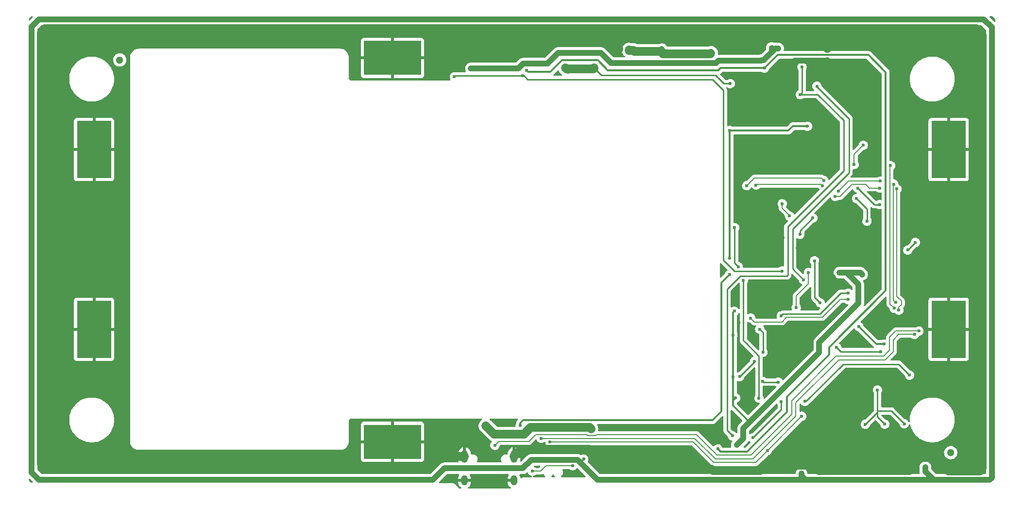
<source format=gbr>
%TF.GenerationSoftware,KiCad,Pcbnew,(6.0.6-0)*%
%TF.CreationDate,2022-08-06T22:16:54+02:00*%
%TF.ProjectId,GlowSignMainPCB,476c6f77-5369-4676-9e4d-61696e504342,rev?*%
%TF.SameCoordinates,Original*%
%TF.FileFunction,Copper,L2,Bot*%
%TF.FilePolarity,Positive*%
%FSLAX46Y46*%
G04 Gerber Fmt 4.6, Leading zero omitted, Abs format (unit mm)*
G04 Created by KiCad (PCBNEW (6.0.6-0)) date 2022-08-06 22:16:54*
%MOMM*%
%LPD*%
G01*
G04 APERTURE LIST*
%TA.AperFunction,ComponentPad*%
%ADD10O,1.200000X1.800000*%
%TD*%
%TA.AperFunction,ComponentPad*%
%ADD11O,1.200000X2.200000*%
%TD*%
%TA.AperFunction,SMDPad,CuDef*%
%ADD12R,10.000000X6.000000*%
%TD*%
%TA.AperFunction,SMDPad,CuDef*%
%ADD13R,6.000000X10.000000*%
%TD*%
%TA.AperFunction,ViaPad*%
%ADD14C,1.300000*%
%TD*%
%TA.AperFunction,ViaPad*%
%ADD15C,0.600000*%
%TD*%
%TA.AperFunction,Conductor*%
%ADD16C,1.000000*%
%TD*%
%TA.AperFunction,Conductor*%
%ADD17C,1.500000*%
%TD*%
%TA.AperFunction,Conductor*%
%ADD18C,0.250000*%
%TD*%
%TA.AperFunction,Conductor*%
%ADD19C,0.350000*%
%TD*%
%TA.AperFunction,Conductor*%
%ADD20C,0.300000*%
%TD*%
%TA.AperFunction,Conductor*%
%ADD21C,0.150000*%
%TD*%
%TA.AperFunction,Conductor*%
%ADD22C,0.200000*%
%TD*%
%TA.AperFunction,Conductor*%
%ADD23C,0.600000*%
%TD*%
G04 APERTURE END LIST*
D10*
%TO.P,USB1,SHELL,SHELL*%
%TO.N,GND*%
X151538441Y-140877414D03*
D11*
X142898359Y-136697328D03*
D10*
X142898359Y-140877414D03*
D11*
X151538441Y-136697328D03*
%TD*%
D12*
%TO.P,P1,1*%
%TO.N,GND*%
X130352800Y-67157600D03*
%TD*%
%TO.P,P2,1*%
%TO.N,GND*%
X130352800Y-134162800D03*
%TD*%
D13*
%TO.P,P4,1*%
%TO.N,GND*%
X78333600Y-114503200D03*
%TD*%
%TO.P,P3,1*%
%TO.N,GND*%
X78333600Y-83159600D03*
%TD*%
%TO.P,P6,1*%
%TO.N,GND*%
X227279200Y-114503200D03*
%TD*%
%TO.P,P5,1*%
%TO.N,GND*%
X227279200Y-83159600D03*
%TD*%
D14*
%TO.N,*%
X82804000Y-67513200D03*
X227634800Y-136042400D03*
D15*
%TO.N,GND*%
X167944800Y-136753600D03*
X198374000Y-102311200D03*
X207111600Y-139192000D03*
X69138800Y-115824000D03*
X69138800Y-80924400D03*
X233172000Y-111099600D03*
X207111600Y-105511600D03*
X113131600Y-138734800D03*
X233172000Y-134924800D03*
X226009200Y-76149200D03*
X223012000Y-134924800D03*
X233172000Y-103378000D03*
X126492000Y-138734800D03*
X205536800Y-86766400D03*
X227076000Y-106578400D03*
X199491600Y-106121200D03*
X69138800Y-128879600D03*
X194716400Y-97586800D03*
X91541600Y-138734800D03*
X233172000Y-133858000D03*
X105308400Y-138785600D03*
X192684400Y-102209600D03*
X190500000Y-87579200D03*
X72593200Y-139039600D03*
X233172000Y-116332000D03*
X138226800Y-62026800D03*
X191973200Y-118719600D03*
X206095600Y-65481200D03*
X229108000Y-67411600D03*
X99314000Y-138734800D03*
X233172000Y-76758800D03*
X180035200Y-136194800D03*
X208280000Y-100634800D03*
X200304400Y-68763652D03*
X181203600Y-136093200D03*
X218389200Y-68021200D03*
X193243200Y-75082400D03*
X193395600Y-97586800D03*
X69138800Y-89306400D03*
X168452800Y-65887600D03*
X220472000Y-139192000D03*
X165862000Y-136753600D03*
X192684400Y-100330000D03*
X224028000Y-120954800D03*
X206248000Y-125882400D03*
X132130800Y-62026800D03*
X194665600Y-103174800D03*
X186334400Y-62026800D03*
X212852000Y-138836400D03*
X233172000Y-89865200D03*
X69138800Y-136144000D03*
X194056000Y-84480400D03*
X69138800Y-67411600D03*
X118872000Y-138785600D03*
X69138800Y-110896400D03*
X169316400Y-65836800D03*
X151739600Y-62026800D03*
X227787200Y-90119200D03*
X194970400Y-138582400D03*
X78130400Y-138684000D03*
X185928000Y-138887200D03*
X205968600Y-64439800D03*
X213258400Y-62026800D03*
X199542400Y-62026800D03*
X233172000Y-97485200D03*
X194919600Y-110337600D03*
X105511600Y-62026800D03*
X201269600Y-101701600D03*
X154736800Y-62026800D03*
X190754000Y-113334800D03*
X205282800Y-77520800D03*
X69138800Y-102108000D03*
X169926000Y-65176400D03*
X220522800Y-125120400D03*
X233172000Y-63144400D03*
X191770000Y-62026800D03*
X196392800Y-97637600D03*
X192633600Y-98958400D03*
X161188400Y-62026800D03*
X196494400Y-103174800D03*
X69138800Y-97434400D03*
X118821200Y-62026800D03*
X227177600Y-124002800D03*
X174955200Y-136753600D03*
X206095600Y-67564000D03*
X192278000Y-128320800D03*
X200710800Y-115214400D03*
X214884000Y-99415600D03*
X98247200Y-62026800D03*
X233172000Y-137210800D03*
X197713600Y-97586800D03*
X219710000Y-97332800D03*
X226822000Y-138785600D03*
X228041200Y-104140000D03*
X124663200Y-62026800D03*
X221691200Y-120954800D03*
X225755200Y-62026800D03*
X233172000Y-83972400D03*
X199034400Y-138201400D03*
X212394800Y-75438000D03*
X197916800Y-70154800D03*
X222148400Y-81635600D03*
X198424800Y-98552000D03*
X78790800Y-62026800D03*
X206095600Y-131114800D03*
X170027600Y-65887600D03*
X199370452Y-68763652D03*
X159918400Y-135483600D03*
X111252000Y-62026800D03*
X224840800Y-95351600D03*
X233172000Y-124256800D03*
X69138800Y-124053600D03*
X228904800Y-133146800D03*
X84429600Y-62026800D03*
X132537200Y-138785600D03*
X168859200Y-65175900D03*
X70916800Y-62026800D03*
X233172000Y-70459600D03*
X219049600Y-62026800D03*
X201168000Y-100279200D03*
X69138800Y-75285600D03*
X178054000Y-62026800D03*
X190627000Y-82880200D03*
X211328000Y-125679200D03*
X198374000Y-100380800D03*
X86106000Y-138684000D03*
X193192400Y-65989200D03*
X221437200Y-97332800D03*
X92557600Y-62026800D03*
%TO.N,+3V3*%
X189687200Y-122834400D03*
X190144400Y-126492000D03*
X209550000Y-111963200D03*
X212191600Y-104952800D03*
X216001600Y-117094000D03*
X189687200Y-115519200D03*
X211226400Y-91694000D03*
X189941200Y-111353600D03*
X211632800Y-114046000D03*
X213055200Y-95656400D03*
X190347600Y-134721600D03*
X208229200Y-104648000D03*
%TO.N,EN*%
X209753200Y-109321600D03*
X192786000Y-112572800D03*
%TO.N,IO0*%
X217170000Y-85953600D03*
X212394800Y-82397600D03*
X210820000Y-85750400D03*
X217779600Y-110845600D03*
%TO.N,Net-(R4-Pad1)*%
X221488000Y-99364800D03*
X198120000Y-112166400D03*
X209753200Y-108204000D03*
X220167200Y-100685600D03*
%TO.N,Net-(R5-Pad1)*%
X211429600Y-89865200D03*
X215239600Y-92760800D03*
%TO.N,IO16{slash}LED1*%
X220472000Y-122529600D03*
X203911200Y-102565200D03*
X198120000Y-127152400D03*
X202234800Y-127101600D03*
X204876400Y-109880400D03*
X193141600Y-133451600D03*
%TO.N,+BATT*%
X153720800Y-69342000D03*
X187045600Y-135382000D03*
X195173600Y-68935600D03*
%TO.N,-BATT*%
X189585600Y-133096000D03*
X201726800Y-68732400D03*
X197561200Y-65481200D03*
X144018000Y-68986400D03*
X201422000Y-73558400D03*
X196443600Y-65430400D03*
%TO.N,IO32{slash}SD*%
X193446400Y-120091200D03*
X194919600Y-118516400D03*
X190855600Y-122783600D03*
X194360800Y-114503200D03*
%TO.N,IO14{slash}SCK*%
X197612000Y-123748800D03*
X194832900Y-123596400D03*
%TO.N,IO15{slash}WS*%
X194208400Y-126542800D03*
X203606400Y-95097600D03*
X189992000Y-96774000D03*
X201371200Y-97942400D03*
X190601600Y-103581200D03*
X191516000Y-105968800D03*
%TO.N,RXD0*%
X218252500Y-90017600D03*
X193700400Y-89357200D03*
X218603978Y-111166827D03*
X207518000Y-91338400D03*
X205282800Y-89458800D03*
X215290400Y-89865200D03*
%TO.N,TXD0*%
X218052481Y-109829600D03*
X208076800Y-90424000D03*
X192074800Y-89458800D03*
X217728800Y-89204800D03*
X215341200Y-88646000D03*
X205536800Y-88544400D03*
%TO.N,Net-(F1-Pad2)*%
X164947600Y-131876800D03*
X146608800Y-131368800D03*
%TO.N,USB-C DATA+*%
X148183600Y-134772400D03*
X222097600Y-114808000D03*
%TO.N,USB-C DATA-*%
X221335600Y-115407500D03*
X156260800Y-133553200D03*
%TO.N,IO23{slash}LEDPOWER*%
X215442800Y-118414800D03*
X207772000Y-117703600D03*
%TO.N,IO18{slash}MAINBUTTON*%
X198272400Y-92608400D03*
X202844400Y-104597200D03*
X195681600Y-135686800D03*
X201676000Y-129692400D03*
X199542400Y-94742000D03*
X200710800Y-110744000D03*
X157784800Y-134152700D03*
%TO.N,VBUS*%
X189128400Y-102108000D03*
X202692000Y-79095600D03*
X189077600Y-104952800D03*
X152603200Y-131284000D03*
X189077600Y-79806800D03*
%TO.N,LED 5V*%
X234797600Y-124053600D03*
X234797600Y-70358000D03*
X234797600Y-97332800D03*
X234797600Y-127965200D03*
X96875600Y-140766800D03*
X132435600Y-60401200D03*
X234797600Y-135026400D03*
X212648800Y-140766800D03*
X154792762Y-60372951D03*
X191008000Y-60401200D03*
X191031200Y-140794400D03*
X177522800Y-140794400D03*
X230479600Y-60401200D03*
X67462400Y-102971600D03*
X213156800Y-60401200D03*
X132283200Y-140766800D03*
X92608400Y-60401200D03*
X186006400Y-140794400D03*
X110134400Y-140766800D03*
X234797600Y-110947200D03*
X67462400Y-90068400D03*
X204520800Y-140766800D03*
X123901200Y-140766800D03*
X91440000Y-140766800D03*
X234797600Y-88493600D03*
X226618800Y-140766800D03*
X226110800Y-60401200D03*
X69850000Y-140766800D03*
X234797600Y-101650800D03*
X83362800Y-60401200D03*
X234797600Y-115011200D03*
X123901200Y-60401200D03*
X67462400Y-129692400D03*
X105105200Y-140766800D03*
X67462400Y-97180400D03*
X231292400Y-140766800D03*
X96723200Y-60401200D03*
X176834800Y-60401200D03*
X175638800Y-140794400D03*
X186436000Y-60401200D03*
X77876400Y-140766800D03*
X199186800Y-140766800D03*
X67462400Y-124053600D03*
X118973600Y-60401200D03*
X78790800Y-60401200D03*
X105511600Y-60401200D03*
X83464400Y-140766800D03*
X160731200Y-60401200D03*
X67462400Y-76962000D03*
X163271200Y-60401200D03*
X234797600Y-74980800D03*
X70053200Y-60401200D03*
X172415200Y-60401200D03*
X169085600Y-140794400D03*
X234797600Y-83769200D03*
X136956800Y-60401200D03*
X67462400Y-110845600D03*
X67462400Y-80924400D03*
X118668800Y-140766800D03*
X199390000Y-60401200D03*
X137414000Y-140766800D03*
X150164800Y-60401200D03*
X204114400Y-60401200D03*
X67462400Y-67462400D03*
X67462400Y-116535200D03*
X223215200Y-138582400D03*
X217881200Y-140766800D03*
X217525600Y-60401200D03*
X110032800Y-60401200D03*
X201625200Y-139700000D03*
X67462400Y-136601200D03*
X163677600Y-137160000D03*
%TO.N,IO27{slash}BATT CHARGING*%
X201980800Y-105867200D03*
X204317600Y-72085200D03*
%TO.N,IO26{slash}BATT VOLT*%
X141122400Y-70459600D03*
X153060400Y-70256400D03*
X198221600Y-104343200D03*
%TO.N,Net-(D31-Pad3)*%
X154736800Y-139293600D03*
X161747200Y-138328400D03*
%TO.N,Net-(R18-Pad1)*%
X216154000Y-131082000D03*
X212750400Y-131114800D03*
X219557600Y-131013200D03*
X214884000Y-125120400D03*
%TO.N,Net-(C16-Pad1)*%
X171551600Y-65786000D03*
X172313600Y-65836800D03*
X177292000Y-65633600D03*
X177393600Y-66598800D03*
X185013600Y-66700400D03*
X185826400Y-66344800D03*
%TO.N,Net-(C12-Pad1)*%
X165506400Y-68935600D03*
X189230000Y-71628000D03*
X165049200Y-69545200D03*
X160477200Y-68935600D03*
X160934400Y-69545200D03*
%TD*%
D16*
%TO.N,GND*%
X209499200Y-99415600D02*
X208889600Y-100025200D01*
D17*
X222402400Y-136906000D02*
X220472000Y-138836400D01*
X233172000Y-97485200D02*
X233172000Y-89865200D01*
X199034400Y-138201400D02*
X203682600Y-138201400D01*
X233172000Y-138785600D02*
X233172000Y-137210800D01*
X69138800Y-115824000D02*
X69138800Y-124053600D01*
X185928000Y-138887200D02*
X185470800Y-138887200D01*
X69138800Y-80924400D02*
X69138800Y-89306400D01*
X200507600Y-133045200D02*
X201269600Y-133045200D01*
X220472000Y-139192000D02*
X212547200Y-139192000D01*
X164592000Y-135483600D02*
X159918400Y-135483600D01*
D18*
X231089200Y-104140000D02*
X233172000Y-106222800D01*
D17*
X92557600Y-62026800D02*
X84429600Y-62026800D01*
X124663200Y-62026800D02*
X118821200Y-62026800D01*
X70916800Y-62026800D02*
X69799200Y-62026800D01*
X159918400Y-135483600D02*
X152752169Y-135483600D01*
X154736800Y-62026800D02*
X151739600Y-62026800D01*
X204673200Y-139192000D02*
X207111600Y-139192000D01*
X233172000Y-111099600D02*
X233172000Y-106222800D01*
X233172000Y-134924800D02*
X233172000Y-137210800D01*
X226110800Y-138785600D02*
X224231200Y-136906000D01*
X138384672Y-136697328D02*
X142898359Y-136697328D01*
X169722800Y-65633600D02*
X169773600Y-65582800D01*
X72593200Y-139039600D02*
X136042400Y-139039600D01*
X233172000Y-63144400D02*
X232054400Y-62026800D01*
X179730400Y-136194800D02*
X179171600Y-136753600D01*
D18*
X221691200Y-120954800D02*
X221691200Y-123952000D01*
D17*
X69138800Y-138074400D02*
X70104000Y-139039600D01*
X167487600Y-64109600D02*
X169011600Y-65633600D01*
X180035200Y-136194800D02*
X179730400Y-136194800D01*
D16*
X194360800Y-74523600D02*
X193802000Y-75082400D01*
D17*
X233172000Y-124256800D02*
X233172000Y-120954800D01*
X78790800Y-62026800D02*
X70916800Y-62026800D01*
X179832000Y-136093200D02*
X181203600Y-136093200D01*
D16*
X198704200Y-69367400D02*
X197916800Y-70154800D01*
D17*
X233172000Y-127101600D02*
X233172000Y-133858000D01*
X201269600Y-133045200D02*
X208635600Y-125679200D01*
D18*
X190754000Y-117500400D02*
X190754000Y-113334800D01*
D17*
X69138800Y-128879600D02*
X69138800Y-136144000D01*
X233172000Y-83972400D02*
X233172000Y-76758800D01*
X161188400Y-62026800D02*
X154736800Y-62026800D01*
X138226800Y-62026800D02*
X132130800Y-62026800D01*
X69138800Y-102108000D02*
X69138800Y-110896400D01*
X69138800Y-75285600D02*
X69138800Y-80924400D01*
X194360800Y-139192000D02*
X186232800Y-139192000D01*
X169011600Y-65633600D02*
X169722800Y-65633600D01*
D18*
X219710000Y-97332800D02*
X221437200Y-97332800D01*
D17*
X179171600Y-136753600D02*
X179832000Y-136093200D01*
X194970400Y-138582400D02*
X194360800Y-139192000D01*
D16*
X199307948Y-68763652D02*
X198704200Y-69367400D01*
D17*
X174955200Y-136753600D02*
X167944800Y-136753600D01*
D18*
X205536800Y-86766400D02*
X194513200Y-86766400D01*
D17*
X136042400Y-139039600D02*
X138384672Y-136697328D01*
X205968600Y-64439800D02*
X203555600Y-62026800D01*
X84429600Y-62026800D02*
X78790800Y-62026800D01*
X179171600Y-136753600D02*
X174955200Y-136753600D01*
D18*
X228041200Y-104140000D02*
X231089200Y-104140000D01*
X230225600Y-120954800D02*
X233172000Y-120954800D01*
D17*
X69138800Y-136144000D02*
X69138800Y-138074400D01*
X233172000Y-89865200D02*
X233172000Y-83972400D01*
X69138800Y-97434400D02*
X69138800Y-102108000D01*
X183337200Y-136753600D02*
X179171600Y-136753600D01*
D16*
X206451200Y-102463600D02*
X208889600Y-100025200D01*
D18*
X191973200Y-118719600D02*
X190754000Y-117500400D01*
D17*
X203682600Y-138201400D02*
X204673200Y-139192000D01*
X233172000Y-70459600D02*
X233172000Y-63144400D01*
X69138800Y-67411600D02*
X69138800Y-75285600D01*
X208635600Y-125679200D02*
X211328000Y-125679200D01*
X186232800Y-139192000D02*
X185928000Y-138887200D01*
X132130800Y-62026800D02*
X124663200Y-62026800D01*
X226822000Y-138785600D02*
X226110800Y-138785600D01*
X232714800Y-139242800D02*
X233172000Y-138785600D01*
D16*
X202117200Y-100854000D02*
X201742800Y-100854000D01*
X206044800Y-67614800D02*
X200456800Y-67614800D01*
D17*
X213258400Y-62026800D02*
X203555600Y-62026800D01*
D16*
X204841600Y-100854000D02*
X202117200Y-100854000D01*
D17*
X98247200Y-62026800D02*
X92557600Y-62026800D01*
X69138800Y-124053600D02*
X69138800Y-128879600D01*
X152752169Y-135483600D02*
X151538441Y-136697328D01*
X118821200Y-62026800D02*
X111252000Y-62026800D01*
X69138800Y-110896400D02*
X69138800Y-115824000D01*
X233172000Y-120954800D02*
X233172000Y-116332000D01*
D16*
X202117200Y-100854000D02*
X201269600Y-101701600D01*
D17*
X167944800Y-136753600D02*
X165862000Y-136753600D01*
D16*
X206451200Y-102463600D02*
X204841600Y-100854000D01*
D18*
X227177600Y-124002800D02*
X230225600Y-120954800D01*
D16*
X208889600Y-100025200D02*
X208280000Y-100634800D01*
D17*
X69799200Y-62026800D02*
X69138800Y-62687200D01*
X233172000Y-76758800D02*
X233172000Y-70459600D01*
X233172000Y-103378000D02*
X233172000Y-97485200D01*
X224231200Y-136906000D02*
X222402400Y-136906000D01*
X206095600Y-65481200D02*
X206095600Y-64566800D01*
X151739600Y-62026800D02*
X138226800Y-62026800D01*
X194970400Y-138582400D02*
X195351400Y-138201400D01*
X225755200Y-62026800D02*
X219049600Y-62026800D01*
X165862000Y-136753600D02*
X164592000Y-135483600D01*
X105511600Y-62026800D02*
X98247200Y-62026800D01*
D16*
X207111600Y-105511600D02*
X206451200Y-104851200D01*
D17*
X70104000Y-139039600D02*
X72593200Y-139039600D01*
X219049600Y-62026800D02*
X213258400Y-62026800D01*
X226822000Y-138785600D02*
X227279200Y-139242800D01*
X69138800Y-62687200D02*
X69138800Y-67411600D01*
D16*
X206451200Y-104851200D02*
X206451200Y-102463600D01*
D17*
X167487600Y-62026800D02*
X161188400Y-62026800D01*
X212547200Y-139192000D02*
X207111600Y-139192000D01*
X233172000Y-133858000D02*
X233172000Y-134924800D01*
X206095600Y-64566800D02*
X205968600Y-64439800D01*
X233172000Y-127101600D02*
X233172000Y-124256800D01*
D16*
X200456800Y-67614800D02*
X198704200Y-69367400D01*
D17*
X232054400Y-62026800D02*
X225755200Y-62026800D01*
X233172000Y-106222800D02*
X233172000Y-103378000D01*
X186334400Y-62026800D02*
X178054000Y-62026800D01*
D16*
X193802000Y-75082400D02*
X193243200Y-75082400D01*
D17*
X199542400Y-62026800D02*
X191770000Y-62026800D01*
D18*
X221691200Y-120954800D02*
X224028000Y-120954800D01*
D16*
X201742800Y-100854000D02*
X201168000Y-100279200D01*
D17*
X199034400Y-138201400D02*
X195351400Y-138201400D01*
X167487600Y-62026800D02*
X167487600Y-64109600D01*
X220472000Y-138836400D02*
X220472000Y-139192000D01*
X191770000Y-62026800D02*
X186334400Y-62026800D01*
X203555600Y-62026800D02*
X199542400Y-62026800D01*
X185470800Y-138887200D02*
X183337200Y-136753600D01*
X233172000Y-116332000D02*
X233172000Y-111099600D01*
X178054000Y-62026800D02*
X167487600Y-62026800D01*
D18*
X221691200Y-123952000D02*
X220522800Y-125120400D01*
D17*
X195351400Y-138201400D02*
X200507600Y-133045200D01*
X111252000Y-62026800D02*
X105511600Y-62026800D01*
D18*
X194513200Y-86766400D02*
X190627000Y-82880200D01*
D17*
X69138800Y-89306400D02*
X69138800Y-97434400D01*
D16*
X206095600Y-67564000D02*
X206044800Y-67614800D01*
X197916800Y-70967600D02*
X194360800Y-74523600D01*
D17*
X227279200Y-139242800D02*
X232714800Y-139242800D01*
D16*
X200304400Y-68763652D02*
X199307948Y-68763652D01*
X197916800Y-70154800D02*
X197916800Y-70967600D01*
X214884000Y-99415600D02*
X209499200Y-99415600D01*
D19*
%TO.N,+3V3*%
X189687200Y-127812800D02*
X189687200Y-122834400D01*
X189687200Y-111607600D02*
X189941200Y-111353600D01*
X189687200Y-122834400D02*
X189687200Y-115316000D01*
D16*
X191465200Y-133604000D02*
X191465200Y-131826000D01*
D20*
X214680800Y-117094000D02*
X211632800Y-114046000D01*
D19*
X191363600Y-129489200D02*
X189865000Y-127990600D01*
D16*
X190347600Y-134721600D02*
X191465200Y-133604000D01*
X211886800Y-104648000D02*
X212191600Y-104952800D01*
D18*
X213055200Y-93522800D02*
X213055200Y-95656400D01*
D16*
X211531200Y-109982000D02*
X209550000Y-111963200D01*
X209499200Y-104648000D02*
X211531200Y-106680000D01*
D18*
X211226400Y-91694000D02*
X213055200Y-93522800D01*
D20*
X216001600Y-117094000D02*
X214680800Y-117094000D01*
D19*
X192303400Y-130429000D02*
X191363600Y-129489200D01*
X189687200Y-127812800D02*
X189687200Y-126949200D01*
D16*
X204724000Y-118567200D02*
X204724000Y-116789200D01*
D19*
X189865000Y-127990600D02*
X189687200Y-127812800D01*
D16*
X211531200Y-106680000D02*
X211531200Y-109982000D01*
D19*
X189687200Y-126949200D02*
X190144400Y-126492000D01*
D16*
X208229200Y-104648000D02*
X209499200Y-104648000D01*
X209499200Y-104648000D02*
X211886800Y-104648000D01*
X191465200Y-131826000D02*
X204724000Y-118567200D01*
X204724000Y-116789200D02*
X209550000Y-111963200D01*
D19*
X189687200Y-115316000D02*
X189687200Y-111607600D01*
D21*
%TO.N,EN*%
X208381600Y-109321600D02*
X205299000Y-112404200D01*
X199050600Y-112404200D02*
X198221600Y-113233200D01*
X209753200Y-109321600D02*
X208381600Y-109321600D01*
X205299000Y-112404200D02*
X199050600Y-112404200D01*
X193446400Y-113233200D02*
X192786000Y-112572800D01*
X198221600Y-113233200D02*
X193446400Y-113233200D01*
D22*
%TO.N,IO0*%
X217779600Y-110845600D02*
X217068400Y-110134400D01*
X212394800Y-82397600D02*
X210820000Y-83972400D01*
X217068400Y-99618800D02*
X217068400Y-86055200D01*
X210820000Y-83972400D02*
X210820000Y-85750400D01*
X217068400Y-86055200D02*
X217170000Y-85953600D01*
X217068400Y-110134400D02*
X217068400Y-99618800D01*
D18*
%TO.N,Net-(R4-Pad1)*%
X204825600Y-111861600D02*
X206654400Y-110032800D01*
X220167200Y-100685600D02*
X221488000Y-99364800D01*
X198424800Y-111861600D02*
X201168000Y-111861600D01*
X208483200Y-108204000D02*
X209753200Y-108204000D01*
X206654400Y-110032800D02*
X208483200Y-108204000D01*
X201168000Y-111861600D02*
X204825600Y-111861600D01*
X198120000Y-112166400D02*
X198424800Y-111861600D01*
%TO.N,Net-(R5-Pad1)*%
X214325200Y-92760800D02*
X211429600Y-89865200D01*
X215239600Y-92760800D02*
X214325200Y-92760800D01*
%TO.N,IO16{slash}LED1*%
X218541600Y-120599200D02*
X220472000Y-122529600D01*
X198120000Y-128473200D02*
X198120000Y-127812800D01*
X203962000Y-102616000D02*
X203962000Y-108966000D01*
X202438000Y-127101600D02*
X208940400Y-120599200D01*
X202234800Y-127101600D02*
X202438000Y-127101600D01*
X203962000Y-108966000D02*
X204876400Y-109880400D01*
X193141600Y-133451600D02*
X198120000Y-128473200D01*
X208940400Y-120599200D02*
X218541600Y-120599200D01*
X203911200Y-102565200D02*
X203962000Y-102616000D01*
X198120000Y-127812800D02*
X198120000Y-127152400D01*
D19*
%TO.N,+BATT*%
X167894000Y-69291200D02*
X166166800Y-67564000D01*
X159918400Y-67564000D02*
X157886400Y-69596000D01*
X157886400Y-69596000D02*
X153974800Y-69596000D01*
X187502800Y-135839200D02*
X192176400Y-135839200D01*
X192176400Y-135839200D02*
X199085200Y-128930400D01*
X166166800Y-67564000D02*
X159918400Y-67564000D01*
X195173600Y-68935600D02*
X187502800Y-68935600D01*
X206451200Y-117652800D02*
X216306400Y-107797600D01*
X216306400Y-107797600D02*
X216306400Y-69646800D01*
X206451200Y-118922800D02*
X206451200Y-117652800D01*
X197459600Y-66649600D02*
X195173600Y-68935600D01*
X187502800Y-68935600D02*
X187147200Y-69291200D01*
X216306400Y-69646800D02*
X213309200Y-66649600D01*
X213309200Y-66649600D02*
X197459600Y-66649600D01*
X153974800Y-69596000D02*
X153720800Y-69342000D01*
X187147200Y-69291200D02*
X167894000Y-69291200D01*
X199085200Y-128930400D02*
X199085200Y-126288800D01*
X199085200Y-126288800D02*
X206451200Y-118922800D01*
X187045600Y-135382000D02*
X187502800Y-135839200D01*
D16*
%TO.N,-BATT*%
X186740800Y-68072000D02*
X168478200Y-68072000D01*
D18*
X208991200Y-86817200D02*
X208991200Y-78079600D01*
D16*
X194657786Y-67529200D02*
X194572186Y-67614800D01*
D18*
X201726800Y-73253600D02*
X201422000Y-73558400D01*
X208991200Y-78079600D02*
X204470000Y-73558400D01*
D16*
X168478200Y-68072000D02*
X166708014Y-66301814D01*
X196291200Y-66294000D02*
X195056000Y-67529200D01*
D18*
X189585600Y-133096000D02*
X188671200Y-132181600D01*
D16*
X159199386Y-66301814D02*
X157327600Y-68173600D01*
X197104000Y-65481200D02*
X196291200Y-66294000D01*
D18*
X201726800Y-68732400D02*
X201726800Y-73253600D01*
X204470000Y-73558400D02*
X201422000Y-73558400D01*
X188671200Y-107492800D02*
X190957200Y-105206800D01*
X199237600Y-105054400D02*
X199237600Y-96570800D01*
X199085200Y-105206800D02*
X199237600Y-105054400D01*
D16*
X152298400Y-68986400D02*
X144018000Y-68986400D01*
X166708014Y-66301814D02*
X159199386Y-66301814D01*
X196443600Y-66141600D02*
X196291200Y-66294000D01*
X187198000Y-67614800D02*
X186740800Y-68072000D01*
X197561200Y-65481200D02*
X197104000Y-65481200D01*
X195056000Y-67529200D02*
X194657786Y-67529200D01*
X194572186Y-67614800D02*
X187198000Y-67614800D01*
D18*
X190957200Y-105206800D02*
X199085200Y-105206800D01*
X188671200Y-132181600D02*
X188671200Y-107492800D01*
D16*
X157327600Y-68173600D02*
X153111200Y-68173600D01*
X153111200Y-68173600D02*
X152298400Y-68986400D01*
X196443600Y-65430400D02*
X196443600Y-66141600D01*
D18*
X199237600Y-96570800D02*
X208991200Y-86817200D01*
%TO.N,IO32{slash}SD*%
X194919600Y-115062000D02*
X194919600Y-118516400D01*
X193446400Y-120091200D02*
X193446400Y-120192800D01*
X194360800Y-114503200D02*
X194919600Y-115062000D01*
X193446400Y-120192800D02*
X190855600Y-122783600D01*
%TO.N,IO14{slash}SCK*%
X194985300Y-123748800D02*
X197612000Y-123748800D01*
X194832900Y-123596400D02*
X194985300Y-123748800D01*
%TO.N,IO15{slash}WS*%
X190601600Y-103581200D02*
X189992000Y-102971600D01*
X191973200Y-116941600D02*
X194208400Y-119176800D01*
X191516000Y-105968800D02*
X191516000Y-116484400D01*
X194208400Y-119176800D02*
X194208400Y-126542800D01*
X191516000Y-116484400D02*
X191973200Y-116941600D01*
X189992000Y-102971600D02*
X189992000Y-96774000D01*
X203606400Y-95097600D02*
X201371200Y-97332800D01*
X201371200Y-97332800D02*
X201371200Y-97942400D01*
D21*
%TO.N,RXD0*%
X218603978Y-110630822D02*
X219049600Y-110185200D01*
X219049600Y-109575600D02*
X218389200Y-108915200D01*
X208381600Y-91338400D02*
X207518000Y-91338400D01*
X205282800Y-89458800D02*
X205028800Y-89204800D01*
X218252500Y-108778500D02*
X218252500Y-90017600D01*
X212852000Y-89255600D02*
X210464400Y-89255600D01*
X205028800Y-89204800D02*
X193852800Y-89204800D01*
X215290400Y-89865200D02*
X213461600Y-89865200D01*
X219049600Y-110185200D02*
X219049600Y-109575600D01*
X210464400Y-89255600D02*
X208432400Y-91287600D01*
X218389200Y-108915200D02*
X218252500Y-108778500D01*
X213461600Y-89865200D02*
X212852000Y-89255600D01*
X218603978Y-111166827D02*
X218603978Y-110630822D01*
X208432400Y-91287600D02*
X208381600Y-91338400D01*
X193852800Y-89204800D02*
X193700400Y-89357200D01*
%TO.N,TXD0*%
X205130400Y-88138000D02*
X193395600Y-88138000D01*
X193395600Y-88138000D02*
X192074800Y-89458800D01*
X217678000Y-89255600D02*
X217728800Y-89204800D01*
X218052481Y-109829600D02*
X217678000Y-109455119D01*
X215341200Y-88646000D02*
X209854800Y-88646000D01*
X209854800Y-88646000D02*
X208076800Y-90424000D01*
X217678000Y-109455119D02*
X217678000Y-89255600D01*
X205536800Y-88544400D02*
X205130400Y-88138000D01*
D17*
%TO.N,Net-(F1-Pad2)*%
X164947600Y-131876800D02*
X164693600Y-131622800D01*
X153263600Y-132791200D02*
X148031200Y-132791200D01*
X148031200Y-132791200D02*
X146608800Y-131368800D01*
X164693600Y-131622800D02*
X154432000Y-131622800D01*
X154432000Y-131622800D02*
X153263600Y-132791200D01*
D22*
%TO.N,USB-C DATA+*%
X183337200Y-132892800D02*
X186944000Y-136499600D01*
X154127200Y-134061200D02*
X155295600Y-132892800D01*
X186944000Y-136499600D02*
X192836800Y-136499600D01*
X155295600Y-132892800D02*
X164185600Y-132892800D01*
X199948800Y-129387600D02*
X199948800Y-126949200D01*
X218084400Y-114808000D02*
X222097600Y-114808000D01*
X165912800Y-132892800D02*
X183337200Y-132892800D01*
X165709600Y-133096000D02*
X165912800Y-132892800D01*
X164388800Y-133096000D02*
X165709600Y-133096000D01*
X207670400Y-119227600D02*
X215950800Y-119227600D01*
X148894800Y-134061200D02*
X154127200Y-134061200D01*
X164185600Y-132892800D02*
X164388800Y-133096000D01*
X192836800Y-136499600D02*
X199948800Y-129387600D01*
X199948800Y-126949200D02*
X207670400Y-119227600D01*
X215950800Y-119227600D02*
X216966800Y-118211600D01*
X216966800Y-118211600D02*
X216966800Y-115925600D01*
X148183600Y-134772400D02*
X148894800Y-134061200D01*
X216966800Y-115925600D02*
X218084400Y-114808000D01*
%TO.N,USB-C DATA-*%
X183032400Y-133553200D02*
X186639200Y-137160000D01*
X193192400Y-137160000D02*
X200660000Y-129692400D01*
X186639200Y-137160000D02*
X193192400Y-137160000D01*
X216204800Y-119837200D02*
X217627200Y-118414800D01*
X156260800Y-133553200D02*
X183032400Y-133553200D01*
X208178400Y-119837200D02*
X216204800Y-119837200D01*
X218602000Y-115408000D02*
X221335100Y-115408000D01*
X200660000Y-129692400D02*
X200660000Y-127355600D01*
X217627200Y-118414800D02*
X217627200Y-116382800D01*
X217627200Y-116382800D02*
X218602000Y-115408000D01*
X200660000Y-127355600D02*
X208178400Y-119837200D01*
X221335100Y-115408000D02*
X221335600Y-115407500D01*
D18*
%TO.N,IO23{slash}LEDPOWER*%
X208483200Y-118414800D02*
X207772000Y-117703600D01*
X215442800Y-118414800D02*
X208483200Y-118414800D01*
D22*
%TO.N,IO18{slash}MAINBUTTON*%
X198272400Y-93370400D02*
X198272400Y-92608400D01*
X186334400Y-137769600D02*
X193649600Y-137769600D01*
X201676000Y-129692400D02*
X195681600Y-135686800D01*
X195681600Y-135737600D02*
X195681600Y-135686800D01*
X200710800Y-108712000D02*
X200710800Y-110744000D01*
X202844400Y-104597200D02*
X202844400Y-106578400D01*
X182727600Y-134162800D02*
X186334400Y-137769600D01*
X193649600Y-137769600D02*
X195681600Y-135737600D01*
X199542400Y-94742000D02*
X199542400Y-94640400D01*
X157784800Y-134152700D02*
X157794900Y-134162800D01*
X199542400Y-94640400D02*
X198272400Y-93370400D01*
X157794900Y-134162800D02*
X182727600Y-134162800D01*
X202844400Y-106578400D02*
X200710800Y-108712000D01*
D19*
%TO.N,VBUS*%
X202692000Y-79095600D02*
X200101200Y-79095600D01*
X186182000Y-130352800D02*
X153111200Y-130352800D01*
X152603200Y-130860800D02*
X152603200Y-131284000D01*
X153111200Y-130352800D02*
X152603200Y-130860800D01*
X187655200Y-128879600D02*
X186182000Y-130352800D01*
X200101200Y-79095600D02*
X199390000Y-79806800D01*
X199390000Y-79806800D02*
X189077600Y-79806800D01*
X189077600Y-104952800D02*
X187655200Y-106375200D01*
X189077600Y-79806800D02*
X189077600Y-102057200D01*
X187655200Y-106375200D02*
X187655200Y-128879600D01*
D18*
X189077600Y-102057200D02*
X189128400Y-102108000D01*
D16*
%TO.N,LED 5V*%
X195400000Y-140794400D02*
X191031200Y-140794400D01*
X110032800Y-60401200D02*
X118973600Y-60401200D01*
X67462400Y-80924400D02*
X67462400Y-76962000D01*
X234797600Y-74980800D02*
X234797600Y-83769200D01*
X199390000Y-60401200D02*
X204114400Y-60401200D01*
X67462400Y-136601200D02*
X67462400Y-129692400D01*
X217525600Y-60401200D02*
X226110800Y-60401200D01*
X196322966Y-140794400D02*
X195400000Y-140794400D01*
X223215200Y-138582400D02*
X223215200Y-139344400D01*
X213156800Y-60401200D02*
X217525600Y-60401200D01*
X105105200Y-140766800D02*
X110134400Y-140766800D01*
X234797600Y-83769200D02*
X234797600Y-88493600D01*
X224637600Y-140766800D02*
X217881200Y-140766800D01*
X83464400Y-140766800D02*
X91440000Y-140766800D01*
X136956800Y-60401200D02*
X150164800Y-60401200D01*
X217881200Y-140766800D02*
X212648800Y-140766800D01*
X110134400Y-140766800D02*
X118668800Y-140766800D01*
X176834800Y-60401200D02*
X186436000Y-60401200D01*
X132283200Y-140766800D02*
X137414000Y-140766800D01*
X118668800Y-140766800D02*
X123901200Y-140766800D01*
X139395200Y-138785600D02*
X153060400Y-138785600D01*
X67462400Y-97180400D02*
X67462400Y-90068400D01*
X67462400Y-67462400D02*
X67462400Y-61671200D01*
X201625200Y-140106400D02*
X202285600Y-140766800D01*
X231292400Y-140766800D02*
X226618800Y-140766800D01*
X91440000Y-140766800D02*
X96875600Y-140766800D01*
D18*
X163677600Y-137160000D02*
X163525200Y-137312400D01*
D16*
X166092800Y-140794400D02*
X162610800Y-137312400D01*
X67462400Y-110845600D02*
X67462400Y-102971600D01*
X160731200Y-60401200D02*
X163271200Y-60401200D01*
X233375200Y-60401200D02*
X234797600Y-61823600D01*
X118973600Y-60401200D02*
X123901200Y-60401200D01*
X191031200Y-140794400D02*
X186006400Y-140794400D01*
X202285600Y-140766800D02*
X199186800Y-140766800D01*
X69850000Y-140766800D02*
X77876400Y-140766800D01*
X234797600Y-88493600D02*
X234797600Y-97332800D01*
X223215200Y-139344400D02*
X224637600Y-140766800D01*
X234797600Y-133553200D02*
X234797600Y-135026400D01*
X154533600Y-137312400D02*
X162610800Y-137312400D01*
X67462400Y-136601200D02*
X67462400Y-139496800D01*
X234797600Y-61823600D02*
X234797600Y-70358000D01*
X163271200Y-60401200D02*
X172415200Y-60401200D01*
X212648800Y-140766800D02*
X204520800Y-140766800D01*
X169085600Y-140794400D02*
X166092800Y-140794400D01*
X186436000Y-60401200D02*
X191008000Y-60401200D01*
X67462400Y-90068400D02*
X67462400Y-80924400D01*
X68732400Y-140766800D02*
X69850000Y-140766800D01*
X234797600Y-140411200D02*
X234442000Y-140766800D01*
X67462400Y-76962000D02*
X67462400Y-67462400D01*
X96875600Y-140766800D02*
X105105200Y-140766800D01*
X77876400Y-140766800D02*
X83464400Y-140766800D01*
X201625200Y-139700000D02*
X201625200Y-140106400D01*
X172415200Y-60401200D02*
X176834800Y-60401200D01*
X230479600Y-60401200D02*
X233375200Y-60401200D01*
X150164800Y-60401200D02*
X160731200Y-60401200D01*
X67462400Y-116535200D02*
X67462400Y-110845600D01*
X234442000Y-140766800D02*
X231292400Y-140766800D01*
X234797600Y-110947200D02*
X234797600Y-115011200D01*
X67462400Y-61671200D02*
X68732400Y-60401200D01*
X204520800Y-140766800D02*
X202285600Y-140766800D01*
X226110800Y-60401200D02*
X230479600Y-60401200D01*
X186006400Y-140794400D02*
X177522800Y-140794400D01*
X70053200Y-60401200D02*
X78790800Y-60401200D01*
X234797600Y-135026400D02*
X234797600Y-140411200D01*
X123901200Y-140766800D02*
X132283200Y-140766800D01*
X234797600Y-101650800D02*
X234797600Y-110947200D01*
X83362800Y-60401200D02*
X92608400Y-60401200D01*
X153060400Y-138785600D02*
X154533600Y-137312400D01*
X67462400Y-102971600D02*
X67462400Y-97180400D01*
X195427600Y-140766800D02*
X195400000Y-140794400D01*
X226618800Y-140766800D02*
X224637600Y-140766800D01*
X234797600Y-70358000D02*
X234797600Y-74980800D01*
X132435600Y-60401200D02*
X136956800Y-60401200D01*
X234797600Y-124053600D02*
X234797600Y-127965200D01*
X234797600Y-115011200D02*
X234797600Y-124053600D01*
X175638800Y-140794400D02*
X169085600Y-140794400D01*
X67462400Y-129692400D02*
X67462400Y-124053600D01*
X234797600Y-127965200D02*
X234797600Y-133553200D01*
X199186800Y-140766800D02*
X195427600Y-140766800D01*
X67462400Y-139496800D02*
X68732400Y-140766800D01*
X137414000Y-140766800D02*
X139395200Y-138785600D01*
D18*
X163525200Y-137312400D02*
X162610800Y-137312400D01*
D16*
X234797600Y-97332800D02*
X234797600Y-101650800D01*
X105511600Y-60401200D02*
X110032800Y-60401200D01*
X191008000Y-60401200D02*
X199390000Y-60401200D01*
X177522800Y-140794400D02*
X175638800Y-140794400D01*
X96723200Y-60401200D02*
X105511600Y-60401200D01*
X78790800Y-60401200D02*
X83362800Y-60401200D01*
X68732400Y-60401200D02*
X70053200Y-60401200D01*
X204114400Y-60401200D02*
X213156800Y-60401200D01*
X67462400Y-124053600D02*
X67462400Y-116535200D01*
X123901200Y-60401200D02*
X132435600Y-60401200D01*
X92608400Y-60401200D02*
X96723200Y-60401200D01*
D18*
%TO.N,IO27{slash}BATT CHARGING*%
X200101200Y-97028000D02*
X200101200Y-103987600D01*
X204317600Y-72085200D02*
X204317600Y-72186800D01*
X204317600Y-72186800D02*
X209905600Y-77774800D01*
X209905600Y-77774800D02*
X209905600Y-87223600D01*
X200101200Y-103987600D02*
X201980800Y-105867200D01*
X209905600Y-87223600D02*
X200101200Y-97028000D01*
%TO.N,IO26{slash}BATT VOLT*%
X153924000Y-70916800D02*
X153263600Y-70256400D01*
X189941200Y-104394000D02*
X188010800Y-102463600D01*
X185521600Y-70967600D02*
X185470800Y-70916800D01*
X186182000Y-70967600D02*
X185521600Y-70967600D01*
X153060400Y-70256400D02*
X141325600Y-70256400D01*
X188010800Y-72796400D02*
X186182000Y-70967600D01*
X198170800Y-104394000D02*
X189941200Y-104394000D01*
X185470800Y-70916800D02*
X153924000Y-70916800D01*
X188010800Y-102463600D02*
X188010800Y-72796400D01*
X153263600Y-70256400D02*
X153060400Y-70256400D01*
X141325600Y-70256400D02*
X141122400Y-70459600D01*
X198221600Y-104343200D02*
X198170800Y-104394000D01*
D21*
%TO.N,Net-(D31-Pad3)*%
X156159200Y-139293600D02*
X157124400Y-138328400D01*
X154736800Y-139293600D02*
X156159200Y-139293600D01*
X157124400Y-138328400D02*
X161747200Y-138328400D01*
D18*
%TO.N,Net-(R18-Pad1)*%
X217322400Y-128778000D02*
X219557600Y-131013200D01*
X214884000Y-125120400D02*
X214884000Y-128778000D01*
X214884000Y-128778000D02*
X214884000Y-128981200D01*
X214884000Y-128981200D02*
X212750400Y-131114800D01*
X214884000Y-128981200D02*
X214884000Y-129812000D01*
X214884000Y-129812000D02*
X216154000Y-131082000D01*
X214884000Y-128778000D02*
X217322400Y-128778000D01*
D17*
%TO.N,Net-(C16-Pad1)*%
X177241200Y-66040000D02*
X177393600Y-66192400D01*
X185724800Y-66446400D02*
X177495200Y-66446400D01*
X185826400Y-66344800D02*
X185724800Y-66446400D01*
X172516800Y-66040000D02*
X177241200Y-66040000D01*
X172313600Y-65836800D02*
X172516800Y-66040000D01*
D16*
X177292000Y-65633600D02*
X177038000Y-65887600D01*
D17*
X171551600Y-65786000D02*
X171602400Y-65836800D01*
X171602400Y-65836800D02*
X172313600Y-65836800D01*
%TO.N,Net-(C12-Pad1)*%
X160629600Y-69088000D02*
X160477200Y-68935600D01*
D18*
X188112400Y-71628000D02*
X189230000Y-71628000D01*
X165506400Y-68935600D02*
X166725600Y-70154800D01*
D23*
X160934400Y-69392800D02*
X160477200Y-68935600D01*
X160934400Y-69545200D02*
X160934400Y-69392800D01*
D18*
X186639200Y-70154800D02*
X188112400Y-71628000D01*
X166725600Y-70154800D02*
X186639200Y-70154800D01*
D17*
X165354000Y-69088000D02*
X160629600Y-69088000D01*
X165506400Y-68935600D02*
X165354000Y-69088000D01*
%TD*%
%TA.AperFunction,Conductor*%
%TO.N,GND*%
G36*
X141922008Y-139814102D02*
G01*
X141968501Y-139867758D01*
X141978605Y-139938032D01*
X141959739Y-139988448D01*
X141913438Y-140060156D01*
X141907942Y-140070759D01*
X141833398Y-140255726D01*
X141830004Y-140267184D01*
X141791502Y-140464342D01*
X141790425Y-140473205D01*
X141790359Y-140475914D01*
X141790359Y-140605299D01*
X141794834Y-140620538D01*
X141796224Y-140621743D01*
X141803907Y-140623414D01*
X143988244Y-140623414D01*
X144003483Y-140618939D01*
X144004688Y-140617549D01*
X144006359Y-140609866D01*
X144006359Y-140527582D01*
X144006074Y-140521606D01*
X143991888Y-140372920D01*
X143989629Y-140361186D01*
X143933487Y-140169815D01*
X143929057Y-140158739D01*
X143835863Y-139977792D01*
X143822454Y-139908073D01*
X143848867Y-139842173D01*
X143906716Y-139801014D01*
X143947879Y-139794100D01*
X150493969Y-139794100D01*
X150562090Y-139814102D01*
X150608583Y-139867758D01*
X150618687Y-139938032D01*
X150599821Y-139988448D01*
X150553520Y-140060156D01*
X150548024Y-140070759D01*
X150473480Y-140255726D01*
X150470086Y-140267184D01*
X150431584Y-140464342D01*
X150430507Y-140473205D01*
X150430441Y-140475914D01*
X150430441Y-140605299D01*
X150434916Y-140620538D01*
X150436306Y-140621743D01*
X150443989Y-140623414D01*
X151666441Y-140623414D01*
X151734562Y-140643416D01*
X151781055Y-140697072D01*
X151792441Y-140749414D01*
X151792441Y-141005414D01*
X151772439Y-141073535D01*
X151718783Y-141120028D01*
X151666441Y-141131414D01*
X150448556Y-141131414D01*
X150433317Y-141135889D01*
X150432112Y-141137279D01*
X150430441Y-141144962D01*
X150430441Y-141227246D01*
X150430726Y-141233222D01*
X150444912Y-141381908D01*
X150447171Y-141393642D01*
X150503313Y-141585013D01*
X150507743Y-141596089D01*
X150599060Y-141773392D01*
X150605510Y-141783438D01*
X150728703Y-141940271D01*
X150736940Y-141948920D01*
X150887564Y-142079626D01*
X150897288Y-142086561D01*
X150921474Y-142100553D01*
X150970422Y-142151978D01*
X150983798Y-142221703D01*
X150957354Y-142287591D01*
X150899486Y-142328723D01*
X150858379Y-142335617D01*
X143576082Y-142335617D01*
X143507961Y-142315615D01*
X143461468Y-142261959D01*
X143451364Y-142191685D01*
X143480858Y-142127105D01*
X143503182Y-142106847D01*
X143620756Y-142023446D01*
X143629784Y-142015653D01*
X143767701Y-141871583D01*
X143775097Y-141862218D01*
X143883280Y-141694673D01*
X143888776Y-141684069D01*
X143963320Y-141499102D01*
X143966714Y-141487644D01*
X144005216Y-141290486D01*
X144006293Y-141281623D01*
X144006359Y-141278914D01*
X144006359Y-141149529D01*
X144001884Y-141134290D01*
X144000494Y-141133085D01*
X143992811Y-141131414D01*
X141808474Y-141131414D01*
X141793235Y-141135889D01*
X141792030Y-141137279D01*
X141790359Y-141144962D01*
X141790359Y-141227246D01*
X141790644Y-141233222D01*
X141804830Y-141381908D01*
X141807089Y-141393642D01*
X141863231Y-141585013D01*
X141867661Y-141596089D01*
X141958978Y-141773392D01*
X141965428Y-141783438D01*
X142088621Y-141940271D01*
X142096858Y-141948920D01*
X142247482Y-142079626D01*
X142257206Y-142086561D01*
X142281392Y-142100553D01*
X142330340Y-142151978D01*
X142343716Y-142221703D01*
X142317272Y-142287591D01*
X142259404Y-142328723D01*
X142218297Y-142335617D01*
X141989342Y-142335617D01*
X141921221Y-142315615D01*
X141874728Y-142261959D01*
X141871466Y-142254125D01*
X141856249Y-142213800D01*
X141752183Y-142024739D01*
X141622348Y-141852354D01*
X141469370Y-141700132D01*
X141465781Y-141697457D01*
X141465778Y-141697454D01*
X141299932Y-141573827D01*
X141296344Y-141571152D01*
X141252422Y-141547258D01*
X141110712Y-141470167D01*
X141110707Y-141470165D01*
X141106770Y-141468023D01*
X140904483Y-141392832D01*
X140693575Y-141347100D01*
X140633884Y-141342844D01*
X140518582Y-141334622D01*
X140506641Y-141333195D01*
X140495661Y-141331348D01*
X140495660Y-141331348D01*
X140490864Y-141330541D01*
X140484750Y-141330466D01*
X140483177Y-141330447D01*
X140483173Y-141330447D01*
X140478312Y-141330388D01*
X140450680Y-141334345D01*
X140432819Y-141335617D01*
X138575608Y-141335617D01*
X138507487Y-141315615D01*
X138460994Y-141261959D01*
X138450890Y-141191685D01*
X138480384Y-141127105D01*
X138486513Y-141120522D01*
X139776029Y-139831005D01*
X139838341Y-139796980D01*
X139865124Y-139794100D01*
X141853887Y-139794100D01*
X141922008Y-139814102D01*
G37*
%TD.AperFunction*%
%TA.AperFunction,Conductor*%
G36*
X232973395Y-61429702D02*
G01*
X232994369Y-61446604D01*
X233752195Y-62204429D01*
X233786220Y-62266742D01*
X233789100Y-62293525D01*
X233789100Y-139632300D01*
X233769098Y-139700421D01*
X233715442Y-139746914D01*
X233663100Y-139758300D01*
X225107524Y-139758300D01*
X225039403Y-139738298D01*
X225018429Y-139721395D01*
X224260605Y-138963571D01*
X224226579Y-138901259D01*
X224223700Y-138874476D01*
X224223700Y-138532631D01*
X224223385Y-138529412D01*
X224214980Y-138443702D01*
X224209280Y-138385567D01*
X224202623Y-138363516D01*
X224182267Y-138296096D01*
X224152116Y-138196231D01*
X224059266Y-138021604D01*
X223986897Y-137932871D01*
X223938160Y-137873113D01*
X223938157Y-137873110D01*
X223934265Y-137868338D01*
X223927924Y-137863092D01*
X223786625Y-137746199D01*
X223786621Y-137746197D01*
X223781875Y-137742270D01*
X223607901Y-137648202D01*
X223418968Y-137589718D01*
X223412843Y-137589074D01*
X223412842Y-137589074D01*
X223228404Y-137569689D01*
X223228402Y-137569689D01*
X223222275Y-137569045D01*
X223139776Y-137576553D01*
X223031451Y-137586411D01*
X223031448Y-137586412D01*
X223025312Y-137586970D01*
X223019406Y-137588708D01*
X223019402Y-137588709D01*
X222944768Y-137610675D01*
X222835581Y-137642810D01*
X222830123Y-137645663D01*
X222830119Y-137645665D01*
X222763757Y-137680359D01*
X222660310Y-137734440D01*
X222506175Y-137858368D01*
X222379046Y-138009874D01*
X222376079Y-138015272D01*
X222376075Y-138015277D01*
X222297295Y-138158580D01*
X222283767Y-138183187D01*
X222281906Y-138189054D01*
X222281905Y-138189056D01*
X222240082Y-138320900D01*
X222223965Y-138371706D01*
X222206700Y-138525627D01*
X222206700Y-139282557D01*
X222205963Y-139296164D01*
X222201876Y-139333788D01*
X222202413Y-139339923D01*
X222206250Y-139383788D01*
X222206579Y-139388614D01*
X222206700Y-139391086D01*
X222206700Y-139394169D01*
X222207001Y-139397237D01*
X222210890Y-139436906D01*
X222211012Y-139438219D01*
X222219113Y-139530813D01*
X222220600Y-139535932D01*
X222221120Y-139541233D01*
X222237620Y-139595885D01*
X222238161Y-139666876D01*
X222200234Y-139726893D01*
X222135879Y-139756877D01*
X222116998Y-139758300D01*
X202758546Y-139758300D01*
X202690425Y-139738298D01*
X202643932Y-139684642D01*
X202633147Y-139644595D01*
X202632785Y-139640897D01*
X202623591Y-139547134D01*
X202619882Y-139509301D01*
X202619881Y-139509296D01*
X202619280Y-139503167D01*
X202607686Y-139464764D01*
X202587298Y-139397237D01*
X202562116Y-139313831D01*
X202469266Y-139139204D01*
X202377818Y-139027078D01*
X202348160Y-138990713D01*
X202348157Y-138990710D01*
X202344265Y-138985938D01*
X202337924Y-138980692D01*
X202196625Y-138863799D01*
X202196621Y-138863797D01*
X202191875Y-138859870D01*
X202017901Y-138765802D01*
X201828968Y-138707318D01*
X201822843Y-138706674D01*
X201822842Y-138706674D01*
X201638404Y-138687289D01*
X201638402Y-138687289D01*
X201632275Y-138686645D01*
X201549776Y-138694153D01*
X201441451Y-138704011D01*
X201441448Y-138704012D01*
X201435312Y-138704570D01*
X201429406Y-138706308D01*
X201429402Y-138706309D01*
X201324276Y-138737249D01*
X201245581Y-138760410D01*
X201240123Y-138763263D01*
X201240119Y-138763265D01*
X201149347Y-138810720D01*
X201070310Y-138852040D01*
X200916175Y-138975968D01*
X200789046Y-139127474D01*
X200786079Y-139132872D01*
X200786075Y-139132877D01*
X200768720Y-139164447D01*
X200693767Y-139300787D01*
X200691906Y-139306654D01*
X200691905Y-139306656D01*
X200635827Y-139483436D01*
X200633965Y-139489306D01*
X200616700Y-139643227D01*
X200615765Y-139643122D01*
X200593349Y-139706221D01*
X200537186Y-139749652D01*
X200491311Y-139758300D01*
X195489442Y-139758300D01*
X195475835Y-139757563D01*
X195444337Y-139754141D01*
X195444332Y-139754141D01*
X195438211Y-139753476D01*
X195420211Y-139755051D01*
X195388209Y-139757850D01*
X195383384Y-139758179D01*
X195380913Y-139758300D01*
X195377831Y-139758300D01*
X195355363Y-139760503D01*
X195335089Y-139762491D01*
X195333774Y-139762613D01*
X195301513Y-139765436D01*
X195241187Y-139770713D01*
X195236068Y-139772200D01*
X195230767Y-139772720D01*
X195224866Y-139774502D01*
X195224864Y-139774502D01*
X195217512Y-139776722D01*
X195204924Y-139780522D01*
X195168508Y-139785900D01*
X166562724Y-139785900D01*
X166494603Y-139765898D01*
X166473629Y-139748995D01*
X164416403Y-137691769D01*
X164382377Y-137629457D01*
X164387442Y-137558642D01*
X164394732Y-137544348D01*
X164394125Y-137544036D01*
X164397347Y-137537765D01*
X164401243Y-137531902D01*
X164465655Y-137362338D01*
X164468499Y-137342100D01*
X164490348Y-137186639D01*
X164490348Y-137186636D01*
X164490899Y-137182717D01*
X164491216Y-137160000D01*
X164470997Y-136979745D01*
X164468284Y-136971955D01*
X164413664Y-136815106D01*
X164413662Y-136815103D01*
X164411345Y-136808448D01*
X164315226Y-136654624D01*
X164304078Y-136643398D01*
X164192378Y-136530915D01*
X164192374Y-136530912D01*
X164187415Y-136525918D01*
X164162577Y-136510155D01*
X164128138Y-136488300D01*
X164034266Y-136428727D01*
X163985452Y-136411345D01*
X163870025Y-136370243D01*
X163870020Y-136370242D01*
X163863390Y-136367881D01*
X163856402Y-136367048D01*
X163856399Y-136367047D01*
X163733298Y-136352368D01*
X163683280Y-136346404D01*
X163676277Y-136347140D01*
X163676276Y-136347140D01*
X163509888Y-136364628D01*
X163509886Y-136364629D01*
X163502888Y-136365364D01*
X163451573Y-136382833D01*
X163337849Y-136421547D01*
X163337846Y-136421548D01*
X163331179Y-136423818D01*
X163325181Y-136427508D01*
X163325179Y-136427509D01*
X163279575Y-136455565D01*
X163211074Y-136474223D01*
X163154014Y-136459292D01*
X163092670Y-136426400D01*
X163091555Y-136425794D01*
X163015419Y-136383938D01*
X163015411Y-136383935D01*
X163010013Y-136380967D01*
X163004931Y-136379355D01*
X163000237Y-136376838D01*
X162911269Y-136349638D01*
X162910241Y-136349318D01*
X162821494Y-136321165D01*
X162816198Y-136320571D01*
X162811102Y-136319013D01*
X162718543Y-136309610D01*
X162717407Y-136309489D01*
X162683792Y-136305719D01*
X162671070Y-136304292D01*
X162671066Y-136304292D01*
X162667573Y-136303900D01*
X162664046Y-136303900D01*
X162663061Y-136303845D01*
X162657381Y-136303398D01*
X162627975Y-136300411D01*
X162620463Y-136299648D01*
X162620461Y-136299648D01*
X162614338Y-136299026D01*
X162572059Y-136303023D01*
X162568691Y-136303341D01*
X162556833Y-136303900D01*
X154595440Y-136303900D01*
X154581832Y-136303163D01*
X154550336Y-136299741D01*
X154550332Y-136299741D01*
X154544211Y-136299076D01*
X154527100Y-136300573D01*
X154494209Y-136303450D01*
X154489384Y-136303779D01*
X154486913Y-136303900D01*
X154483831Y-136303900D01*
X154461363Y-136306103D01*
X154441089Y-136308091D01*
X154439774Y-136308213D01*
X154407513Y-136311036D01*
X154347187Y-136316313D01*
X154342068Y-136317800D01*
X154336767Y-136318320D01*
X154330862Y-136320103D01*
X154330861Y-136320103D01*
X154311507Y-136325946D01*
X154247794Y-136345182D01*
X154246654Y-136345520D01*
X154157263Y-136371491D01*
X154152529Y-136373945D01*
X154147431Y-136375484D01*
X154141987Y-136378378D01*
X154141986Y-136378379D01*
X154065431Y-136419084D01*
X154064263Y-136419698D01*
X154024225Y-136440452D01*
X153981674Y-136462508D01*
X153977511Y-136465831D01*
X153972804Y-136468334D01*
X153968030Y-136472228D01*
X153968028Y-136472229D01*
X153900705Y-136527137D01*
X153899760Y-136527900D01*
X153860627Y-136559139D01*
X153858136Y-136561630D01*
X153857409Y-136562280D01*
X153853063Y-136565992D01*
X153850686Y-136567931D01*
X153819538Y-136593335D01*
X153815615Y-136598077D01*
X153815613Y-136598079D01*
X153790303Y-136628673D01*
X153782313Y-136637453D01*
X152824553Y-137595213D01*
X152762241Y-137629239D01*
X152691426Y-137624174D01*
X152634590Y-137581627D01*
X152609779Y-137515107D01*
X152611794Y-137481968D01*
X152645298Y-137310401D01*
X152646375Y-137301537D01*
X152646441Y-137298828D01*
X152646441Y-136969443D01*
X152641966Y-136954204D01*
X152640576Y-136952999D01*
X152632893Y-136951328D01*
X151410441Y-136951328D01*
X151342320Y-136931326D01*
X151295827Y-136877670D01*
X151284441Y-136825328D01*
X151284441Y-136425213D01*
X151792441Y-136425213D01*
X151796916Y-136440452D01*
X151798306Y-136441657D01*
X151805989Y-136443328D01*
X152628326Y-136443328D01*
X152643565Y-136438853D01*
X152644770Y-136437463D01*
X152646441Y-136429780D01*
X152646441Y-136147496D01*
X152646156Y-136141520D01*
X152631970Y-135992834D01*
X152629711Y-135981100D01*
X152573569Y-135789729D01*
X152569139Y-135778653D01*
X152477822Y-135601350D01*
X152471372Y-135591304D01*
X152348179Y-135434471D01*
X152339942Y-135425822D01*
X152189318Y-135295116D01*
X152179594Y-135288181D01*
X152006974Y-135188318D01*
X151996110Y-135183344D01*
X151807714Y-135117921D01*
X151806725Y-135117680D01*
X151796433Y-135119148D01*
X151792441Y-135132713D01*
X151792441Y-136425213D01*
X151284441Y-136425213D01*
X151284441Y-135136926D01*
X151280468Y-135123395D01*
X151271042Y-135122040D01*
X151181904Y-135143522D01*
X151170609Y-135147411D01*
X150989059Y-135229957D01*
X150978717Y-135235904D01*
X150816044Y-135351296D01*
X150807016Y-135359089D01*
X150669099Y-135503159D01*
X150661703Y-135512524D01*
X150553520Y-135680069D01*
X150548024Y-135690673D01*
X150473480Y-135875640D01*
X150470086Y-135887098D01*
X150431584Y-136084256D01*
X150430507Y-136093119D01*
X150430441Y-136095828D01*
X150430441Y-136232452D01*
X150410439Y-136300573D01*
X150356783Y-136347066D01*
X150286509Y-136357170D01*
X150276956Y-136355418D01*
X150209726Y-136340391D01*
X150209727Y-136340391D01*
X150204680Y-136339263D01*
X150198957Y-136338943D01*
X150061821Y-136338943D01*
X149922978Y-136354026D01*
X149746190Y-136413522D01*
X149586302Y-136509592D01*
X149581342Y-136514283D01*
X149581340Y-136514284D01*
X149497747Y-136593335D01*
X149450773Y-136637756D01*
X149345927Y-136792032D01*
X149276656Y-136965223D01*
X149270227Y-137004059D01*
X149253471Y-137105276D01*
X149246191Y-137149249D01*
X149246548Y-137156062D01*
X149246548Y-137156070D01*
X149251322Y-137247160D01*
X149255953Y-137335524D01*
X149257764Y-137342097D01*
X149257764Y-137342100D01*
X149283635Y-137436024D01*
X149305487Y-137515358D01*
X149344354Y-137589074D01*
X149346073Y-137592335D01*
X149360150Y-137661921D01*
X149334372Y-137728073D01*
X149276921Y-137769786D01*
X149234616Y-137777100D01*
X145207102Y-137777100D01*
X145138981Y-137757098D01*
X145092488Y-137703442D01*
X145082384Y-137633168D01*
X145092114Y-137603374D01*
X145090873Y-137602878D01*
X145099373Y-137581627D01*
X145160144Y-137429687D01*
X145176860Y-137328711D01*
X145189494Y-137252399D01*
X145189494Y-137252395D01*
X145190609Y-137245661D01*
X145188608Y-137207469D01*
X145181204Y-137066199D01*
X145180847Y-137059386D01*
X145163815Y-136997549D01*
X145133126Y-136886134D01*
X145131313Y-136879552D01*
X145044317Y-136714551D01*
X144923920Y-136572079D01*
X144911851Y-136562851D01*
X144809495Y-136484595D01*
X144775737Y-136458785D01*
X144769557Y-136455903D01*
X144769555Y-136455902D01*
X144612859Y-136382833D01*
X144612856Y-136382832D01*
X144606682Y-136379953D01*
X144600034Y-136378467D01*
X144600031Y-136378466D01*
X144429687Y-136340390D01*
X144429684Y-136340390D01*
X144424644Y-136339263D01*
X144418921Y-136338943D01*
X144281785Y-136338943D01*
X144278391Y-136339312D01*
X144278386Y-136339312D01*
X144145966Y-136353697D01*
X144076084Y-136341169D01*
X144024068Y-136292848D01*
X144006359Y-136228434D01*
X144006359Y-136147496D01*
X144006074Y-136141520D01*
X143991888Y-135992834D01*
X143989629Y-135981100D01*
X143933487Y-135789729D01*
X143929057Y-135778653D01*
X143837740Y-135601350D01*
X143831290Y-135591304D01*
X143708097Y-135434471D01*
X143699860Y-135425822D01*
X143549236Y-135295116D01*
X143539512Y-135288181D01*
X143366892Y-135188318D01*
X143356028Y-135183344D01*
X143167632Y-135117921D01*
X143166643Y-135117680D01*
X143156351Y-135119148D01*
X143152359Y-135132713D01*
X143152359Y-136825328D01*
X143132357Y-136893449D01*
X143078701Y-136939942D01*
X143026359Y-136951328D01*
X141808474Y-136951328D01*
X141793235Y-136955803D01*
X141792030Y-136957193D01*
X141790359Y-136964876D01*
X141790359Y-137247160D01*
X141790644Y-137253136D01*
X141804830Y-137401822D01*
X141807089Y-137413556D01*
X141864917Y-137610675D01*
X141863626Y-137611054D01*
X141869708Y-137674990D01*
X141837153Y-137738083D01*
X141775655Y-137773559D01*
X141745994Y-137777100D01*
X139457043Y-137777100D01*
X139443436Y-137776363D01*
X139411938Y-137772941D01*
X139411933Y-137772941D01*
X139405812Y-137772276D01*
X139379562Y-137774573D01*
X139355812Y-137776650D01*
X139350986Y-137776979D01*
X139348514Y-137777100D01*
X139345431Y-137777100D01*
X139333462Y-137778274D01*
X139302694Y-137781290D01*
X139301381Y-137781412D01*
X139257116Y-137785285D01*
X139208787Y-137789513D01*
X139203668Y-137791000D01*
X139198367Y-137791520D01*
X139109366Y-137818391D01*
X139108233Y-137818726D01*
X139024786Y-137842970D01*
X139024782Y-137842972D01*
X139018864Y-137844691D01*
X139014132Y-137847144D01*
X139009031Y-137848684D01*
X139003588Y-137851578D01*
X138926940Y-137892331D01*
X138925774Y-137892943D01*
X138848747Y-137932871D01*
X138843274Y-137935708D01*
X138839111Y-137939031D01*
X138834404Y-137941534D01*
X138762282Y-138000355D01*
X138761426Y-138001046D01*
X138722227Y-138032338D01*
X138719723Y-138034842D01*
X138719005Y-138035484D01*
X138714672Y-138039185D01*
X138681138Y-138066535D01*
X138677211Y-138071282D01*
X138677209Y-138071284D01*
X138651913Y-138101862D01*
X138643923Y-138110642D01*
X137822664Y-138931902D01*
X137033171Y-139721395D01*
X136970859Y-139755420D01*
X136944076Y-139758300D01*
X69202326Y-139758300D01*
X69134205Y-139738298D01*
X69113231Y-139721396D01*
X68507805Y-139115971D01*
X68473780Y-139053658D01*
X68470900Y-139026875D01*
X68470900Y-137207469D01*
X124844801Y-137207469D01*
X124845171Y-137214290D01*
X124850695Y-137265152D01*
X124854321Y-137280404D01*
X124899476Y-137400854D01*
X124908014Y-137416449D01*
X124984515Y-137518524D01*
X124997076Y-137531085D01*
X125099151Y-137607586D01*
X125114746Y-137616124D01*
X125235194Y-137661278D01*
X125250449Y-137664905D01*
X125301314Y-137670431D01*
X125308128Y-137670800D01*
X130080685Y-137670800D01*
X130095924Y-137666325D01*
X130097129Y-137664935D01*
X130098800Y-137657252D01*
X130098800Y-137652684D01*
X130606800Y-137652684D01*
X130611275Y-137667923D01*
X130612665Y-137669128D01*
X130620348Y-137670799D01*
X135397469Y-137670799D01*
X135404290Y-137670429D01*
X135455152Y-137664905D01*
X135470404Y-137661279D01*
X135590854Y-137616124D01*
X135606449Y-137607586D01*
X135708524Y-137531085D01*
X135721085Y-137518524D01*
X135797586Y-137416449D01*
X135806124Y-137400854D01*
X135851278Y-137280406D01*
X135854905Y-137265151D01*
X135860431Y-137214286D01*
X135860800Y-137207472D01*
X135860800Y-136425213D01*
X141790359Y-136425213D01*
X141794834Y-136440452D01*
X141796224Y-136441657D01*
X141803907Y-136443328D01*
X142626244Y-136443328D01*
X142641483Y-136438853D01*
X142642688Y-136437463D01*
X142644359Y-136429780D01*
X142644359Y-135136926D01*
X142640386Y-135123395D01*
X142630960Y-135122040D01*
X142541822Y-135143522D01*
X142530527Y-135147411D01*
X142348977Y-135229957D01*
X142338635Y-135235904D01*
X142175962Y-135351296D01*
X142166934Y-135359089D01*
X142029017Y-135503159D01*
X142021621Y-135512524D01*
X141913438Y-135680069D01*
X141907942Y-135690673D01*
X141833398Y-135875640D01*
X141830004Y-135887098D01*
X141791502Y-136084256D01*
X141790425Y-136093119D01*
X141790359Y-136095828D01*
X141790359Y-136425213D01*
X135860800Y-136425213D01*
X135860800Y-134434915D01*
X135856325Y-134419676D01*
X135854935Y-134418471D01*
X135847252Y-134416800D01*
X130624915Y-134416800D01*
X130609676Y-134421275D01*
X130608471Y-134422665D01*
X130606800Y-134430348D01*
X130606800Y-137652684D01*
X130098800Y-137652684D01*
X130098800Y-134434915D01*
X130094325Y-134419676D01*
X130092935Y-134418471D01*
X130085252Y-134416800D01*
X124862916Y-134416800D01*
X124847677Y-134421275D01*
X124846472Y-134422665D01*
X124844801Y-134430348D01*
X124844801Y-137207469D01*
X68470900Y-137207469D01*
X68470900Y-130330456D01*
X74002101Y-130330456D01*
X74002251Y-130333636D01*
X74002251Y-130333637D01*
X74020378Y-130718014D01*
X74020755Y-130726010D01*
X74079286Y-131117654D01*
X74080072Y-131120736D01*
X74080072Y-131120738D01*
X74174826Y-131492470D01*
X74177096Y-131501377D01*
X74253775Y-131710913D01*
X74310897Y-131867004D01*
X74313183Y-131873252D01*
X74486154Y-132229471D01*
X74554663Y-132340397D01*
X74674795Y-132534907D01*
X74694237Y-132566387D01*
X74935302Y-132880549D01*
X74937484Y-132882865D01*
X74937493Y-132882875D01*
X75099007Y-133054268D01*
X75206882Y-133168742D01*
X75209287Y-133170826D01*
X75209293Y-133170831D01*
X75317502Y-133264564D01*
X75506195Y-133428015D01*
X75830176Y-133655713D01*
X75918801Y-133705447D01*
X76126891Y-133822222D01*
X76175510Y-133849506D01*
X76178424Y-133850773D01*
X76178428Y-133850775D01*
X76225821Y-133871382D01*
X76538660Y-134007408D01*
X76670940Y-134049624D01*
X76912863Y-134126832D01*
X76912871Y-134126834D01*
X76915907Y-134127803D01*
X76967565Y-134138689D01*
X77300271Y-134208801D01*
X77300276Y-134208802D01*
X77303390Y-134209458D01*
X77697141Y-134251538D01*
X77700328Y-134251555D01*
X77700334Y-134251555D01*
X77880248Y-134252497D01*
X78093129Y-134253611D01*
X78199221Y-134243396D01*
X78484115Y-134215964D01*
X78484123Y-134215963D01*
X78487299Y-134215657D01*
X78875616Y-134138064D01*
X79128476Y-134060274D01*
X84601871Y-134060274D01*
X84602562Y-134065099D01*
X84602562Y-134065102D01*
X84604020Y-134075289D01*
X84604971Y-134084157D01*
X84611242Y-134171856D01*
X84618654Y-134275505D01*
X84664518Y-134486354D01*
X84666088Y-134490565D01*
X84666090Y-134490570D01*
X84732900Y-134669700D01*
X84739923Y-134688530D01*
X84843333Y-134877917D01*
X84908896Y-134965500D01*
X84962493Y-135037098D01*
X84972644Y-135050659D01*
X85125222Y-135203240D01*
X85297962Y-135332553D01*
X85487347Y-135435966D01*
X85589692Y-135474139D01*
X85685294Y-135509798D01*
X85685302Y-135509800D01*
X85689521Y-135511374D01*
X85693924Y-135512332D01*
X85693928Y-135512333D01*
X85895969Y-135556285D01*
X85895974Y-135556286D01*
X85900370Y-135557242D01*
X86075135Y-135569742D01*
X86087046Y-135571167D01*
X86098248Y-135573052D01*
X86098255Y-135573053D01*
X86103048Y-135573859D01*
X86109324Y-135573936D01*
X86110740Y-135573953D01*
X86110743Y-135573953D01*
X86115600Y-135574012D01*
X86143224Y-135570056D01*
X86161086Y-135568783D01*
X121162350Y-135568783D01*
X121183255Y-135570529D01*
X121198256Y-135573053D01*
X121198259Y-135573053D01*
X121203048Y-135573859D01*
X121209287Y-135573935D01*
X121210740Y-135573953D01*
X121210743Y-135573953D01*
X121215600Y-135574012D01*
X121220418Y-135573322D01*
X121230132Y-135571931D01*
X121239005Y-135570979D01*
X121311441Y-135565798D01*
X121430833Y-135557259D01*
X121435237Y-135556301D01*
X121637282Y-135512349D01*
X121637287Y-135512347D01*
X121641684Y-135511391D01*
X121843861Y-135435982D01*
X122033248Y-135332567D01*
X122036859Y-135329864D01*
X122202382Y-135205953D01*
X122202389Y-135205947D01*
X122205989Y-135203252D01*
X122358569Y-135050670D01*
X122402282Y-134992275D01*
X122485182Y-134881532D01*
X122485184Y-134881529D01*
X122487881Y-134877926D01*
X122591292Y-134688537D01*
X122592868Y-134684313D01*
X122628761Y-134588075D01*
X122666698Y-134486359D01*
X122712563Y-134275507D01*
X122714130Y-134253594D01*
X122725060Y-134100739D01*
X122726484Y-134088827D01*
X122727169Y-134084755D01*
X122729176Y-134072826D01*
X122729329Y-134060274D01*
X122728229Y-134052590D01*
X122725373Y-134032653D01*
X122724100Y-134014789D01*
X122724100Y-133890685D01*
X124844800Y-133890685D01*
X124849275Y-133905924D01*
X124850665Y-133907129D01*
X124858348Y-133908800D01*
X130080685Y-133908800D01*
X130095924Y-133904325D01*
X130097129Y-133902935D01*
X130098800Y-133895252D01*
X130098800Y-133890685D01*
X130606800Y-133890685D01*
X130611275Y-133905924D01*
X130612665Y-133907129D01*
X130620348Y-133908800D01*
X135842684Y-133908800D01*
X135857923Y-133904325D01*
X135859128Y-133902935D01*
X135860799Y-133895252D01*
X135860799Y-131118131D01*
X135860429Y-131111310D01*
X135854905Y-131060448D01*
X135851279Y-131045196D01*
X135806124Y-130924746D01*
X135797586Y-130909151D01*
X135721085Y-130807076D01*
X135708524Y-130794515D01*
X135606449Y-130718014D01*
X135590854Y-130709476D01*
X135470406Y-130664322D01*
X135455151Y-130660695D01*
X135404286Y-130655169D01*
X135397472Y-130654800D01*
X130624915Y-130654800D01*
X130609676Y-130659275D01*
X130608471Y-130660665D01*
X130606800Y-130668348D01*
X130606800Y-133890685D01*
X130098800Y-133890685D01*
X130098800Y-130672916D01*
X130094325Y-130657677D01*
X130092935Y-130656472D01*
X130085252Y-130654801D01*
X125308131Y-130654801D01*
X125301310Y-130655171D01*
X125250448Y-130660695D01*
X125235196Y-130664321D01*
X125114746Y-130709476D01*
X125099151Y-130718014D01*
X124997076Y-130794515D01*
X124984515Y-130807076D01*
X124908014Y-130909151D01*
X124899476Y-130924746D01*
X124854322Y-131045194D01*
X124850695Y-131060449D01*
X124845169Y-131111314D01*
X124844800Y-131118128D01*
X124844800Y-133890685D01*
X122724100Y-133890685D01*
X122724100Y-130643475D01*
X122725600Y-130624092D01*
X122727909Y-130609258D01*
X122729291Y-130600384D01*
X122728111Y-130591362D01*
X122727839Y-130560914D01*
X122734832Y-130498845D01*
X122741110Y-130471338D01*
X122768083Y-130394251D01*
X122780325Y-130368831D01*
X122823774Y-130299680D01*
X122841366Y-130277619D01*
X122899113Y-130219871D01*
X122921173Y-130202279D01*
X122990325Y-130158828D01*
X123015745Y-130146586D01*
X123092828Y-130119613D01*
X123120336Y-130113334D01*
X123175761Y-130107089D01*
X123191466Y-130107398D01*
X123191479Y-130106317D01*
X123200452Y-130106427D01*
X123209324Y-130107808D01*
X123218226Y-130106644D01*
X123218228Y-130106644D01*
X123233277Y-130104676D01*
X123240886Y-130103681D01*
X123257221Y-130102617D01*
X145819479Y-130102617D01*
X145887600Y-130122619D01*
X145934093Y-130176275D01*
X145944197Y-130246549D01*
X145914703Y-130311129D01*
X145885313Y-130336050D01*
X145878102Y-130340469D01*
X145855418Y-130354370D01*
X145851225Y-130358105D01*
X145851222Y-130358108D01*
X145770825Y-130429740D01*
X145687685Y-130503815D01*
X145549066Y-130680601D01*
X145546441Y-130685559D01*
X145475682Y-130819202D01*
X145443946Y-130879141D01*
X145442240Y-130884487D01*
X145442239Y-130884489D01*
X145410253Y-130984714D01*
X145375644Y-131093157D01*
X145374912Y-131098714D01*
X145374912Y-131098716D01*
X145368941Y-131144069D01*
X145346321Y-131315886D01*
X145346585Y-131321485D01*
X145346585Y-131321487D01*
X145347826Y-131347790D01*
X145356904Y-131540288D01*
X145377871Y-131631834D01*
X145405059Y-131750540D01*
X145407058Y-131759270D01*
X145453482Y-131868109D01*
X145491013Y-131956099D01*
X145495197Y-131965909D01*
X145498274Y-131970593D01*
X145610771Y-132141854D01*
X145618535Y-132153674D01*
X145621598Y-132157112D01*
X145621602Y-132157117D01*
X145650532Y-132189586D01*
X145656522Y-132196309D01*
X145657819Y-132197606D01*
X147076675Y-133616463D01*
X147087542Y-133628853D01*
X147101077Y-133646492D01*
X147105223Y-133650265D01*
X147105228Y-133650270D01*
X147161364Y-133701349D01*
X147165659Y-133705447D01*
X147181610Y-133721398D01*
X147201636Y-133738142D01*
X147205591Y-133741592D01*
X147267236Y-133797685D01*
X147271990Y-133800667D01*
X147282430Y-133807216D01*
X147296290Y-133817285D01*
X147310053Y-133828793D01*
X147314934Y-133831577D01*
X147382418Y-133870069D01*
X147386948Y-133872779D01*
X147457544Y-133917064D01*
X147462748Y-133919156D01*
X147474183Y-133923753D01*
X147489613Y-133931212D01*
X147500319Y-133937319D01*
X147500328Y-133937323D01*
X147505193Y-133940098D01*
X147510478Y-133941969D01*
X147510479Y-133941970D01*
X147534088Y-133950330D01*
X147583738Y-133967912D01*
X147588672Y-133969777D01*
X147593253Y-133971619D01*
X147648994Y-134015590D01*
X147672113Y-134082717D01*
X147655271Y-134151687D01*
X147634406Y-134178543D01*
X147553093Y-134258171D01*
X147454835Y-134410638D01*
X147452426Y-134417258D01*
X147452424Y-134417261D01*
X147397145Y-134569140D01*
X147392797Y-134581085D01*
X147370063Y-134761040D01*
X147387763Y-134941560D01*
X147445018Y-135113673D01*
X147448665Y-135119695D01*
X147448666Y-135119697D01*
X147533620Y-135259973D01*
X147538980Y-135268824D01*
X147664982Y-135399302D01*
X147816759Y-135498622D01*
X147823363Y-135501078D01*
X147823365Y-135501079D01*
X147980158Y-135559390D01*
X147980160Y-135559390D01*
X147986768Y-135561848D01*
X148057584Y-135571297D01*
X148159580Y-135584907D01*
X148159584Y-135584907D01*
X148166561Y-135585838D01*
X148173572Y-135585200D01*
X148173576Y-135585200D01*
X148326334Y-135571297D01*
X148347200Y-135569398D01*
X148353902Y-135567220D01*
X148353904Y-135567220D01*
X148513009Y-135515524D01*
X148513012Y-135515523D01*
X148519708Y-135513347D01*
X148649516Y-135435966D01*
X148669460Y-135424077D01*
X148669462Y-135424076D01*
X148675512Y-135420469D01*
X148806866Y-135295382D01*
X148907243Y-135144302D01*
X148950493Y-135030448D01*
X148969155Y-134981320D01*
X148969156Y-134981318D01*
X148971655Y-134974738D01*
X148972995Y-134965207D01*
X148987020Y-134865409D01*
X149016308Y-134800735D01*
X149022699Y-134793850D01*
X149109944Y-134706605D01*
X149172256Y-134672579D01*
X149199039Y-134669700D01*
X154079064Y-134669700D01*
X154095507Y-134670778D01*
X154127200Y-134674950D01*
X154135389Y-134673872D01*
X154167074Y-134669701D01*
X154167084Y-134669700D01*
X154167085Y-134669700D01*
X154266657Y-134656591D01*
X154277864Y-134655116D01*
X154277866Y-134655115D01*
X154286051Y-134654038D01*
X154434076Y-134592724D01*
X154441062Y-134587364D01*
X154529272Y-134519677D01*
X154529275Y-134519674D01*
X154550842Y-134503125D01*
X154561187Y-134495187D01*
X154567965Y-134486354D01*
X154580652Y-134469821D01*
X154591519Y-134457430D01*
X155286165Y-133762784D01*
X155348477Y-133728758D01*
X155419292Y-133733823D01*
X155476128Y-133776370D01*
X155494818Y-133812107D01*
X155498183Y-133822222D01*
X155522218Y-133894473D01*
X155525865Y-133900495D01*
X155525866Y-133900497D01*
X155603676Y-134028977D01*
X155616180Y-134049624D01*
X155621069Y-134054687D01*
X155621070Y-134054688D01*
X155690739Y-134126832D01*
X155742182Y-134180102D01*
X155748078Y-134183960D01*
X155884983Y-134273548D01*
X155893959Y-134279422D01*
X155900563Y-134281878D01*
X155900565Y-134281879D01*
X156057358Y-134340190D01*
X156057360Y-134340190D01*
X156063968Y-134342648D01*
X156147795Y-134353833D01*
X156236780Y-134365707D01*
X156236784Y-134365707D01*
X156243761Y-134366638D01*
X156250772Y-134366000D01*
X156250776Y-134366000D01*
X156393259Y-134353032D01*
X156424400Y-134350198D01*
X156431102Y-134348020D01*
X156431104Y-134348020D01*
X156590209Y-134296324D01*
X156590212Y-134296323D01*
X156596908Y-134294147D01*
X156752712Y-134201269D01*
X156757813Y-134196412D01*
X156763426Y-134192151D01*
X156764185Y-134193152D01*
X156820890Y-134163962D01*
X156844660Y-134161700D01*
X156859009Y-134161700D01*
X156927130Y-134181702D01*
X156973623Y-134235358D01*
X156984408Y-134275405D01*
X156988963Y-134321860D01*
X156991187Y-134328545D01*
X156991187Y-134328546D01*
X157003859Y-134366638D01*
X157046218Y-134493973D01*
X157049865Y-134499995D01*
X157049866Y-134499997D01*
X157103208Y-134588075D01*
X157140180Y-134649124D01*
X157145069Y-134654187D01*
X157145070Y-134654188D01*
X157178234Y-134688530D01*
X157266182Y-134779602D01*
X157292671Y-134796936D01*
X157409958Y-134873686D01*
X157417959Y-134878922D01*
X157424563Y-134881378D01*
X157424565Y-134881379D01*
X157581358Y-134939690D01*
X157581360Y-134939690D01*
X157587968Y-134942148D01*
X157671795Y-134953333D01*
X157760780Y-134965207D01*
X157760784Y-134965207D01*
X157767761Y-134966138D01*
X157774772Y-134965500D01*
X157774776Y-134965500D01*
X157917259Y-134952532D01*
X157948400Y-134949698D01*
X157955102Y-134947520D01*
X157955104Y-134947520D01*
X158114209Y-134895824D01*
X158114212Y-134895823D01*
X158120908Y-134893647D01*
X158276712Y-134800769D01*
X158280919Y-134796762D01*
X158346817Y-134771684D01*
X158356641Y-134771300D01*
X182423361Y-134771300D01*
X182491482Y-134791302D01*
X182512456Y-134808205D01*
X185870085Y-138165834D01*
X185880952Y-138178225D01*
X185900413Y-138203587D01*
X185932325Y-138228074D01*
X185932328Y-138228077D01*
X185981418Y-138265745D01*
X186027525Y-138301124D01*
X186175550Y-138362438D01*
X186294515Y-138378100D01*
X186294520Y-138378100D01*
X186294529Y-138378101D01*
X186326212Y-138382272D01*
X186334400Y-138383350D01*
X186366093Y-138379178D01*
X186382536Y-138378100D01*
X193601464Y-138378100D01*
X193617907Y-138379178D01*
X193649600Y-138383350D01*
X193657789Y-138382272D01*
X193689474Y-138378101D01*
X193689484Y-138378100D01*
X193689485Y-138378100D01*
X193689501Y-138378098D01*
X193789057Y-138364991D01*
X193800264Y-138363516D01*
X193800266Y-138363515D01*
X193808451Y-138362438D01*
X193956476Y-138301124D01*
X194002583Y-138265745D01*
X194051672Y-138228077D01*
X194051675Y-138228074D01*
X194077034Y-138208615D01*
X194083587Y-138203587D01*
X194093405Y-138190792D01*
X194103052Y-138178221D01*
X194113919Y-138165830D01*
X194924383Y-137355366D01*
X195758767Y-136520981D01*
X195821079Y-136486956D01*
X195836443Y-136484595D01*
X195836930Y-136484551D01*
X195845200Y-136483798D01*
X195851902Y-136481620D01*
X195851904Y-136481620D01*
X196011009Y-136429924D01*
X196011012Y-136429923D01*
X196017708Y-136427747D01*
X196149004Y-136349479D01*
X196167460Y-136338477D01*
X196167462Y-136338476D01*
X196173512Y-136334869D01*
X196304866Y-136209782D01*
X196405243Y-136058702D01*
X196423005Y-136011944D01*
X226471736Y-136011944D01*
X226485661Y-136224406D01*
X226487082Y-136230002D01*
X226487083Y-136230007D01*
X226535729Y-136421547D01*
X226538072Y-136430772D01*
X226540489Y-136436015D01*
X226598698Y-136562280D01*
X226627211Y-136624131D01*
X226750096Y-136798009D01*
X226902609Y-136946581D01*
X226907405Y-136949786D01*
X226907408Y-136949788D01*
X226962717Y-136986744D01*
X227079643Y-137064871D01*
X227084946Y-137067149D01*
X227084949Y-137067151D01*
X227167124Y-137102456D01*
X227275270Y-137148919D01*
X227341751Y-137163962D01*
X227477301Y-137194634D01*
X227477306Y-137194635D01*
X227482938Y-137195909D01*
X227488709Y-137196136D01*
X227488711Y-137196136D01*
X227550052Y-137198546D01*
X227695691Y-137204269D01*
X227701400Y-137203441D01*
X227701404Y-137203441D01*
X227900690Y-137174545D01*
X227900694Y-137174544D01*
X227906405Y-137173716D01*
X228108023Y-137105276D01*
X228293793Y-137001240D01*
X228457493Y-136865093D01*
X228593640Y-136701393D01*
X228697676Y-136515623D01*
X228766116Y-136314005D01*
X228766965Y-136308155D01*
X228796137Y-136106961D01*
X228796137Y-136106959D01*
X228796669Y-136103291D01*
X228798263Y-136042400D01*
X228778781Y-135830376D01*
X228764520Y-135779809D01*
X228722554Y-135631011D01*
X228722553Y-135631009D01*
X228720986Y-135625452D01*
X228709101Y-135601350D01*
X228629370Y-135439673D01*
X228626815Y-135434492D01*
X228603419Y-135403160D01*
X228506887Y-135273888D01*
X228499422Y-135263891D01*
X228343071Y-135119363D01*
X228163001Y-135005747D01*
X227965241Y-134926849D01*
X227959581Y-134925723D01*
X227959577Y-134925722D01*
X227762082Y-134886438D01*
X227762080Y-134886438D01*
X227756415Y-134885311D01*
X227750640Y-134885235D01*
X227750636Y-134885235D01*
X227643961Y-134883839D01*
X227543516Y-134882524D01*
X227537819Y-134883503D01*
X227537818Y-134883503D01*
X227339364Y-134917603D01*
X227339361Y-134917604D01*
X227333674Y-134918581D01*
X227133916Y-134992275D01*
X226950934Y-135101139D01*
X226790854Y-135241525D01*
X226659038Y-135408733D01*
X226656349Y-135413844D01*
X226656347Y-135413847D01*
X226611745Y-135498622D01*
X226559900Y-135597162D01*
X226558186Y-135602683D01*
X226558184Y-135602687D01*
X226530864Y-135690673D01*
X226496761Y-135800502D01*
X226471736Y-136011944D01*
X196423005Y-136011944D01*
X196469655Y-135889138D01*
X196485020Y-135779809D01*
X196514308Y-135715135D01*
X196520699Y-135708250D01*
X201125509Y-131103440D01*
X211936863Y-131103440D01*
X211954563Y-131283960D01*
X212011818Y-131456073D01*
X212015465Y-131462095D01*
X212015466Y-131462097D01*
X212102000Y-131604982D01*
X212105780Y-131611224D01*
X212110669Y-131616287D01*
X212110670Y-131616288D01*
X212119742Y-131625682D01*
X212231782Y-131741702D01*
X212305386Y-131789867D01*
X212333127Y-131808020D01*
X212383559Y-131841022D01*
X212390163Y-131843478D01*
X212390165Y-131843479D01*
X212546958Y-131901790D01*
X212546960Y-131901790D01*
X212553568Y-131904248D01*
X212624706Y-131913740D01*
X212726380Y-131927307D01*
X212726384Y-131927307D01*
X212733361Y-131928238D01*
X212740372Y-131927600D01*
X212740376Y-131927600D01*
X212882859Y-131914632D01*
X212914000Y-131911798D01*
X212920702Y-131909620D01*
X212920704Y-131909620D01*
X213079809Y-131857924D01*
X213079812Y-131857923D01*
X213086508Y-131855747D01*
X213222836Y-131774479D01*
X213236260Y-131766477D01*
X213236262Y-131766476D01*
X213242312Y-131762869D01*
X213373666Y-131637782D01*
X213474043Y-131486702D01*
X213527778Y-131345245D01*
X213535955Y-131323720D01*
X213535956Y-131323718D01*
X213538455Y-131317138D01*
X213542179Y-131290644D01*
X213548039Y-131248945D01*
X213577327Y-131184271D01*
X213583718Y-131177386D01*
X214379505Y-130381599D01*
X214441817Y-130347573D01*
X214512632Y-130352638D01*
X214557695Y-130381599D01*
X215318750Y-131142654D01*
X215352776Y-131204966D01*
X215355054Y-131219453D01*
X215358163Y-131251160D01*
X215415418Y-131423273D01*
X215419065Y-131429295D01*
X215419066Y-131429297D01*
X215484527Y-131537386D01*
X215509380Y-131578424D01*
X215514269Y-131583487D01*
X215514270Y-131583488D01*
X215555017Y-131625682D01*
X215635382Y-131708902D01*
X215685506Y-131741702D01*
X215774885Y-131800190D01*
X215787159Y-131808222D01*
X215793763Y-131810678D01*
X215793765Y-131810679D01*
X215950558Y-131868990D01*
X215950560Y-131868990D01*
X215957168Y-131871448D01*
X216021014Y-131879967D01*
X216129980Y-131894507D01*
X216129984Y-131894507D01*
X216136961Y-131895438D01*
X216143972Y-131894800D01*
X216143976Y-131894800D01*
X216286459Y-131881832D01*
X216317600Y-131878998D01*
X216324302Y-131876820D01*
X216324304Y-131876820D01*
X216483409Y-131825124D01*
X216483412Y-131825123D01*
X216490108Y-131822947D01*
X216626101Y-131741879D01*
X216639860Y-131733677D01*
X216639862Y-131733676D01*
X216645912Y-131730069D01*
X216777266Y-131604982D01*
X216877643Y-131453902D01*
X216942055Y-131284338D01*
X216945736Y-131258144D01*
X216966748Y-131108639D01*
X216966748Y-131108636D01*
X216967299Y-131104717D01*
X216967535Y-131087815D01*
X216967561Y-131085962D01*
X216967561Y-131085957D01*
X216967616Y-131082000D01*
X216947397Y-130901745D01*
X216945080Y-130895091D01*
X216890064Y-130737106D01*
X216890062Y-130737103D01*
X216887745Y-130730448D01*
X216882977Y-130722818D01*
X216795359Y-130582598D01*
X216791626Y-130576624D01*
X216782749Y-130567685D01*
X216668778Y-130452915D01*
X216668774Y-130452912D01*
X216663815Y-130447918D01*
X216652267Y-130440589D01*
X216588450Y-130400090D01*
X216510666Y-130350727D01*
X216458299Y-130332080D01*
X216346425Y-130292243D01*
X216346420Y-130292242D01*
X216339790Y-130289881D01*
X216332802Y-130289048D01*
X216332799Y-130289047D01*
X216290008Y-130283945D01*
X216224734Y-130256018D01*
X216215831Y-130247926D01*
X215594500Y-129626595D01*
X215560474Y-129564283D01*
X215565539Y-129493468D01*
X215608086Y-129436632D01*
X215674606Y-129411821D01*
X215683595Y-129411500D01*
X217007806Y-129411500D01*
X217075927Y-129431502D01*
X217096901Y-129448405D01*
X218722350Y-131073854D01*
X218756376Y-131136166D01*
X218758654Y-131150653D01*
X218761763Y-131182360D01*
X218819018Y-131354473D01*
X218822665Y-131360495D01*
X218822666Y-131360497D01*
X218902654Y-131492573D01*
X218912980Y-131509624D01*
X218917869Y-131514687D01*
X218917870Y-131514688D01*
X218973603Y-131572401D01*
X219038982Y-131640102D01*
X219044878Y-131643960D01*
X219181980Y-131733677D01*
X219190759Y-131739422D01*
X219197363Y-131741878D01*
X219197365Y-131741879D01*
X219354158Y-131800190D01*
X219354160Y-131800190D01*
X219360768Y-131802648D01*
X219444595Y-131813833D01*
X219533580Y-131825707D01*
X219533584Y-131825707D01*
X219540561Y-131826638D01*
X219547572Y-131826000D01*
X219547576Y-131826000D01*
X219690059Y-131813032D01*
X219721200Y-131810198D01*
X219727902Y-131808020D01*
X219727904Y-131808020D01*
X219887009Y-131756324D01*
X219887012Y-131756323D01*
X219893708Y-131754147D01*
X220049512Y-131661269D01*
X220180866Y-131536182D01*
X220281243Y-131385102D01*
X220333037Y-131248756D01*
X220343155Y-131222120D01*
X220343156Y-131222118D01*
X220345655Y-131215538D01*
X220348586Y-131194682D01*
X220377872Y-131130008D01*
X220437475Y-131091433D01*
X220508471Y-131091206D01*
X220568320Y-131129398D01*
X220595456Y-131181093D01*
X220674852Y-131492573D01*
X220677096Y-131501377D01*
X220753775Y-131710913D01*
X220810897Y-131867004D01*
X220813183Y-131873252D01*
X220986154Y-132229471D01*
X221054663Y-132340397D01*
X221174795Y-132534907D01*
X221194237Y-132566387D01*
X221435302Y-132880549D01*
X221437484Y-132882865D01*
X221437493Y-132882875D01*
X221599007Y-133054268D01*
X221706882Y-133168742D01*
X221709287Y-133170826D01*
X221709293Y-133170831D01*
X221817502Y-133264564D01*
X222006195Y-133428015D01*
X222330176Y-133655713D01*
X222418801Y-133705447D01*
X222626891Y-133822222D01*
X222675510Y-133849506D01*
X222678424Y-133850773D01*
X222678428Y-133850775D01*
X222725821Y-133871382D01*
X223038660Y-134007408D01*
X223170940Y-134049624D01*
X223412863Y-134126832D01*
X223412871Y-134126834D01*
X223415907Y-134127803D01*
X223467565Y-134138689D01*
X223800271Y-134208801D01*
X223800276Y-134208802D01*
X223803390Y-134209458D01*
X224197141Y-134251538D01*
X224200328Y-134251555D01*
X224200334Y-134251555D01*
X224380248Y-134252497D01*
X224593129Y-134253611D01*
X224699221Y-134243396D01*
X224984115Y-134215964D01*
X224984123Y-134215963D01*
X224987299Y-134215657D01*
X225375616Y-134138064D01*
X225718260Y-134032653D01*
X225751062Y-134022562D01*
X225751065Y-134022561D01*
X225754104Y-134021626D01*
X225757032Y-134020389D01*
X225757038Y-134020387D01*
X225968143Y-133931212D01*
X226118887Y-133867535D01*
X226121690Y-133866001D01*
X226121695Y-133865998D01*
X226271223Y-133784134D01*
X226466231Y-133677370D01*
X226792579Y-133453077D01*
X226804111Y-133443297D01*
X227092161Y-133199013D01*
X227092163Y-133199011D01*
X227094591Y-133196952D01*
X227096796Y-133194660D01*
X227096802Y-133194655D01*
X227231899Y-133054268D01*
X227369173Y-132911619D01*
X227613515Y-132599998D01*
X227627060Y-132578573D01*
X227807731Y-132292779D01*
X227825115Y-132265280D01*
X228001807Y-131910892D01*
X228109108Y-131626928D01*
X228140656Y-131543438D01*
X228140657Y-131543435D01*
X228141780Y-131540463D01*
X228144482Y-131530311D01*
X228223995Y-131231476D01*
X228243603Y-131157784D01*
X228244746Y-131150653D01*
X228288235Y-130879141D01*
X228306233Y-130766775D01*
X228308402Y-130729169D01*
X228320135Y-130525676D01*
X228329028Y-130371438D01*
X228329123Y-130344117D01*
X228328939Y-130340469D01*
X228309250Y-129951804D01*
X228309249Y-129951799D01*
X228309089Y-129948631D01*
X228267800Y-129678810D01*
X228249674Y-129560354D01*
X228249672Y-129560345D01*
X228249190Y-129557194D01*
X228221055Y-129448405D01*
X228150838Y-129176894D01*
X228150835Y-129176886D01*
X228150041Y-129173814D01*
X228146358Y-129163858D01*
X228013766Y-128805413D01*
X228013763Y-128805407D01*
X228012657Y-128802416D01*
X227838444Y-128446803D01*
X227832796Y-128437728D01*
X227675053Y-128184305D01*
X227629186Y-128110616D01*
X227533780Y-127987175D01*
X227388978Y-127799822D01*
X227388973Y-127799817D01*
X227387026Y-127797297D01*
X227375008Y-127784633D01*
X227116641Y-127512371D01*
X227116638Y-127512369D01*
X227114442Y-127510054D01*
X227083307Y-127483274D01*
X226816641Y-127253904D01*
X226816638Y-127253902D01*
X226814226Y-127251827D01*
X226489451Y-127025261D01*
X226290815Y-126914702D01*
X226146228Y-126834226D01*
X226146226Y-126834225D01*
X226143443Y-126832676D01*
X226140523Y-126831418D01*
X226140518Y-126831416D01*
X225782678Y-126677305D01*
X225782675Y-126677304D01*
X225779745Y-126676042D01*
X225402079Y-126556965D01*
X225069362Y-126488062D01*
X225017439Y-126477309D01*
X225017436Y-126477309D01*
X225014314Y-126476662D01*
X224710383Y-126445254D01*
X224623574Y-126436283D01*
X224623571Y-126436283D01*
X224620418Y-126435957D01*
X224617252Y-126435951D01*
X224617243Y-126435951D01*
X224421680Y-126435610D01*
X224224425Y-126435266D01*
X223830390Y-126474596D01*
X223827255Y-126475234D01*
X223827254Y-126475234D01*
X223820235Y-126476662D01*
X223442346Y-126553545D01*
X223064268Y-126671303D01*
X222700024Y-126826666D01*
X222353346Y-127018042D01*
X222027783Y-127243473D01*
X221726667Y-127500650D01*
X221724467Y-127502952D01*
X221724464Y-127502955D01*
X221659684Y-127570744D01*
X221453082Y-127786940D01*
X221451125Y-127789453D01*
X221451124Y-127789455D01*
X221276077Y-128014314D01*
X221209830Y-128099412D01*
X221208134Y-128102116D01*
X221208131Y-128102120D01*
X221125878Y-128233242D01*
X220999399Y-128434867D01*
X220823946Y-128789870D01*
X220822832Y-128792851D01*
X220822831Y-128792852D01*
X220801901Y-128848832D01*
X220685266Y-129160785D01*
X220584780Y-129543817D01*
X220584287Y-129546966D01*
X220584285Y-129546975D01*
X220549689Y-129767905D01*
X220523516Y-129935042D01*
X220523345Y-129938208D01*
X220523344Y-129938213D01*
X220509043Y-130202279D01*
X220506280Y-130253293D01*
X220502101Y-130330456D01*
X220513475Y-130571627D01*
X220513494Y-130572035D01*
X220496723Y-130641023D01*
X220445317Y-130689992D01*
X220375597Y-130703395D01*
X220309699Y-130676977D01*
X220280780Y-130644740D01*
X220198959Y-130513798D01*
X220195226Y-130507824D01*
X220187538Y-130500082D01*
X220072378Y-130384115D01*
X220072374Y-130384112D01*
X220067415Y-130379118D01*
X220055314Y-130371438D01*
X219995748Y-130333637D01*
X219914266Y-130281927D01*
X219743390Y-130221081D01*
X219693607Y-130215145D01*
X219628333Y-130187218D01*
X219619430Y-130179126D01*
X217826052Y-128385747D01*
X217818512Y-128377461D01*
X217814400Y-128370982D01*
X217764748Y-128324356D01*
X217761907Y-128321602D01*
X217742170Y-128301865D01*
X217738973Y-128299385D01*
X217729951Y-128291680D01*
X217703500Y-128266841D01*
X217697721Y-128261414D01*
X217690775Y-128257595D01*
X217690772Y-128257593D01*
X217679966Y-128251652D01*
X217663447Y-128240801D01*
X217662983Y-128240441D01*
X217647441Y-128228386D01*
X217640172Y-128225241D01*
X217640168Y-128225238D01*
X217606863Y-128210826D01*
X217596213Y-128205609D01*
X217557460Y-128184305D01*
X217537837Y-128179267D01*
X217519134Y-128172863D01*
X217507820Y-128167967D01*
X217507819Y-128167967D01*
X217500545Y-128164819D01*
X217492722Y-128163580D01*
X217492712Y-128163577D01*
X217456876Y-128157901D01*
X217445256Y-128155495D01*
X217410111Y-128146472D01*
X217410110Y-128146472D01*
X217402430Y-128144500D01*
X217382176Y-128144500D01*
X217362465Y-128142949D01*
X217350286Y-128141020D01*
X217342457Y-128139780D01*
X217334565Y-128140526D01*
X217298439Y-128143941D01*
X217286581Y-128144500D01*
X215643500Y-128144500D01*
X215575379Y-128124498D01*
X215528886Y-128070842D01*
X215517500Y-128018500D01*
X215517500Y-125666020D01*
X215538552Y-125596293D01*
X215603742Y-125498173D01*
X215607643Y-125492302D01*
X215672055Y-125322738D01*
X215673035Y-125315766D01*
X215696748Y-125147039D01*
X215696748Y-125147036D01*
X215697299Y-125143117D01*
X215697616Y-125120400D01*
X215677397Y-124940145D01*
X215675080Y-124933491D01*
X215620064Y-124775506D01*
X215620062Y-124775503D01*
X215617745Y-124768848D01*
X215521626Y-124615024D01*
X215478692Y-124571789D01*
X215398778Y-124491315D01*
X215398774Y-124491312D01*
X215393815Y-124486318D01*
X215382697Y-124479262D01*
X215332484Y-124447396D01*
X215240666Y-124389127D01*
X215211463Y-124378728D01*
X215076425Y-124330643D01*
X215076420Y-124330642D01*
X215069790Y-124328281D01*
X215062802Y-124327448D01*
X215062799Y-124327447D01*
X214939698Y-124312768D01*
X214889680Y-124306804D01*
X214882677Y-124307540D01*
X214882676Y-124307540D01*
X214716288Y-124325028D01*
X214716286Y-124325029D01*
X214709288Y-124325764D01*
X214537579Y-124384218D01*
X214507264Y-124402868D01*
X214389095Y-124475566D01*
X214389092Y-124475568D01*
X214383088Y-124479262D01*
X214378053Y-124484193D01*
X214378050Y-124484195D01*
X214258525Y-124601243D01*
X214253493Y-124606171D01*
X214155235Y-124758638D01*
X214152826Y-124765258D01*
X214152824Y-124765261D01*
X214095606Y-124922466D01*
X214093197Y-124929085D01*
X214070463Y-125109040D01*
X214088163Y-125289560D01*
X214145418Y-125461673D01*
X214149065Y-125467695D01*
X214149066Y-125467697D01*
X214232276Y-125605094D01*
X214250500Y-125670365D01*
X214250500Y-128666606D01*
X214230498Y-128734727D01*
X214213595Y-128755701D01*
X212689308Y-130279987D01*
X212626996Y-130314013D01*
X212613386Y-130316202D01*
X212604610Y-130317124D01*
X212582688Y-130319428D01*
X212582686Y-130319428D01*
X212575688Y-130320164D01*
X212403979Y-130378618D01*
X212397975Y-130382312D01*
X212255495Y-130469966D01*
X212255492Y-130469968D01*
X212249488Y-130473662D01*
X212244455Y-130478591D01*
X212244450Y-130478595D01*
X212139292Y-130581574D01*
X212119893Y-130600571D01*
X212021635Y-130753038D01*
X212019226Y-130759658D01*
X212019224Y-130759661D01*
X211965969Y-130905978D01*
X211959597Y-130923485D01*
X211936863Y-131103440D01*
X201125509Y-131103440D01*
X201697282Y-130531667D01*
X201759594Y-130497641D01*
X201774955Y-130495281D01*
X201839600Y-130489398D01*
X201846302Y-130487220D01*
X201846304Y-130487220D01*
X202005409Y-130435524D01*
X202005412Y-130435523D01*
X202012108Y-130433347D01*
X202133993Y-130360689D01*
X202161860Y-130344077D01*
X202161862Y-130344076D01*
X202167912Y-130340469D01*
X202299266Y-130215382D01*
X202399643Y-130064302D01*
X202464055Y-129894738D01*
X202481880Y-129767905D01*
X202488748Y-129719039D01*
X202488748Y-129719036D01*
X202489299Y-129715117D01*
X202489616Y-129692400D01*
X202469397Y-129512145D01*
X202450161Y-129456906D01*
X202412064Y-129347506D01*
X202412062Y-129347503D01*
X202409745Y-129340848D01*
X202397863Y-129321833D01*
X202317359Y-129192998D01*
X202313626Y-129187024D01*
X202308664Y-129182027D01*
X202190778Y-129063315D01*
X202190774Y-129063312D01*
X202185815Y-129058318D01*
X202032666Y-128961127D01*
X202003463Y-128950728D01*
X201868425Y-128902643D01*
X201868420Y-128902642D01*
X201861790Y-128900281D01*
X201854802Y-128899448D01*
X201854799Y-128899447D01*
X201731698Y-128884768D01*
X201681680Y-128878804D01*
X201674677Y-128879540D01*
X201674676Y-128879540D01*
X201508288Y-128897028D01*
X201508286Y-128897029D01*
X201501288Y-128897764D01*
X201461843Y-128911192D01*
X201435105Y-128920294D01*
X201364172Y-128923312D01*
X201302869Y-128887501D01*
X201270657Y-128824232D01*
X201268500Y-128801016D01*
X201268500Y-127659839D01*
X201288502Y-127591718D01*
X201305405Y-127570744D01*
X201358849Y-127517300D01*
X201421161Y-127483274D01*
X201491976Y-127488339D01*
X201548812Y-127530886D01*
X201555718Y-127541120D01*
X201590180Y-127598024D01*
X201716182Y-127728502D01*
X201867959Y-127827822D01*
X201874563Y-127830278D01*
X201874565Y-127830279D01*
X202031358Y-127888590D01*
X202031360Y-127888590D01*
X202037968Y-127891048D01*
X202121795Y-127902233D01*
X202210780Y-127914107D01*
X202210784Y-127914107D01*
X202217761Y-127915038D01*
X202224772Y-127914400D01*
X202224776Y-127914400D01*
X202367259Y-127901432D01*
X202398400Y-127898598D01*
X202405102Y-127896420D01*
X202405104Y-127896420D01*
X202564209Y-127844724D01*
X202564212Y-127844723D01*
X202570908Y-127842547D01*
X202726712Y-127749669D01*
X202858066Y-127624582D01*
X202944439Y-127494580D01*
X202960291Y-127475213D01*
X209165899Y-121269605D01*
X209228211Y-121235579D01*
X209254994Y-121232700D01*
X218227006Y-121232700D01*
X218295127Y-121252702D01*
X218316101Y-121269605D01*
X219636750Y-122590255D01*
X219670776Y-122652567D01*
X219673054Y-122667053D01*
X219676163Y-122698760D01*
X219733418Y-122870873D01*
X219737065Y-122876895D01*
X219737066Y-122876897D01*
X219820802Y-123015162D01*
X219827380Y-123026024D01*
X219953382Y-123156502D01*
X219959278Y-123160360D01*
X220095338Y-123249395D01*
X220105159Y-123255822D01*
X220111763Y-123258278D01*
X220111765Y-123258279D01*
X220268558Y-123316590D01*
X220268560Y-123316590D01*
X220275168Y-123319048D01*
X220358995Y-123330233D01*
X220447980Y-123342107D01*
X220447984Y-123342107D01*
X220454961Y-123343038D01*
X220461972Y-123342400D01*
X220461976Y-123342400D01*
X220604459Y-123329432D01*
X220635600Y-123326598D01*
X220642302Y-123324420D01*
X220642304Y-123324420D01*
X220801409Y-123272724D01*
X220801412Y-123272723D01*
X220808108Y-123270547D01*
X220963912Y-123177669D01*
X221095266Y-123052582D01*
X221195643Y-122901502D01*
X221260055Y-122731938D01*
X221263175Y-122709736D01*
X221284748Y-122556239D01*
X221284748Y-122556236D01*
X221285299Y-122552317D01*
X221285616Y-122529600D01*
X221265397Y-122349345D01*
X221205745Y-122178048D01*
X221109626Y-122024224D01*
X221104664Y-122019227D01*
X220986778Y-121900515D01*
X220986774Y-121900512D01*
X220981815Y-121895518D01*
X220828666Y-121798327D01*
X220657790Y-121737481D01*
X220608007Y-121731545D01*
X220542733Y-121703618D01*
X220533830Y-121695526D01*
X219798509Y-120960204D01*
X219045252Y-120206947D01*
X219037712Y-120198661D01*
X219033600Y-120192182D01*
X218983948Y-120145556D01*
X218981107Y-120142802D01*
X218961370Y-120123065D01*
X218958173Y-120120585D01*
X218949151Y-120112880D01*
X218922700Y-120088041D01*
X218916921Y-120082614D01*
X218909975Y-120078795D01*
X218909972Y-120078793D01*
X218899166Y-120072852D01*
X218882647Y-120062001D01*
X218882183Y-120061641D01*
X218866641Y-120049586D01*
X218859372Y-120046441D01*
X218859368Y-120046438D01*
X218826063Y-120032026D01*
X218815413Y-120026809D01*
X218776660Y-120005505D01*
X218757037Y-120000467D01*
X218738334Y-119994063D01*
X218727020Y-119989167D01*
X218727019Y-119989167D01*
X218719745Y-119986019D01*
X218711922Y-119984780D01*
X218711912Y-119984777D01*
X218676076Y-119979101D01*
X218664456Y-119976695D01*
X218629311Y-119967672D01*
X218629310Y-119967672D01*
X218621630Y-119965700D01*
X218601376Y-119965700D01*
X218581665Y-119964149D01*
X218569486Y-119962220D01*
X218561657Y-119960980D01*
X218553765Y-119961726D01*
X218517639Y-119965141D01*
X218505781Y-119965700D01*
X217241039Y-119965700D01*
X217172918Y-119945698D01*
X217126425Y-119892042D01*
X217116321Y-119821768D01*
X217145815Y-119757188D01*
X217151944Y-119750605D01*
X217354680Y-119547869D01*
X223771201Y-119547869D01*
X223771571Y-119554690D01*
X223777095Y-119605552D01*
X223780721Y-119620804D01*
X223825876Y-119741254D01*
X223834414Y-119756849D01*
X223910915Y-119858924D01*
X223923476Y-119871485D01*
X224025551Y-119947986D01*
X224041146Y-119956524D01*
X224161594Y-120001678D01*
X224176849Y-120005305D01*
X224227714Y-120010831D01*
X224234528Y-120011200D01*
X227007085Y-120011200D01*
X227022324Y-120006725D01*
X227023529Y-120005335D01*
X227025200Y-119997652D01*
X227025200Y-119993084D01*
X227533200Y-119993084D01*
X227537675Y-120008323D01*
X227539065Y-120009528D01*
X227546748Y-120011199D01*
X230323869Y-120011199D01*
X230330690Y-120010829D01*
X230381552Y-120005305D01*
X230396804Y-120001679D01*
X230517254Y-119956524D01*
X230532849Y-119947986D01*
X230634924Y-119871485D01*
X230647485Y-119858924D01*
X230723986Y-119756849D01*
X230732524Y-119741254D01*
X230777678Y-119620806D01*
X230781305Y-119605551D01*
X230786831Y-119554686D01*
X230787200Y-119547872D01*
X230787200Y-114775315D01*
X230782725Y-114760076D01*
X230781335Y-114758871D01*
X230773652Y-114757200D01*
X227551315Y-114757200D01*
X227536076Y-114761675D01*
X227534871Y-114763065D01*
X227533200Y-114770748D01*
X227533200Y-119993084D01*
X227025200Y-119993084D01*
X227025200Y-114775315D01*
X227020725Y-114760076D01*
X227019335Y-114758871D01*
X227011652Y-114757200D01*
X223789316Y-114757200D01*
X223774077Y-114761675D01*
X223772872Y-114763065D01*
X223771201Y-114770748D01*
X223771201Y-119547869D01*
X217354680Y-119547869D01*
X218023434Y-118879115D01*
X218035825Y-118868248D01*
X218054637Y-118853813D01*
X218061187Y-118848787D01*
X218085674Y-118816875D01*
X218085680Y-118816869D01*
X218141540Y-118744070D01*
X218153695Y-118728229D01*
X218158724Y-118721675D01*
X218220038Y-118573650D01*
X218235700Y-118454685D01*
X218235700Y-118454678D01*
X218240950Y-118414800D01*
X218236778Y-118383107D01*
X218235700Y-118366664D01*
X218235700Y-116687039D01*
X218255702Y-116618918D01*
X218272605Y-116597944D01*
X218817144Y-116053405D01*
X218879456Y-116019379D01*
X218906239Y-116016500D01*
X220752063Y-116016500D01*
X220821056Y-116037068D01*
X220928801Y-116107574D01*
X220968759Y-116133722D01*
X220975363Y-116136178D01*
X220975365Y-116136179D01*
X221132158Y-116194490D01*
X221132160Y-116194490D01*
X221138768Y-116196948D01*
X221222595Y-116208133D01*
X221311580Y-116220007D01*
X221311584Y-116220007D01*
X221318561Y-116220938D01*
X221325572Y-116220300D01*
X221325576Y-116220300D01*
X221468059Y-116207332D01*
X221499200Y-116204498D01*
X221505902Y-116202320D01*
X221505904Y-116202320D01*
X221665009Y-116150624D01*
X221665012Y-116150623D01*
X221671708Y-116148447D01*
X221768113Y-116090978D01*
X221821460Y-116059177D01*
X221821462Y-116059176D01*
X221827512Y-116055569D01*
X221958866Y-115930482D01*
X222059243Y-115779402D01*
X222092676Y-115691391D01*
X222135564Y-115634814D01*
X222199043Y-115610655D01*
X222221425Y-115608618D01*
X222261200Y-115604998D01*
X222267902Y-115602820D01*
X222267904Y-115602820D01*
X222427009Y-115551124D01*
X222427012Y-115551123D01*
X222433708Y-115548947D01*
X222570964Y-115467126D01*
X222583460Y-115459677D01*
X222583462Y-115459676D01*
X222589512Y-115456069D01*
X222720866Y-115330982D01*
X222821243Y-115179902D01*
X222863023Y-115069917D01*
X222883155Y-115016920D01*
X222883156Y-115016918D01*
X222885655Y-115010338D01*
X222892433Y-114962111D01*
X222910348Y-114834639D01*
X222910348Y-114834636D01*
X222910899Y-114830717D01*
X222911216Y-114808000D01*
X222890997Y-114627745D01*
X222843670Y-114491840D01*
X222833664Y-114463106D01*
X222833662Y-114463103D01*
X222831345Y-114456448D01*
X222764533Y-114349526D01*
X222738959Y-114308598D01*
X222735226Y-114302624D01*
X222682174Y-114249200D01*
X222664185Y-114231085D01*
X223771200Y-114231085D01*
X223775675Y-114246324D01*
X223777065Y-114247529D01*
X223784748Y-114249200D01*
X227007085Y-114249200D01*
X227022324Y-114244725D01*
X227023529Y-114243335D01*
X227025200Y-114235652D01*
X227025200Y-114231085D01*
X227533200Y-114231085D01*
X227537675Y-114246324D01*
X227539065Y-114247529D01*
X227546748Y-114249200D01*
X230769084Y-114249200D01*
X230784323Y-114244725D01*
X230785528Y-114243335D01*
X230787199Y-114235652D01*
X230787199Y-109458531D01*
X230786829Y-109451710D01*
X230781305Y-109400848D01*
X230777679Y-109385596D01*
X230732524Y-109265146D01*
X230723986Y-109249551D01*
X230647485Y-109147476D01*
X230634924Y-109134915D01*
X230532849Y-109058414D01*
X230517254Y-109049876D01*
X230396806Y-109004722D01*
X230381551Y-109001095D01*
X230330686Y-108995569D01*
X230323872Y-108995200D01*
X227551315Y-108995200D01*
X227536076Y-108999675D01*
X227534871Y-109001065D01*
X227533200Y-109008748D01*
X227533200Y-114231085D01*
X227025200Y-114231085D01*
X227025200Y-109013316D01*
X227020725Y-108998077D01*
X227019335Y-108996872D01*
X227011652Y-108995201D01*
X224234531Y-108995201D01*
X224227710Y-108995571D01*
X224176848Y-109001095D01*
X224161596Y-109004721D01*
X224041146Y-109049876D01*
X224025551Y-109058414D01*
X223923476Y-109134915D01*
X223910915Y-109147476D01*
X223834414Y-109249551D01*
X223825876Y-109265146D01*
X223780722Y-109385594D01*
X223777095Y-109400849D01*
X223771569Y-109451714D01*
X223771200Y-109458528D01*
X223771200Y-114231085D01*
X222664185Y-114231085D01*
X222612378Y-114178915D01*
X222612374Y-114178912D01*
X222607415Y-114173918D01*
X222596297Y-114166862D01*
X222546908Y-114135519D01*
X222454266Y-114076727D01*
X222425063Y-114066328D01*
X222290025Y-114018243D01*
X222290020Y-114018242D01*
X222283390Y-114015881D01*
X222276402Y-114015048D01*
X222276399Y-114015047D01*
X222153298Y-114000368D01*
X222103280Y-113994404D01*
X222096277Y-113995140D01*
X222096276Y-113995140D01*
X221929888Y-114012628D01*
X221929886Y-114012629D01*
X221922888Y-114013364D01*
X221751179Y-114071818D01*
X221596688Y-114166862D01*
X221591654Y-114171791D01*
X221590376Y-114172790D01*
X221524382Y-114198967D01*
X221512804Y-114199500D01*
X218132536Y-114199500D01*
X218116093Y-114198422D01*
X218084400Y-114194250D01*
X218076211Y-114195328D01*
X218044526Y-114199499D01*
X218044517Y-114199500D01*
X218044515Y-114199500D01*
X218044509Y-114199501D01*
X218044507Y-114199501D01*
X217944943Y-114212609D01*
X217933736Y-114214084D01*
X217933734Y-114214085D01*
X217925549Y-114215162D01*
X217777524Y-114276476D01*
X217770973Y-114281503D01*
X217770971Y-114281504D01*
X217740004Y-114305266D01*
X217682328Y-114349523D01*
X217682325Y-114349526D01*
X217650413Y-114374013D01*
X217645383Y-114380568D01*
X217630948Y-114399379D01*
X217620081Y-114411770D01*
X216570566Y-115461285D01*
X216558175Y-115472152D01*
X216532813Y-115491613D01*
X216508326Y-115523525D01*
X216508323Y-115523528D01*
X216508317Y-115523536D01*
X216441468Y-115610655D01*
X216435276Y-115618724D01*
X216373962Y-115766749D01*
X216372765Y-115775845D01*
X216358300Y-115885715D01*
X216358300Y-115885720D01*
X216353050Y-115925600D01*
X216356463Y-115951522D01*
X216357222Y-115957290D01*
X216358300Y-115973736D01*
X216358300Y-116184123D01*
X216338298Y-116252244D01*
X216284642Y-116298737D01*
X216214368Y-116308841D01*
X216200959Y-116305525D01*
X216200882Y-116305852D01*
X216194024Y-116304243D01*
X216187390Y-116301881D01*
X216180402Y-116301048D01*
X216180399Y-116301047D01*
X216057298Y-116286368D01*
X216007280Y-116280404D01*
X216000277Y-116281140D01*
X216000276Y-116281140D01*
X215833888Y-116298628D01*
X215833886Y-116298629D01*
X215826888Y-116299364D01*
X215736694Y-116330068D01*
X215661849Y-116355547D01*
X215661846Y-116355548D01*
X215655179Y-116357818D01*
X215649181Y-116361508D01*
X215649179Y-116361509D01*
X215559276Y-116416818D01*
X215493254Y-116435500D01*
X215005750Y-116435500D01*
X214937629Y-116415498D01*
X214916655Y-116398595D01*
X212462755Y-113944695D01*
X212428729Y-113882383D01*
X212427569Y-113875326D01*
X212426982Y-113872743D01*
X212426197Y-113865745D01*
X212384514Y-113746047D01*
X212368864Y-113701106D01*
X212368862Y-113701103D01*
X212366545Y-113694448D01*
X212353041Y-113672837D01*
X212274159Y-113546598D01*
X212270426Y-113540624D01*
X212265464Y-113535627D01*
X212147578Y-113416915D01*
X212147574Y-113416912D01*
X212142615Y-113411918D01*
X212064348Y-113362248D01*
X211995413Y-113318501D01*
X211989466Y-113314727D01*
X211988792Y-113314487D01*
X211938184Y-113268334D01*
X211919919Y-113199727D01*
X211941644Y-113132136D01*
X211956783Y-113113832D01*
X216244805Y-108825810D01*
X216307117Y-108791784D01*
X216377932Y-108796849D01*
X216434768Y-108839396D01*
X216459579Y-108905916D01*
X216459900Y-108914905D01*
X216459900Y-110086264D01*
X216458822Y-110102707D01*
X216454650Y-110134400D01*
X216459900Y-110174280D01*
X216459900Y-110174285D01*
X216470171Y-110252302D01*
X216475562Y-110293251D01*
X216536876Y-110441276D01*
X216541903Y-110447827D01*
X216541904Y-110447829D01*
X216609920Y-110536469D01*
X216609926Y-110536475D01*
X216634413Y-110568387D01*
X216640968Y-110573417D01*
X216659779Y-110587852D01*
X216672170Y-110598719D01*
X216940507Y-110867056D01*
X216974533Y-110929368D01*
X216976811Y-110943856D01*
X216983763Y-111014760D01*
X217041018Y-111186873D01*
X217044665Y-111192895D01*
X217044666Y-111192897D01*
X217128622Y-111331525D01*
X217134980Y-111342024D01*
X217139869Y-111347087D01*
X217139870Y-111347088D01*
X217216721Y-111426668D01*
X217260982Y-111472502D01*
X217266878Y-111476360D01*
X217388486Y-111555938D01*
X217412759Y-111571822D01*
X217419363Y-111574278D01*
X217419365Y-111574279D01*
X217576158Y-111632590D01*
X217576160Y-111632590D01*
X217582768Y-111635048D01*
X217666595Y-111646233D01*
X217755580Y-111658107D01*
X217755584Y-111658107D01*
X217762561Y-111659038D01*
X217769572Y-111658400D01*
X217769575Y-111658400D01*
X217813284Y-111654422D01*
X217879599Y-111648386D01*
X217949251Y-111662131D01*
X217981655Y-111686340D01*
X218085360Y-111793729D01*
X218237137Y-111893049D01*
X218243741Y-111895505D01*
X218243743Y-111895506D01*
X218400536Y-111953817D01*
X218400538Y-111953817D01*
X218407146Y-111956275D01*
X218490973Y-111967460D01*
X218579958Y-111979334D01*
X218579962Y-111979334D01*
X218586939Y-111980265D01*
X218593950Y-111979627D01*
X218593954Y-111979627D01*
X218736437Y-111966659D01*
X218767578Y-111963825D01*
X218774280Y-111961647D01*
X218774282Y-111961647D01*
X218933387Y-111909951D01*
X218933390Y-111909950D01*
X218940086Y-111907774D01*
X219051216Y-111841527D01*
X219089838Y-111818504D01*
X219089840Y-111818503D01*
X219095890Y-111814896D01*
X219227244Y-111689809D01*
X219327621Y-111538729D01*
X219392033Y-111369165D01*
X219395136Y-111347088D01*
X219416726Y-111193466D01*
X219416726Y-111193463D01*
X219417277Y-111189544D01*
X219417594Y-111166827D01*
X219397375Y-110986572D01*
X219339694Y-110820935D01*
X219336180Y-110750027D01*
X219369590Y-110690404D01*
X219429315Y-110630679D01*
X219441706Y-110619812D01*
X219444826Y-110617418D01*
X219465757Y-110601357D01*
X219472266Y-110592875D01*
X219489237Y-110570757D01*
X219489240Y-110570754D01*
X219554257Y-110486021D01*
X219559286Y-110479467D01*
X219618081Y-110337524D01*
X219638135Y-110185200D01*
X219634178Y-110155142D01*
X219633100Y-110138697D01*
X219633100Y-109622103D01*
X219634178Y-109605656D01*
X219637057Y-109583788D01*
X219638135Y-109575600D01*
X219618081Y-109423276D01*
X219559286Y-109281333D01*
X219489240Y-109190046D01*
X219489237Y-109190043D01*
X219465757Y-109159443D01*
X219441697Y-109140981D01*
X219429311Y-109130118D01*
X218872905Y-108573712D01*
X218838879Y-108511400D01*
X218836000Y-108484617D01*
X218836000Y-100674240D01*
X219353663Y-100674240D01*
X219371363Y-100854760D01*
X219428618Y-101026873D01*
X219432265Y-101032895D01*
X219432266Y-101032897D01*
X219443178Y-101050914D01*
X219522580Y-101182024D01*
X219648582Y-101312502D01*
X219800359Y-101411822D01*
X219806963Y-101414278D01*
X219806965Y-101414279D01*
X219963758Y-101472590D01*
X219963760Y-101472590D01*
X219970368Y-101475048D01*
X220054195Y-101486233D01*
X220143180Y-101498107D01*
X220143184Y-101498107D01*
X220150161Y-101499038D01*
X220157172Y-101498400D01*
X220157176Y-101498400D01*
X220299659Y-101485432D01*
X220330800Y-101482598D01*
X220337502Y-101480420D01*
X220337504Y-101480420D01*
X220496609Y-101428724D01*
X220496612Y-101428723D01*
X220503308Y-101426547D01*
X220659112Y-101333669D01*
X220790466Y-101208582D01*
X220890843Y-101057502D01*
X220955255Y-100887938D01*
X220958979Y-100861444D01*
X220964839Y-100819745D01*
X220994127Y-100755071D01*
X221000518Y-100748186D01*
X221548177Y-100200527D01*
X221610489Y-100166501D01*
X221625837Y-100164143D01*
X221651600Y-100161798D01*
X221658302Y-100159620D01*
X221658304Y-100159620D01*
X221817409Y-100107924D01*
X221817412Y-100107923D01*
X221824108Y-100105747D01*
X221926914Y-100044462D01*
X221973860Y-100016477D01*
X221973862Y-100016476D01*
X221979912Y-100012869D01*
X222111266Y-99887782D01*
X222211643Y-99736702D01*
X222276055Y-99567138D01*
X222301299Y-99387517D01*
X222301616Y-99364800D01*
X222281397Y-99184545D01*
X222279080Y-99177891D01*
X222224064Y-99019906D01*
X222224062Y-99019903D01*
X222221745Y-99013248D01*
X222125626Y-98859424D01*
X222111941Y-98845643D01*
X222002778Y-98735715D01*
X222002774Y-98735712D01*
X221997815Y-98730718D01*
X221986697Y-98723662D01*
X221917486Y-98679740D01*
X221844666Y-98633527D01*
X221806009Y-98619762D01*
X221680425Y-98575043D01*
X221680420Y-98575042D01*
X221673790Y-98572681D01*
X221666802Y-98571848D01*
X221666799Y-98571847D01*
X221543698Y-98557168D01*
X221493680Y-98551204D01*
X221486677Y-98551940D01*
X221486676Y-98551940D01*
X221320288Y-98569428D01*
X221320286Y-98569429D01*
X221313288Y-98570164D01*
X221141579Y-98628618D01*
X221135575Y-98632312D01*
X220993095Y-98719966D01*
X220993092Y-98719968D01*
X220987088Y-98723662D01*
X220982053Y-98728593D01*
X220982050Y-98728595D01*
X220862525Y-98845643D01*
X220857493Y-98850571D01*
X220759235Y-99003038D01*
X220756826Y-99009658D01*
X220756824Y-99009661D01*
X220699606Y-99166866D01*
X220697197Y-99173485D01*
X220690137Y-99229368D01*
X220661757Y-99294441D01*
X220654227Y-99302668D01*
X220106108Y-99850787D01*
X220043796Y-99884813D01*
X220030186Y-99887002D01*
X220022762Y-99887782D01*
X219999488Y-99890228D01*
X219999486Y-99890228D01*
X219992488Y-99890964D01*
X219820779Y-99949418D01*
X219814775Y-99953112D01*
X219672295Y-100040766D01*
X219672292Y-100040768D01*
X219666288Y-100044462D01*
X219661253Y-100049393D01*
X219661250Y-100049395D01*
X219545818Y-100162435D01*
X219536693Y-100171371D01*
X219438435Y-100323838D01*
X219376397Y-100494285D01*
X219353663Y-100674240D01*
X218836000Y-100674240D01*
X218836000Y-90632454D01*
X218856002Y-90564333D01*
X218866736Y-90551337D01*
X218866137Y-90550835D01*
X218870661Y-90545443D01*
X218875766Y-90540582D01*
X218976143Y-90389502D01*
X219040555Y-90219938D01*
X219041601Y-90212497D01*
X219065248Y-90044239D01*
X219065248Y-90044236D01*
X219065799Y-90040317D01*
X219066116Y-90017600D01*
X219045897Y-89837345D01*
X219043580Y-89830691D01*
X218988564Y-89672706D01*
X218988562Y-89672703D01*
X218986245Y-89666048D01*
X218890126Y-89512224D01*
X218848733Y-89470541D01*
X218767278Y-89388515D01*
X218767274Y-89388512D01*
X218762315Y-89383518D01*
X218609166Y-89286327D01*
X218608680Y-89286154D01*
X218558130Y-89240054D01*
X218540609Y-89188692D01*
X218522982Y-89031544D01*
X218522197Y-89024545D01*
X218519880Y-89017891D01*
X218464864Y-88859906D01*
X218464862Y-88859903D01*
X218462545Y-88853248D01*
X218366426Y-88699424D01*
X218361464Y-88694427D01*
X218243578Y-88575715D01*
X218243574Y-88575712D01*
X218238615Y-88570718D01*
X218085466Y-88473527D01*
X218056263Y-88463128D01*
X217921225Y-88415043D01*
X217921220Y-88415042D01*
X217914590Y-88412681D01*
X217907604Y-88411848D01*
X217907600Y-88411847D01*
X217837030Y-88403432D01*
X217787980Y-88397584D01*
X217722708Y-88369657D01*
X217682895Y-88310874D01*
X217676900Y-88272470D01*
X217676900Y-88204269D01*
X223771201Y-88204269D01*
X223771571Y-88211090D01*
X223777095Y-88261952D01*
X223780721Y-88277204D01*
X223825876Y-88397654D01*
X223834414Y-88413249D01*
X223910915Y-88515324D01*
X223923476Y-88527885D01*
X224025551Y-88604386D01*
X224041146Y-88612924D01*
X224161594Y-88658078D01*
X224176849Y-88661705D01*
X224227714Y-88667231D01*
X224234528Y-88667600D01*
X227007085Y-88667600D01*
X227022324Y-88663125D01*
X227023529Y-88661735D01*
X227025200Y-88654052D01*
X227025200Y-88649484D01*
X227533200Y-88649484D01*
X227537675Y-88664723D01*
X227539065Y-88665928D01*
X227546748Y-88667599D01*
X230323869Y-88667599D01*
X230330690Y-88667229D01*
X230381552Y-88661705D01*
X230396804Y-88658079D01*
X230517254Y-88612924D01*
X230532849Y-88604386D01*
X230634924Y-88527885D01*
X230647485Y-88515324D01*
X230723986Y-88413249D01*
X230732524Y-88397654D01*
X230777678Y-88277206D01*
X230781305Y-88261951D01*
X230786831Y-88211086D01*
X230787200Y-88204272D01*
X230787200Y-83431715D01*
X230782725Y-83416476D01*
X230781335Y-83415271D01*
X230773652Y-83413600D01*
X227551315Y-83413600D01*
X227536076Y-83418075D01*
X227534871Y-83419465D01*
X227533200Y-83427148D01*
X227533200Y-88649484D01*
X227025200Y-88649484D01*
X227025200Y-83431715D01*
X227020725Y-83416476D01*
X227019335Y-83415271D01*
X227011652Y-83413600D01*
X223789316Y-83413600D01*
X223774077Y-83418075D01*
X223772872Y-83419465D01*
X223771201Y-83427148D01*
X223771201Y-88204269D01*
X217676900Y-88204269D01*
X217676900Y-86641400D01*
X217696902Y-86573279D01*
X217716008Y-86550154D01*
X217727249Y-86539449D01*
X217793266Y-86476582D01*
X217893643Y-86325502D01*
X217958055Y-86155938D01*
X217983299Y-85976317D01*
X217983616Y-85953600D01*
X217963397Y-85773345D01*
X217961080Y-85766691D01*
X217906064Y-85608706D01*
X217906062Y-85608703D01*
X217903745Y-85602048D01*
X217807626Y-85448224D01*
X217765205Y-85405506D01*
X217684778Y-85324515D01*
X217684774Y-85324512D01*
X217679815Y-85319518D01*
X217526666Y-85222327D01*
X217497463Y-85211928D01*
X217362425Y-85163843D01*
X217362420Y-85163842D01*
X217355790Y-85161481D01*
X217348802Y-85160648D01*
X217348799Y-85160647D01*
X217216764Y-85144903D01*
X217175680Y-85140004D01*
X217168677Y-85140740D01*
X217168676Y-85140740D01*
X217150961Y-85142602D01*
X217129070Y-85144903D01*
X217059233Y-85132131D01*
X217007386Y-85083629D01*
X216989900Y-85019593D01*
X216989900Y-82887485D01*
X223771200Y-82887485D01*
X223775675Y-82902724D01*
X223777065Y-82903929D01*
X223784748Y-82905600D01*
X227007085Y-82905600D01*
X227022324Y-82901125D01*
X227023529Y-82899735D01*
X227025200Y-82892052D01*
X227025200Y-82887485D01*
X227533200Y-82887485D01*
X227537675Y-82902724D01*
X227539065Y-82903929D01*
X227546748Y-82905600D01*
X230769084Y-82905600D01*
X230784323Y-82901125D01*
X230785528Y-82899735D01*
X230787199Y-82892052D01*
X230787199Y-78114931D01*
X230786829Y-78108110D01*
X230781305Y-78057248D01*
X230777679Y-78041996D01*
X230732524Y-77921546D01*
X230723986Y-77905951D01*
X230647485Y-77803876D01*
X230634924Y-77791315D01*
X230532849Y-77714814D01*
X230517254Y-77706276D01*
X230396806Y-77661122D01*
X230381551Y-77657495D01*
X230330686Y-77651969D01*
X230323872Y-77651600D01*
X227551315Y-77651600D01*
X227536076Y-77656075D01*
X227534871Y-77657465D01*
X227533200Y-77665148D01*
X227533200Y-82887485D01*
X227025200Y-82887485D01*
X227025200Y-77669716D01*
X227020725Y-77654477D01*
X227019335Y-77653272D01*
X227011652Y-77651601D01*
X224234531Y-77651601D01*
X224227710Y-77651971D01*
X224176848Y-77657495D01*
X224161596Y-77661121D01*
X224041146Y-77706276D01*
X224025551Y-77714814D01*
X223923476Y-77791315D01*
X223910915Y-77803876D01*
X223834414Y-77905951D01*
X223825876Y-77921546D01*
X223780722Y-78041994D01*
X223777095Y-78057249D01*
X223771569Y-78108114D01*
X223771200Y-78114928D01*
X223771200Y-82887485D01*
X216989900Y-82887485D01*
X216989900Y-70830456D01*
X220502101Y-70830456D01*
X220502251Y-70833637D01*
X220520584Y-71222378D01*
X220520755Y-71226010D01*
X220579286Y-71617654D01*
X220580072Y-71620736D01*
X220580072Y-71620738D01*
X220674826Y-71992470D01*
X220677096Y-72001377D01*
X220716058Y-72107846D01*
X220811608Y-72368947D01*
X220813183Y-72373252D01*
X220986154Y-72729471D01*
X221029034Y-72798900D01*
X221184174Y-73050093D01*
X221194237Y-73066387D01*
X221196181Y-73068920D01*
X221424971Y-73367085D01*
X221435302Y-73380549D01*
X221437484Y-73382865D01*
X221437493Y-73382875D01*
X221618337Y-73574781D01*
X221706882Y-73668742D01*
X221709287Y-73670826D01*
X221709293Y-73670831D01*
X221783901Y-73735458D01*
X222006195Y-73928015D01*
X222330176Y-74155713D01*
X222460424Y-74228805D01*
X222553014Y-74280764D01*
X222675510Y-74349506D01*
X222678424Y-74350773D01*
X222678428Y-74350775D01*
X222726870Y-74371838D01*
X223038660Y-74507408D01*
X223218388Y-74564767D01*
X223412863Y-74626832D01*
X223412871Y-74626834D01*
X223415907Y-74627803D01*
X223467565Y-74638689D01*
X223800271Y-74708801D01*
X223800276Y-74708802D01*
X223803390Y-74709458D01*
X224197141Y-74751538D01*
X224200328Y-74751555D01*
X224200334Y-74751555D01*
X224380248Y-74752497D01*
X224593129Y-74753611D01*
X224699221Y-74743396D01*
X224984115Y-74715964D01*
X224984123Y-74715963D01*
X224987299Y-74715657D01*
X225375616Y-74638064D01*
X225666654Y-74548529D01*
X225751062Y-74522562D01*
X225751065Y-74522561D01*
X225754104Y-74521626D01*
X225757032Y-74520389D01*
X225757038Y-74520387D01*
X225921373Y-74450968D01*
X226118887Y-74367535D01*
X226121690Y-74366001D01*
X226121695Y-74365998D01*
X226277378Y-74280764D01*
X226466231Y-74177370D01*
X226792579Y-73953077D01*
X226863431Y-73892990D01*
X227092161Y-73699013D01*
X227092163Y-73699011D01*
X227094591Y-73696952D01*
X227096796Y-73694660D01*
X227096802Y-73694655D01*
X227245585Y-73540046D01*
X227369173Y-73411619D01*
X227613515Y-73099998D01*
X227636485Y-73063664D01*
X227823406Y-72767983D01*
X227825115Y-72765280D01*
X227837272Y-72740898D01*
X227948985Y-72516837D01*
X228001807Y-72410892D01*
X228098182Y-72155841D01*
X228140656Y-72043438D01*
X228140657Y-72043435D01*
X228141780Y-72040463D01*
X228151011Y-72005773D01*
X228242782Y-71660869D01*
X228243603Y-71657784D01*
X228245370Y-71646757D01*
X228302153Y-71292247D01*
X228306233Y-71266775D01*
X228308402Y-71229169D01*
X228316652Y-71086071D01*
X228329028Y-70871438D01*
X228329123Y-70844117D01*
X228328826Y-70838243D01*
X228309250Y-70451804D01*
X228309249Y-70451799D01*
X228309089Y-70448631D01*
X228271390Y-70202269D01*
X228249674Y-70060354D01*
X228249672Y-70060345D01*
X228249190Y-70057194D01*
X228193670Y-69842514D01*
X228150838Y-69676894D01*
X228150835Y-69676886D01*
X228150041Y-69673814D01*
X228147607Y-69667233D01*
X228013766Y-69305413D01*
X228013763Y-69305407D01*
X228012657Y-69302416D01*
X227838444Y-68946803D01*
X227832796Y-68937728D01*
X227697919Y-68721040D01*
X227629186Y-68610616D01*
X227524261Y-68474859D01*
X227388978Y-68299822D01*
X227388973Y-68299817D01*
X227387026Y-68297297D01*
X227272518Y-68176631D01*
X227116641Y-68012371D01*
X227116638Y-68012369D01*
X227114442Y-68010054D01*
X227089053Y-67988216D01*
X226816641Y-67753904D01*
X226816638Y-67753902D01*
X226814226Y-67751827D01*
X226489451Y-67525261D01*
X226210510Y-67370005D01*
X226146228Y-67334226D01*
X226146226Y-67334225D01*
X226143443Y-67332676D01*
X226140523Y-67331418D01*
X226140518Y-67331416D01*
X225782678Y-67177305D01*
X225782675Y-67177304D01*
X225779745Y-67176042D01*
X225402079Y-67056965D01*
X225057952Y-66985699D01*
X225017439Y-66977309D01*
X225017436Y-66977309D01*
X225014314Y-66976662D01*
X224710383Y-66945254D01*
X224623574Y-66936283D01*
X224623571Y-66936283D01*
X224620418Y-66935957D01*
X224617252Y-66935951D01*
X224617243Y-66935951D01*
X224421680Y-66935610D01*
X224224425Y-66935266D01*
X223830390Y-66974596D01*
X223827255Y-66975234D01*
X223827254Y-66975234D01*
X223502448Y-67041317D01*
X223442346Y-67053545D01*
X223064268Y-67171303D01*
X222700024Y-67326666D01*
X222697236Y-67328205D01*
X222697234Y-67328206D01*
X222694135Y-67329917D01*
X222353346Y-67518042D01*
X222027783Y-67743473D01*
X221726667Y-68000650D01*
X221724467Y-68002952D01*
X221724464Y-68002955D01*
X221670780Y-68059132D01*
X221453082Y-68286940D01*
X221451125Y-68289453D01*
X221451124Y-68289455D01*
X221226552Y-68577932D01*
X221209830Y-68599412D01*
X221208134Y-68602116D01*
X221208131Y-68602120D01*
X221123921Y-68736362D01*
X220999399Y-68934867D01*
X220823946Y-69289870D01*
X220822832Y-69292851D01*
X220822831Y-69292852D01*
X220813812Y-69316974D01*
X220685266Y-69660785D01*
X220584780Y-70043817D01*
X220584287Y-70046966D01*
X220584285Y-70046975D01*
X220547278Y-70283300D01*
X220523516Y-70435042D01*
X220523345Y-70438208D01*
X220523344Y-70438213D01*
X220512010Y-70647484D01*
X220506280Y-70753293D01*
X220502101Y-70830456D01*
X216989900Y-70830456D01*
X216989900Y-69674856D01*
X216990192Y-69666286D01*
X216990332Y-69664228D01*
X216993977Y-69610766D01*
X216984848Y-69558454D01*
X216983397Y-69550142D01*
X216982434Y-69543619D01*
X216975958Y-69490108D01*
X216975958Y-69490107D01*
X216975045Y-69482565D01*
X216972359Y-69475455D01*
X216971154Y-69470552D01*
X216968286Y-69460066D01*
X216966839Y-69455274D01*
X216965534Y-69447796D01*
X216961464Y-69438524D01*
X216940805Y-69391459D01*
X216938314Y-69385354D01*
X216919255Y-69334918D01*
X216919253Y-69334915D01*
X216916569Y-69327811D01*
X216912269Y-69321554D01*
X216909933Y-69317086D01*
X216904675Y-69307640D01*
X216902093Y-69303274D01*
X216899038Y-69296315D01*
X216861577Y-69247496D01*
X216857714Y-69242177D01*
X216827169Y-69197735D01*
X216822866Y-69191474D01*
X216778076Y-69151567D01*
X216772802Y-69146587D01*
X213812356Y-66186141D01*
X213806502Y-66179876D01*
X213774904Y-66143655D01*
X213769910Y-66137930D01*
X213719545Y-66102534D01*
X213714277Y-66098620D01*
X213682261Y-66073516D01*
X213665872Y-66060665D01*
X213658948Y-66057539D01*
X213654639Y-66054929D01*
X213645224Y-66049558D01*
X213640776Y-66047173D01*
X213634561Y-66042805D01*
X213577239Y-66020456D01*
X213571171Y-66017906D01*
X213515095Y-65992586D01*
X213507618Y-65991200D01*
X213502798Y-65989690D01*
X213492365Y-65986718D01*
X213487504Y-65985470D01*
X213480428Y-65982711D01*
X213419438Y-65974682D01*
X213412922Y-65973650D01*
X213359900Y-65963823D01*
X213352433Y-65962439D01*
X213344853Y-65962876D01*
X213344852Y-65962876D01*
X213292558Y-65965891D01*
X213285306Y-65966100D01*
X198637760Y-65966100D01*
X198569639Y-65946098D01*
X198523146Y-65892442D01*
X198513042Y-65822168D01*
X198517395Y-65802842D01*
X198552060Y-65690856D01*
X198552061Y-65690850D01*
X198553882Y-65684968D01*
X198555279Y-65671676D01*
X198573911Y-65494404D01*
X198573911Y-65494402D01*
X198574555Y-65488275D01*
X198562976Y-65361043D01*
X198557189Y-65297451D01*
X198557188Y-65297448D01*
X198556630Y-65291312D01*
X198554020Y-65282441D01*
X198512629Y-65141806D01*
X198500790Y-65101581D01*
X198496909Y-65094156D01*
X198412013Y-64931768D01*
X198409160Y-64926310D01*
X198285232Y-64772175D01*
X198133726Y-64645046D01*
X198128328Y-64642079D01*
X198128323Y-64642075D01*
X197965808Y-64552733D01*
X197965809Y-64552733D01*
X197960413Y-64549767D01*
X197954546Y-64547906D01*
X197954544Y-64547905D01*
X197777764Y-64491827D01*
X197777763Y-64491827D01*
X197771894Y-64489965D01*
X197617973Y-64472700D01*
X197165843Y-64472700D01*
X197152236Y-64471963D01*
X197120738Y-64468541D01*
X197120733Y-64468541D01*
X197114612Y-64467876D01*
X197088362Y-64470173D01*
X197064612Y-64472250D01*
X197059786Y-64472579D01*
X197057314Y-64472700D01*
X197054231Y-64472700D01*
X197042262Y-64473874D01*
X197011494Y-64476890D01*
X197010181Y-64477012D01*
X196965916Y-64480885D01*
X196917587Y-64485113D01*
X196912468Y-64486600D01*
X196907167Y-64487120D01*
X196901276Y-64488899D01*
X196901274Y-64488899D01*
X196893315Y-64491302D01*
X196819640Y-64491044D01*
X196708935Y-64456776D01*
X196647368Y-64437718D01*
X196641243Y-64437074D01*
X196641242Y-64437074D01*
X196456804Y-64417689D01*
X196456802Y-64417689D01*
X196450675Y-64417045D01*
X196368176Y-64424553D01*
X196259851Y-64434411D01*
X196259848Y-64434412D01*
X196253712Y-64434970D01*
X196247806Y-64436708D01*
X196247802Y-64436709D01*
X196142676Y-64467649D01*
X196063981Y-64490810D01*
X196058523Y-64493663D01*
X196058519Y-64493665D01*
X195997040Y-64525806D01*
X195888710Y-64582440D01*
X195734575Y-64706368D01*
X195607446Y-64857874D01*
X195604479Y-64863272D01*
X195604475Y-64863277D01*
X195525695Y-65006580D01*
X195512167Y-65031187D01*
X195510306Y-65037054D01*
X195510305Y-65037056D01*
X195465659Y-65177798D01*
X195452365Y-65219706D01*
X195435100Y-65373627D01*
X195435100Y-65671676D01*
X195415098Y-65739797D01*
X195398195Y-65760771D01*
X194673456Y-66485510D01*
X194611144Y-66519536D01*
X194596656Y-66521814D01*
X194565314Y-66524887D01*
X194564001Y-66525009D01*
X194528474Y-66528117D01*
X194471373Y-66533113D01*
X194466254Y-66534600D01*
X194460953Y-66535120D01*
X194371952Y-66561991D01*
X194370819Y-66562326D01*
X194287372Y-66586570D01*
X194287368Y-66586572D01*
X194281450Y-66588291D01*
X194276718Y-66590744D01*
X194271617Y-66592284D01*
X194266175Y-66595178D01*
X194262253Y-66596794D01*
X194214241Y-66606300D01*
X187259840Y-66606300D01*
X187246232Y-66605563D01*
X187214735Y-66602141D01*
X187214732Y-66602141D01*
X187208611Y-66601476D01*
X187205578Y-66601741D01*
X187138702Y-66581340D01*
X187092775Y-66527199D01*
X187083588Y-66455702D01*
X187085687Y-66442885D01*
X187085687Y-66442879D01*
X187086594Y-66437343D01*
X187086449Y-66428069D01*
X187083153Y-66218332D01*
X187083065Y-66212719D01*
X187076965Y-66181627D01*
X187040896Y-65997779D01*
X187040895Y-65997775D01*
X187039815Y-65992271D01*
X187035702Y-65981720D01*
X186965960Y-65802842D01*
X186958210Y-65782965D01*
X186840830Y-65591418D01*
X186837095Y-65587225D01*
X186837092Y-65587222D01*
X186719253Y-65454963D01*
X186691385Y-65423685D01*
X186514599Y-65285066D01*
X186316059Y-65179946D01*
X186310713Y-65178240D01*
X186310711Y-65178239D01*
X186107385Y-65113349D01*
X186107386Y-65113349D01*
X186102043Y-65111644D01*
X186096486Y-65110912D01*
X186096484Y-65110912D01*
X185984119Y-65096119D01*
X185879313Y-65082321D01*
X185873714Y-65082585D01*
X185873712Y-65082585D01*
X185767112Y-65087613D01*
X185654912Y-65092904D01*
X185533702Y-65120665D01*
X185441395Y-65141806D01*
X185441391Y-65141807D01*
X185435930Y-65143058D01*
X185354483Y-65177798D01*
X185305049Y-65187900D01*
X178273154Y-65187900D01*
X178205033Y-65167898D01*
X178161697Y-65120665D01*
X178141866Y-65083053D01*
X178138018Y-65075754D01*
X178097560Y-65025792D01*
X178017432Y-64926843D01*
X178017431Y-64926842D01*
X178013553Y-64922053D01*
X177936523Y-64857874D01*
X177866335Y-64799395D01*
X177866330Y-64799392D01*
X177861604Y-64795454D01*
X177810086Y-64767365D01*
X177698210Y-64706368D01*
X177687959Y-64700779D01*
X177499232Y-64641635D01*
X177493109Y-64640970D01*
X177493105Y-64640969D01*
X177308736Y-64620941D01*
X177308732Y-64620941D01*
X177302611Y-64620276D01*
X177105587Y-64637513D01*
X176915663Y-64692691D01*
X176789828Y-64757918D01*
X176771603Y-64767365D01*
X176713618Y-64781500D01*
X173037113Y-64781500D01*
X172974686Y-64764948D01*
X172962361Y-64757918D01*
X172957832Y-64755208D01*
X172892004Y-64713914D01*
X172892001Y-64713912D01*
X172887256Y-64710936D01*
X172882051Y-64708843D01*
X172882048Y-64708842D01*
X172870621Y-64704248D01*
X172855189Y-64696788D01*
X172844481Y-64690680D01*
X172844472Y-64690676D01*
X172839607Y-64687901D01*
X172834330Y-64686032D01*
X172834325Y-64686030D01*
X172761058Y-64660085D01*
X172756122Y-64658220D01*
X172684016Y-64629234D01*
X172678817Y-64627144D01*
X172673330Y-64626008D01*
X172673328Y-64626007D01*
X172661251Y-64623506D01*
X172644756Y-64618901D01*
X172627841Y-64612911D01*
X172545590Y-64599441D01*
X172540420Y-64598483D01*
X172458833Y-64581587D01*
X172454221Y-64581321D01*
X172454220Y-64581321D01*
X172431052Y-64579985D01*
X172417947Y-64578538D01*
X172411690Y-64577514D01*
X172411686Y-64577514D01*
X172406143Y-64576606D01*
X172400530Y-64576694D01*
X172400528Y-64576694D01*
X172299336Y-64578284D01*
X172297357Y-64578300D01*
X171933209Y-64578300D01*
X171891149Y-64571073D01*
X171871131Y-64563984D01*
X171871128Y-64563983D01*
X171865841Y-64562111D01*
X171644143Y-64525806D01*
X171638530Y-64525894D01*
X171638527Y-64525894D01*
X171519724Y-64527761D01*
X171419519Y-64529335D01*
X171414014Y-64530415D01*
X171204579Y-64571504D01*
X171204575Y-64571505D01*
X171199071Y-64572585D01*
X171193845Y-64574623D01*
X171193840Y-64574624D01*
X171075044Y-64620941D01*
X170989765Y-64654190D01*
X170798218Y-64771570D01*
X170794025Y-64775305D01*
X170794022Y-64775308D01*
X170673279Y-64882887D01*
X170630485Y-64921015D01*
X170491866Y-65097801D01*
X170489241Y-65102759D01*
X170389409Y-65291312D01*
X170386746Y-65296341D01*
X170385040Y-65301687D01*
X170385039Y-65301689D01*
X170362969Y-65370843D01*
X170318444Y-65510357D01*
X170317712Y-65515914D01*
X170317712Y-65515916D01*
X170312276Y-65557206D01*
X170289121Y-65733086D01*
X170289385Y-65738685D01*
X170289385Y-65738687D01*
X170291838Y-65790705D01*
X170299704Y-65957488D01*
X170349858Y-66176470D01*
X170379769Y-66246595D01*
X170425293Y-66353324D01*
X170437997Y-66383109D01*
X170442117Y-66389381D01*
X170538381Y-66535929D01*
X170561335Y-66570874D01*
X170564398Y-66574312D01*
X170564402Y-66574317D01*
X170589193Y-66602141D01*
X170599322Y-66613509D01*
X170647876Y-66662063D01*
X170658743Y-66674454D01*
X170672277Y-66692092D01*
X170676422Y-66695863D01*
X170676425Y-66695867D01*
X170732565Y-66746950D01*
X170736860Y-66751048D01*
X170752810Y-66766998D01*
X170754957Y-66768793D01*
X170754959Y-66768795D01*
X170772823Y-66783732D01*
X170776798Y-66787200D01*
X170838435Y-66843285D01*
X170836926Y-66844944D01*
X170873329Y-66894260D01*
X170877919Y-66965108D01*
X170843477Y-67027191D01*
X170780938Y-67060797D01*
X170754981Y-67063500D01*
X168948125Y-67063500D01*
X168880004Y-67043498D01*
X168859030Y-67026595D01*
X167464869Y-65632435D01*
X167455767Y-65622292D01*
X167435911Y-65597596D01*
X167432046Y-65592789D01*
X167393592Y-65560522D01*
X167389945Y-65557342D01*
X167388133Y-65555699D01*
X167385939Y-65553505D01*
X167352665Y-65526172D01*
X167351867Y-65525510D01*
X167280540Y-65465660D01*
X167275870Y-65463092D01*
X167271753Y-65459711D01*
X167204564Y-65423685D01*
X167189928Y-65415837D01*
X167188769Y-65415208D01*
X167112633Y-65373352D01*
X167112625Y-65373349D01*
X167107227Y-65370381D01*
X167102145Y-65368769D01*
X167097451Y-65366252D01*
X167008483Y-65339052D01*
X167007455Y-65338732D01*
X166918708Y-65310579D01*
X166913412Y-65309985D01*
X166908316Y-65308427D01*
X166815757Y-65299024D01*
X166814621Y-65298903D01*
X166781006Y-65295133D01*
X166768284Y-65293706D01*
X166768280Y-65293706D01*
X166764787Y-65293314D01*
X166761260Y-65293314D01*
X166760275Y-65293259D01*
X166754595Y-65292812D01*
X166725189Y-65289825D01*
X166717677Y-65289062D01*
X166717675Y-65289062D01*
X166711552Y-65288440D01*
X166669273Y-65292437D01*
X166665905Y-65292755D01*
X166654047Y-65293314D01*
X159261228Y-65293314D01*
X159247621Y-65292577D01*
X159216123Y-65289155D01*
X159216118Y-65289155D01*
X159209997Y-65288490D01*
X159191997Y-65290065D01*
X159159995Y-65292864D01*
X159155170Y-65293193D01*
X159152699Y-65293314D01*
X159149617Y-65293314D01*
X159127149Y-65295517D01*
X159106875Y-65297505D01*
X159105560Y-65297627D01*
X159073299Y-65300450D01*
X159012973Y-65305727D01*
X159007854Y-65307214D01*
X159002553Y-65307734D01*
X158913552Y-65334605D01*
X158912419Y-65334940D01*
X158828972Y-65359184D01*
X158828968Y-65359186D01*
X158823050Y-65360905D01*
X158818318Y-65363358D01*
X158813217Y-65364898D01*
X158807774Y-65367792D01*
X158731126Y-65408545D01*
X158729960Y-65409157D01*
X158652933Y-65449085D01*
X158647460Y-65451922D01*
X158643297Y-65455245D01*
X158638590Y-65457748D01*
X158566468Y-65516569D01*
X158565612Y-65517260D01*
X158526413Y-65548552D01*
X158523909Y-65551056D01*
X158523191Y-65551698D01*
X158518858Y-65555399D01*
X158485324Y-65582749D01*
X158481397Y-65587496D01*
X158481395Y-65587498D01*
X158456099Y-65618076D01*
X158448109Y-65626856D01*
X157683586Y-66391380D01*
X156946771Y-67128195D01*
X156884459Y-67162220D01*
X156857676Y-67165100D01*
X153173043Y-67165100D01*
X153159436Y-67164363D01*
X153127938Y-67160941D01*
X153127933Y-67160941D01*
X153121812Y-67160276D01*
X153095562Y-67162573D01*
X153071812Y-67164650D01*
X153066986Y-67164979D01*
X153064514Y-67165100D01*
X153061431Y-67165100D01*
X153049462Y-67166274D01*
X153018694Y-67169290D01*
X153017381Y-67169412D01*
X152973116Y-67173285D01*
X152924787Y-67177513D01*
X152919668Y-67179000D01*
X152914367Y-67179520D01*
X152825366Y-67206391D01*
X152824233Y-67206726D01*
X152740786Y-67230970D01*
X152740782Y-67230972D01*
X152734864Y-67232691D01*
X152730132Y-67235144D01*
X152725031Y-67236684D01*
X152719588Y-67239578D01*
X152642940Y-67280331D01*
X152641774Y-67280943D01*
X152564747Y-67320871D01*
X152559274Y-67323708D01*
X152555111Y-67327031D01*
X152550404Y-67329534D01*
X152545629Y-67333428D01*
X152545628Y-67333429D01*
X152478302Y-67388339D01*
X152477275Y-67389167D01*
X152440992Y-67418131D01*
X152440987Y-67418136D01*
X152438228Y-67420338D01*
X152435727Y-67422839D01*
X152435009Y-67423481D01*
X152430661Y-67427194D01*
X152397138Y-67454535D01*
X152393215Y-67459277D01*
X152393213Y-67459279D01*
X152367903Y-67489873D01*
X152359913Y-67498653D01*
X151917571Y-67940995D01*
X151855259Y-67975021D01*
X151828476Y-67977900D01*
X143968231Y-67977900D01*
X143965175Y-67978200D01*
X143965168Y-67978200D01*
X143906660Y-67983937D01*
X143821167Y-67992320D01*
X143815266Y-67994102D01*
X143815264Y-67994102D01*
X143785942Y-68002955D01*
X143631831Y-68049484D01*
X143457204Y-68142334D01*
X143415152Y-68176631D01*
X143308713Y-68263440D01*
X143308710Y-68263443D01*
X143303938Y-68267335D01*
X143300011Y-68272082D01*
X143300009Y-68272084D01*
X143181799Y-68414975D01*
X143181797Y-68414979D01*
X143177870Y-68419725D01*
X143083802Y-68593699D01*
X143025318Y-68782632D01*
X143024674Y-68788757D01*
X143024674Y-68788758D01*
X143009318Y-68934867D01*
X143004645Y-68979325D01*
X143005204Y-68985465D01*
X143020102Y-69149165D01*
X143022570Y-69176288D01*
X143024308Y-69182194D01*
X143024309Y-69182198D01*
X143038032Y-69228824D01*
X143078410Y-69366019D01*
X143081267Y-69371483D01*
X143081269Y-69371489D01*
X143116314Y-69438524D01*
X143130149Y-69508160D01*
X143104139Y-69574221D01*
X143046543Y-69615733D01*
X143004653Y-69622900D01*
X141404367Y-69622900D01*
X141393184Y-69622373D01*
X141385691Y-69620698D01*
X141377765Y-69620947D01*
X141377764Y-69620947D01*
X141317614Y-69622838D01*
X141313655Y-69622900D01*
X141285744Y-69622900D01*
X141281810Y-69623397D01*
X141281809Y-69623397D01*
X141281744Y-69623405D01*
X141269907Y-69624338D01*
X141238090Y-69625338D01*
X141233629Y-69625478D01*
X141225710Y-69625727D01*
X141208054Y-69630856D01*
X141206258Y-69631378D01*
X141186906Y-69635386D01*
X141184782Y-69635654D01*
X141166803Y-69637926D01*
X141159432Y-69640844D01*
X141151913Y-69642775D01*
X141128049Y-69645705D01*
X141128080Y-69646004D01*
X140954688Y-69664228D01*
X140954686Y-69664229D01*
X140947688Y-69664964D01*
X140775979Y-69723418D01*
X140760019Y-69733237D01*
X140627495Y-69814766D01*
X140627492Y-69814768D01*
X140621488Y-69818462D01*
X140616453Y-69823393D01*
X140616450Y-69823395D01*
X140518714Y-69919106D01*
X140491893Y-69945371D01*
X140393635Y-70097838D01*
X140391226Y-70104458D01*
X140391224Y-70104461D01*
X140334630Y-70259951D01*
X140331597Y-70268285D01*
X140308863Y-70448240D01*
X140326563Y-70628760D01*
X140383818Y-70800873D01*
X140387465Y-70806895D01*
X140387466Y-70806897D01*
X140399811Y-70827281D01*
X140437521Y-70889547D01*
X140440427Y-70894346D01*
X140458606Y-70962976D01*
X140436796Y-71030539D01*
X140381920Y-71075585D01*
X140332651Y-71085617D01*
X123264967Y-71085617D01*
X123245582Y-71084117D01*
X123230748Y-71081807D01*
X123230745Y-71081807D01*
X123221876Y-71080426D01*
X123212974Y-71081590D01*
X123212850Y-71081606D01*
X123182409Y-71081877D01*
X123158019Y-71079129D01*
X123120336Y-71074883D01*
X123092829Y-71068605D01*
X123015739Y-71041630D01*
X122990321Y-71029391D01*
X122921165Y-70985937D01*
X122899108Y-70968347D01*
X122841358Y-70910598D01*
X122823767Y-70888540D01*
X122789268Y-70833637D01*
X122780314Y-70819388D01*
X122768072Y-70793968D01*
X122741097Y-70716881D01*
X122734818Y-70689373D01*
X122732098Y-70665231D01*
X122728572Y-70633944D01*
X122728932Y-70618244D01*
X122727800Y-70618230D01*
X122727909Y-70609258D01*
X122729291Y-70600384D01*
X122725164Y-70568827D01*
X122724100Y-70552488D01*
X122724100Y-70202269D01*
X124844801Y-70202269D01*
X124845171Y-70209090D01*
X124850695Y-70259952D01*
X124854321Y-70275204D01*
X124899476Y-70395654D01*
X124908014Y-70411249D01*
X124984515Y-70513324D01*
X124997076Y-70525885D01*
X125099151Y-70602386D01*
X125114746Y-70610924D01*
X125235194Y-70656078D01*
X125250449Y-70659705D01*
X125301314Y-70665231D01*
X125308128Y-70665600D01*
X130080685Y-70665600D01*
X130095924Y-70661125D01*
X130097129Y-70659735D01*
X130098800Y-70652052D01*
X130098800Y-70647484D01*
X130606800Y-70647484D01*
X130611275Y-70662723D01*
X130612665Y-70663928D01*
X130620348Y-70665599D01*
X135397469Y-70665599D01*
X135404290Y-70665229D01*
X135455152Y-70659705D01*
X135470404Y-70656079D01*
X135590854Y-70610924D01*
X135606449Y-70602386D01*
X135708524Y-70525885D01*
X135721085Y-70513324D01*
X135797586Y-70411249D01*
X135806124Y-70395654D01*
X135851278Y-70275206D01*
X135854905Y-70259951D01*
X135860431Y-70209086D01*
X135860800Y-70202272D01*
X135860800Y-67429715D01*
X135856325Y-67414476D01*
X135854935Y-67413271D01*
X135847252Y-67411600D01*
X130624915Y-67411600D01*
X130609676Y-67416075D01*
X130608471Y-67417465D01*
X130606800Y-67425148D01*
X130606800Y-70647484D01*
X130098800Y-70647484D01*
X130098800Y-67429715D01*
X130094325Y-67414476D01*
X130092935Y-67413271D01*
X130085252Y-67411600D01*
X124862916Y-67411600D01*
X124847677Y-67416075D01*
X124846472Y-67417465D01*
X124844801Y-67425148D01*
X124844801Y-70202269D01*
X122724100Y-70202269D01*
X122724100Y-67113524D01*
X122725846Y-67092622D01*
X122728369Y-67077625D01*
X122728369Y-67077621D01*
X122729176Y-67072826D01*
X122729329Y-67060274D01*
X122727247Y-67045740D01*
X122726296Y-67036872D01*
X122725561Y-67026595D01*
X122715466Y-66885485D01*
X124844800Y-66885485D01*
X124849275Y-66900724D01*
X124850665Y-66901929D01*
X124858348Y-66903600D01*
X130080685Y-66903600D01*
X130095924Y-66899125D01*
X130097129Y-66897735D01*
X130098800Y-66890052D01*
X130098800Y-66885485D01*
X130606800Y-66885485D01*
X130611275Y-66900724D01*
X130612665Y-66901929D01*
X130620348Y-66903600D01*
X135842684Y-66903600D01*
X135857923Y-66899125D01*
X135859128Y-66897735D01*
X135860799Y-66890052D01*
X135860799Y-64112931D01*
X135860429Y-64106110D01*
X135854905Y-64055248D01*
X135851279Y-64039996D01*
X135806124Y-63919546D01*
X135797586Y-63903951D01*
X135721085Y-63801876D01*
X135708524Y-63789315D01*
X135606449Y-63712814D01*
X135590854Y-63704276D01*
X135470406Y-63659122D01*
X135455151Y-63655495D01*
X135404286Y-63649969D01*
X135397472Y-63649600D01*
X130624915Y-63649600D01*
X130609676Y-63654075D01*
X130608471Y-63655465D01*
X130606800Y-63663148D01*
X130606800Y-66885485D01*
X130098800Y-66885485D01*
X130098800Y-63667716D01*
X130094325Y-63652477D01*
X130092935Y-63651272D01*
X130085252Y-63649601D01*
X125308131Y-63649601D01*
X125301310Y-63649971D01*
X125250448Y-63655495D01*
X125235196Y-63659121D01*
X125114746Y-63704276D01*
X125099151Y-63712814D01*
X124997076Y-63789315D01*
X124984515Y-63801876D01*
X124908014Y-63903951D01*
X124899476Y-63919546D01*
X124854322Y-64039994D01*
X124850695Y-64055249D01*
X124845169Y-64106114D01*
X124844800Y-64112928D01*
X124844800Y-66885485D01*
X122715466Y-66885485D01*
X122712573Y-66845044D01*
X122666702Y-66634196D01*
X122629142Y-66533497D01*
X122592866Y-66436241D01*
X122592864Y-66436237D01*
X122591292Y-66432022D01*
X122487878Y-66242637D01*
X122442206Y-66181627D01*
X122361265Y-66073506D01*
X122358564Y-66069898D01*
X122205983Y-65917319D01*
X122172751Y-65892442D01*
X122036844Y-65790705D01*
X122036843Y-65790704D01*
X122033241Y-65788008D01*
X122024006Y-65782965D01*
X121847800Y-65686751D01*
X121847799Y-65686750D01*
X121843855Y-65684597D01*
X121704002Y-65632435D01*
X121645897Y-65610763D01*
X121645894Y-65610762D01*
X121641679Y-65609190D01*
X121637289Y-65608235D01*
X121637282Y-65608233D01*
X121520131Y-65582749D01*
X121430830Y-65563323D01*
X121426344Y-65563002D01*
X121426343Y-65563002D01*
X121365555Y-65558655D01*
X121256070Y-65550825D01*
X121244155Y-65549399D01*
X121232952Y-65547514D01*
X121232945Y-65547513D01*
X121228152Y-65546707D01*
X121221913Y-65546631D01*
X121220460Y-65546613D01*
X121220457Y-65546613D01*
X121215600Y-65546554D01*
X121191279Y-65550037D01*
X121187976Y-65550510D01*
X121170114Y-65551783D01*
X86168850Y-65551783D01*
X86147945Y-65550037D01*
X86132944Y-65547513D01*
X86132941Y-65547513D01*
X86128152Y-65546707D01*
X86121876Y-65546631D01*
X86120459Y-65546613D01*
X86120456Y-65546613D01*
X86115600Y-65546554D01*
X86100585Y-65548705D01*
X86091718Y-65549655D01*
X85953731Y-65559524D01*
X85900372Y-65563340D01*
X85829046Y-65578856D01*
X85693932Y-65608248D01*
X85693928Y-65608249D01*
X85689525Y-65609207D01*
X85685308Y-65610780D01*
X85685304Y-65610781D01*
X85491563Y-65683041D01*
X85491558Y-65683043D01*
X85487352Y-65684612D01*
X85483408Y-65686765D01*
X85483407Y-65686766D01*
X85301946Y-65785851D01*
X85297968Y-65788023D01*
X85125228Y-65917332D01*
X84972649Y-66069909D01*
X84969954Y-66073509D01*
X84969948Y-66073516D01*
X84885637Y-66186141D01*
X84843337Y-66242646D01*
X84841181Y-66246595D01*
X84841179Y-66246598D01*
X84781379Y-66356111D01*
X84739923Y-66432029D01*
X84738352Y-66436241D01*
X84738351Y-66436243D01*
X84666089Y-66629978D01*
X84664514Y-66634201D01*
X84618644Y-66845047D01*
X84606530Y-67014397D01*
X84606143Y-67019802D01*
X84604719Y-67031706D01*
X84602024Y-67047722D01*
X84601871Y-67060274D01*
X84603763Y-67073487D01*
X84605828Y-67087908D01*
X84607100Y-67105768D01*
X84607100Y-134007031D01*
X84605353Y-134027936D01*
X84602024Y-134047722D01*
X84601871Y-134060274D01*
X79128476Y-134060274D01*
X79218260Y-134032653D01*
X79251062Y-134022562D01*
X79251065Y-134022561D01*
X79254104Y-134021626D01*
X79257032Y-134020389D01*
X79257038Y-134020387D01*
X79468143Y-133931212D01*
X79618887Y-133867535D01*
X79621690Y-133866001D01*
X79621695Y-133865998D01*
X79771223Y-133784134D01*
X79966231Y-133677370D01*
X80292579Y-133453077D01*
X80304111Y-133443297D01*
X80592161Y-133199013D01*
X80592163Y-133199011D01*
X80594591Y-133196952D01*
X80596796Y-133194660D01*
X80596802Y-133194655D01*
X80731899Y-133054268D01*
X80869173Y-132911619D01*
X81113515Y-132599998D01*
X81127060Y-132578573D01*
X81307731Y-132292779D01*
X81325115Y-132265280D01*
X81501807Y-131910892D01*
X81609108Y-131626928D01*
X81640656Y-131543438D01*
X81640657Y-131543435D01*
X81641780Y-131540463D01*
X81644482Y-131530311D01*
X81723995Y-131231476D01*
X81743603Y-131157784D01*
X81744746Y-131150653D01*
X81788235Y-130879141D01*
X81806233Y-130766775D01*
X81808402Y-130729169D01*
X81820135Y-130525676D01*
X81829028Y-130371438D01*
X81829123Y-130344117D01*
X81828939Y-130340469D01*
X81809250Y-129951804D01*
X81809249Y-129951799D01*
X81809089Y-129948631D01*
X81767800Y-129678810D01*
X81749674Y-129560354D01*
X81749672Y-129560345D01*
X81749190Y-129557194D01*
X81721055Y-129448405D01*
X81650838Y-129176894D01*
X81650835Y-129176886D01*
X81650041Y-129173814D01*
X81646358Y-129163858D01*
X81513766Y-128805413D01*
X81513763Y-128805407D01*
X81512657Y-128802416D01*
X81338444Y-128446803D01*
X81332796Y-128437728D01*
X81175053Y-128184305D01*
X81129186Y-128110616D01*
X81033780Y-127987175D01*
X80888978Y-127799822D01*
X80888973Y-127799817D01*
X80887026Y-127797297D01*
X80875008Y-127784633D01*
X80616641Y-127512371D01*
X80616638Y-127512369D01*
X80614442Y-127510054D01*
X80583307Y-127483274D01*
X80316641Y-127253904D01*
X80316638Y-127253902D01*
X80314226Y-127251827D01*
X79989451Y-127025261D01*
X79790815Y-126914702D01*
X79646228Y-126834226D01*
X79646226Y-126834225D01*
X79643443Y-126832676D01*
X79640523Y-126831418D01*
X79640518Y-126831416D01*
X79282678Y-126677305D01*
X79282675Y-126677304D01*
X79279745Y-126676042D01*
X78902079Y-126556965D01*
X78569362Y-126488062D01*
X78517439Y-126477309D01*
X78517436Y-126477309D01*
X78514314Y-126476662D01*
X78210383Y-126445254D01*
X78123574Y-126436283D01*
X78123571Y-126436283D01*
X78120418Y-126435957D01*
X78117252Y-126435951D01*
X78117243Y-126435951D01*
X77921680Y-126435610D01*
X77724425Y-126435266D01*
X77330390Y-126474596D01*
X77327255Y-126475234D01*
X77327254Y-126475234D01*
X77320235Y-126476662D01*
X76942346Y-126553545D01*
X76564268Y-126671303D01*
X76200024Y-126826666D01*
X75853346Y-127018042D01*
X75527783Y-127243473D01*
X75226667Y-127500650D01*
X75224467Y-127502952D01*
X75224464Y-127502955D01*
X75159684Y-127570744D01*
X74953082Y-127786940D01*
X74951125Y-127789453D01*
X74951124Y-127789455D01*
X74776077Y-128014314D01*
X74709830Y-128099412D01*
X74708134Y-128102116D01*
X74708131Y-128102120D01*
X74625878Y-128233242D01*
X74499399Y-128434867D01*
X74323946Y-128789870D01*
X74322832Y-128792851D01*
X74322831Y-128792852D01*
X74301901Y-128848832D01*
X74185266Y-129160785D01*
X74084780Y-129543817D01*
X74084287Y-129546966D01*
X74084285Y-129546975D01*
X74049689Y-129767905D01*
X74023516Y-129935042D01*
X74023345Y-129938208D01*
X74023344Y-129938213D01*
X74009043Y-130202279D01*
X74006280Y-130253293D01*
X74002101Y-130330456D01*
X68470900Y-130330456D01*
X68470900Y-119547869D01*
X74825601Y-119547869D01*
X74825971Y-119554690D01*
X74831495Y-119605552D01*
X74835121Y-119620804D01*
X74880276Y-119741254D01*
X74888814Y-119756849D01*
X74965315Y-119858924D01*
X74977876Y-119871485D01*
X75079951Y-119947986D01*
X75095546Y-119956524D01*
X75215994Y-120001678D01*
X75231249Y-120005305D01*
X75282114Y-120010831D01*
X75288928Y-120011200D01*
X78061485Y-120011200D01*
X78076724Y-120006725D01*
X78077929Y-120005335D01*
X78079600Y-119997652D01*
X78079600Y-119993084D01*
X78587600Y-119993084D01*
X78592075Y-120008323D01*
X78593465Y-120009528D01*
X78601148Y-120011199D01*
X81378269Y-120011199D01*
X81385090Y-120010829D01*
X81435952Y-120005305D01*
X81451204Y-120001679D01*
X81571654Y-119956524D01*
X81587249Y-119947986D01*
X81689324Y-119871485D01*
X81701885Y-119858924D01*
X81778386Y-119756849D01*
X81786924Y-119741254D01*
X81832078Y-119620806D01*
X81835705Y-119605551D01*
X81841231Y-119554686D01*
X81841600Y-119547872D01*
X81841600Y-114775315D01*
X81837125Y-114760076D01*
X81835735Y-114758871D01*
X81828052Y-114757200D01*
X78605715Y-114757200D01*
X78590476Y-114761675D01*
X78589271Y-114763065D01*
X78587600Y-114770748D01*
X78587600Y-119993084D01*
X78079600Y-119993084D01*
X78079600Y-114775315D01*
X78075125Y-114760076D01*
X78073735Y-114758871D01*
X78066052Y-114757200D01*
X74843716Y-114757200D01*
X74828477Y-114761675D01*
X74827272Y-114763065D01*
X74825601Y-114770748D01*
X74825601Y-119547869D01*
X68470900Y-119547869D01*
X68470900Y-114231085D01*
X74825600Y-114231085D01*
X74830075Y-114246324D01*
X74831465Y-114247529D01*
X74839148Y-114249200D01*
X78061485Y-114249200D01*
X78076724Y-114244725D01*
X78077929Y-114243335D01*
X78079600Y-114235652D01*
X78079600Y-114231085D01*
X78587600Y-114231085D01*
X78592075Y-114246324D01*
X78593465Y-114247529D01*
X78601148Y-114249200D01*
X81823484Y-114249200D01*
X81838723Y-114244725D01*
X81839928Y-114243335D01*
X81841599Y-114235652D01*
X81841599Y-109458531D01*
X81841229Y-109451710D01*
X81835705Y-109400848D01*
X81832079Y-109385596D01*
X81786924Y-109265146D01*
X81778386Y-109249551D01*
X81701885Y-109147476D01*
X81689324Y-109134915D01*
X81587249Y-109058414D01*
X81571654Y-109049876D01*
X81451206Y-109004722D01*
X81435951Y-109001095D01*
X81385086Y-108995569D01*
X81378272Y-108995200D01*
X78605715Y-108995200D01*
X78590476Y-108999675D01*
X78589271Y-109001065D01*
X78587600Y-109008748D01*
X78587600Y-114231085D01*
X78079600Y-114231085D01*
X78079600Y-109013316D01*
X78075125Y-108998077D01*
X78073735Y-108996872D01*
X78066052Y-108995201D01*
X75288931Y-108995201D01*
X75282110Y-108995571D01*
X75231248Y-109001095D01*
X75215996Y-109004721D01*
X75095546Y-109049876D01*
X75079951Y-109058414D01*
X74977876Y-109134915D01*
X74965315Y-109147476D01*
X74888814Y-109249551D01*
X74880276Y-109265146D01*
X74835122Y-109385594D01*
X74831495Y-109400849D01*
X74825969Y-109451714D01*
X74825600Y-109458528D01*
X74825600Y-114231085D01*
X68470900Y-114231085D01*
X68470900Y-88204269D01*
X74825601Y-88204269D01*
X74825971Y-88211090D01*
X74831495Y-88261952D01*
X74835121Y-88277204D01*
X74880276Y-88397654D01*
X74888814Y-88413249D01*
X74965315Y-88515324D01*
X74977876Y-88527885D01*
X75079951Y-88604386D01*
X75095546Y-88612924D01*
X75215994Y-88658078D01*
X75231249Y-88661705D01*
X75282114Y-88667231D01*
X75288928Y-88667600D01*
X78061485Y-88667600D01*
X78076724Y-88663125D01*
X78077929Y-88661735D01*
X78079600Y-88654052D01*
X78079600Y-88649484D01*
X78587600Y-88649484D01*
X78592075Y-88664723D01*
X78593465Y-88665928D01*
X78601148Y-88667599D01*
X81378269Y-88667599D01*
X81385090Y-88667229D01*
X81435952Y-88661705D01*
X81451204Y-88658079D01*
X81571654Y-88612924D01*
X81587249Y-88604386D01*
X81689324Y-88527885D01*
X81701885Y-88515324D01*
X81778386Y-88413249D01*
X81786924Y-88397654D01*
X81832078Y-88277206D01*
X81835705Y-88261951D01*
X81841231Y-88211086D01*
X81841600Y-88204272D01*
X81841600Y-83431715D01*
X81837125Y-83416476D01*
X81835735Y-83415271D01*
X81828052Y-83413600D01*
X78605715Y-83413600D01*
X78590476Y-83418075D01*
X78589271Y-83419465D01*
X78587600Y-83427148D01*
X78587600Y-88649484D01*
X78079600Y-88649484D01*
X78079600Y-83431715D01*
X78075125Y-83416476D01*
X78073735Y-83415271D01*
X78066052Y-83413600D01*
X74843716Y-83413600D01*
X74828477Y-83418075D01*
X74827272Y-83419465D01*
X74825601Y-83427148D01*
X74825601Y-88204269D01*
X68470900Y-88204269D01*
X68470900Y-82887485D01*
X74825600Y-82887485D01*
X74830075Y-82902724D01*
X74831465Y-82903929D01*
X74839148Y-82905600D01*
X78061485Y-82905600D01*
X78076724Y-82901125D01*
X78077929Y-82899735D01*
X78079600Y-82892052D01*
X78079600Y-82887485D01*
X78587600Y-82887485D01*
X78592075Y-82902724D01*
X78593465Y-82903929D01*
X78601148Y-82905600D01*
X81823484Y-82905600D01*
X81838723Y-82901125D01*
X81839928Y-82899735D01*
X81841599Y-82892052D01*
X81841599Y-78114931D01*
X81841229Y-78108110D01*
X81835705Y-78057248D01*
X81832079Y-78041996D01*
X81786924Y-77921546D01*
X81778386Y-77905951D01*
X81701885Y-77803876D01*
X81689324Y-77791315D01*
X81587249Y-77714814D01*
X81571654Y-77706276D01*
X81451206Y-77661122D01*
X81435951Y-77657495D01*
X81385086Y-77651969D01*
X81378272Y-77651600D01*
X78605715Y-77651600D01*
X78590476Y-77656075D01*
X78589271Y-77657465D01*
X78587600Y-77665148D01*
X78587600Y-82887485D01*
X78079600Y-82887485D01*
X78079600Y-77669716D01*
X78075125Y-77654477D01*
X78073735Y-77653272D01*
X78066052Y-77651601D01*
X75288931Y-77651601D01*
X75282110Y-77651971D01*
X75231248Y-77657495D01*
X75215996Y-77661121D01*
X75095546Y-77706276D01*
X75079951Y-77714814D01*
X74977876Y-77791315D01*
X74965315Y-77803876D01*
X74888814Y-77905951D01*
X74880276Y-77921546D01*
X74835122Y-78041994D01*
X74831495Y-78057249D01*
X74825969Y-78108114D01*
X74825600Y-78114928D01*
X74825600Y-82887485D01*
X68470900Y-82887485D01*
X68470900Y-70830456D01*
X74002101Y-70830456D01*
X74002251Y-70833637D01*
X74020584Y-71222378D01*
X74020755Y-71226010D01*
X74079286Y-71617654D01*
X74080072Y-71620736D01*
X74080072Y-71620738D01*
X74174826Y-71992470D01*
X74177096Y-72001377D01*
X74216058Y-72107846D01*
X74311608Y-72368947D01*
X74313183Y-72373252D01*
X74486154Y-72729471D01*
X74529034Y-72798900D01*
X74684174Y-73050093D01*
X74694237Y-73066387D01*
X74696181Y-73068920D01*
X74924971Y-73367085D01*
X74935302Y-73380549D01*
X74937484Y-73382865D01*
X74937493Y-73382875D01*
X75118337Y-73574781D01*
X75206882Y-73668742D01*
X75209287Y-73670826D01*
X75209293Y-73670831D01*
X75283901Y-73735458D01*
X75506195Y-73928015D01*
X75830176Y-74155713D01*
X75960424Y-74228805D01*
X76053014Y-74280764D01*
X76175510Y-74349506D01*
X76178424Y-74350773D01*
X76178428Y-74350775D01*
X76226870Y-74371838D01*
X76538660Y-74507408D01*
X76718388Y-74564767D01*
X76912863Y-74626832D01*
X76912871Y-74626834D01*
X76915907Y-74627803D01*
X76967565Y-74638689D01*
X77300271Y-74708801D01*
X77300276Y-74708802D01*
X77303390Y-74709458D01*
X77697141Y-74751538D01*
X77700328Y-74751555D01*
X77700334Y-74751555D01*
X77880248Y-74752497D01*
X78093129Y-74753611D01*
X78199221Y-74743396D01*
X78484115Y-74715964D01*
X78484123Y-74715963D01*
X78487299Y-74715657D01*
X78875616Y-74638064D01*
X79166654Y-74548529D01*
X79251062Y-74522562D01*
X79251065Y-74522561D01*
X79254104Y-74521626D01*
X79257032Y-74520389D01*
X79257038Y-74520387D01*
X79421373Y-74450968D01*
X79618887Y-74367535D01*
X79621690Y-74366001D01*
X79621695Y-74365998D01*
X79777378Y-74280764D01*
X79966231Y-74177370D01*
X80292579Y-73953077D01*
X80363431Y-73892990D01*
X80592161Y-73699013D01*
X80592163Y-73699011D01*
X80594591Y-73696952D01*
X80596796Y-73694660D01*
X80596802Y-73694655D01*
X80745585Y-73540046D01*
X80869173Y-73411619D01*
X81113515Y-73099998D01*
X81136485Y-73063664D01*
X81323406Y-72767983D01*
X81325115Y-72765280D01*
X81337272Y-72740898D01*
X81448985Y-72516837D01*
X81501807Y-72410892D01*
X81598182Y-72155841D01*
X81640656Y-72043438D01*
X81640657Y-72043435D01*
X81641780Y-72040463D01*
X81651011Y-72005773D01*
X81742782Y-71660869D01*
X81743603Y-71657784D01*
X81745370Y-71646757D01*
X81802153Y-71292247D01*
X81806233Y-71266775D01*
X81808402Y-71229169D01*
X81816652Y-71086071D01*
X81829028Y-70871438D01*
X81829123Y-70844117D01*
X81828826Y-70838243D01*
X81809250Y-70451804D01*
X81809249Y-70451799D01*
X81809089Y-70448631D01*
X81771390Y-70202269D01*
X81749674Y-70060354D01*
X81749672Y-70060345D01*
X81749190Y-70057194D01*
X81693670Y-69842514D01*
X81650838Y-69676894D01*
X81650835Y-69676886D01*
X81650041Y-69673814D01*
X81647607Y-69667233D01*
X81513766Y-69305413D01*
X81513763Y-69305407D01*
X81512657Y-69302416D01*
X81338444Y-68946803D01*
X81332796Y-68937728D01*
X81197919Y-68721040D01*
X81129186Y-68610616D01*
X81024261Y-68474859D01*
X80888978Y-68299822D01*
X80888973Y-68299817D01*
X80887026Y-68297297D01*
X80772518Y-68176631D01*
X80616641Y-68012371D01*
X80616638Y-68012369D01*
X80614442Y-68010054D01*
X80589053Y-67988216D01*
X80316641Y-67753904D01*
X80316638Y-67753902D01*
X80314226Y-67751827D01*
X79989451Y-67525261D01*
X79913063Y-67482744D01*
X81640936Y-67482744D01*
X81654861Y-67695206D01*
X81656282Y-67700802D01*
X81656283Y-67700807D01*
X81705851Y-67895977D01*
X81707272Y-67901572D01*
X81709689Y-67906815D01*
X81746389Y-67986423D01*
X81796411Y-68094931D01*
X81919296Y-68268809D01*
X81923430Y-68272836D01*
X82041142Y-68387506D01*
X82071809Y-68417381D01*
X82076605Y-68420586D01*
X82076608Y-68420588D01*
X82083430Y-68425146D01*
X82248843Y-68535671D01*
X82254146Y-68537949D01*
X82254149Y-68537951D01*
X82439163Y-68617439D01*
X82444470Y-68619719D01*
X82520316Y-68636881D01*
X82646501Y-68665434D01*
X82646506Y-68665435D01*
X82652138Y-68666709D01*
X82657909Y-68666936D01*
X82657911Y-68666936D01*
X82719252Y-68669346D01*
X82864891Y-68675069D01*
X82870600Y-68674241D01*
X82870604Y-68674241D01*
X83069890Y-68645345D01*
X83069894Y-68645344D01*
X83075605Y-68644516D01*
X83277223Y-68576076D01*
X83462993Y-68472040D01*
X83626693Y-68335893D01*
X83717238Y-68227024D01*
X83759149Y-68176631D01*
X83762840Y-68172193D01*
X83866876Y-67986423D01*
X83935316Y-67784805D01*
X83947496Y-67700807D01*
X83965337Y-67577761D01*
X83965337Y-67577759D01*
X83965869Y-67574091D01*
X83967463Y-67513200D01*
X83950945Y-67333429D01*
X83948510Y-67306930D01*
X83948509Y-67306927D01*
X83947981Y-67301176D01*
X83937998Y-67265779D01*
X83891754Y-67101811D01*
X83891753Y-67101809D01*
X83890186Y-67096252D01*
X83886072Y-67087908D01*
X83798570Y-66910473D01*
X83796015Y-66905292D01*
X83749713Y-66843285D01*
X83705242Y-66783732D01*
X83668622Y-66734691D01*
X83512271Y-66590163D01*
X83355771Y-66491419D01*
X83337081Y-66479626D01*
X83332201Y-66476547D01*
X83134441Y-66397649D01*
X83128781Y-66396523D01*
X83128777Y-66396522D01*
X82931282Y-66357238D01*
X82931280Y-66357238D01*
X82925615Y-66356111D01*
X82919840Y-66356035D01*
X82919836Y-66356035D01*
X82813161Y-66354639D01*
X82712716Y-66353324D01*
X82707019Y-66354303D01*
X82707018Y-66354303D01*
X82508564Y-66388403D01*
X82508561Y-66388404D01*
X82502874Y-66389381D01*
X82303116Y-66463075D01*
X82120134Y-66571939D01*
X81960054Y-66712325D01*
X81828238Y-66879533D01*
X81825549Y-66884644D01*
X81825547Y-66884647D01*
X81798380Y-66936283D01*
X81729100Y-67067962D01*
X81727386Y-67073483D01*
X81727384Y-67073487D01*
X81686062Y-67206565D01*
X81665961Y-67271302D01*
X81640936Y-67482744D01*
X79913063Y-67482744D01*
X79710510Y-67370005D01*
X79646228Y-67334226D01*
X79646226Y-67334225D01*
X79643443Y-67332676D01*
X79640523Y-67331418D01*
X79640518Y-67331416D01*
X79282678Y-67177305D01*
X79282675Y-67177304D01*
X79279745Y-67176042D01*
X78902079Y-67056965D01*
X78557952Y-66985699D01*
X78517439Y-66977309D01*
X78517436Y-66977309D01*
X78514314Y-66976662D01*
X78210383Y-66945254D01*
X78123574Y-66936283D01*
X78123571Y-66936283D01*
X78120418Y-66935957D01*
X78117252Y-66935951D01*
X78117243Y-66935951D01*
X77921680Y-66935610D01*
X77724425Y-66935266D01*
X77330390Y-66974596D01*
X77327255Y-66975234D01*
X77327254Y-66975234D01*
X77002448Y-67041317D01*
X76942346Y-67053545D01*
X76564268Y-67171303D01*
X76200024Y-67326666D01*
X76197236Y-67328205D01*
X76197234Y-67328206D01*
X76194135Y-67329917D01*
X75853346Y-67518042D01*
X75527783Y-67743473D01*
X75226667Y-68000650D01*
X75224467Y-68002952D01*
X75224464Y-68002955D01*
X75170780Y-68059132D01*
X74953082Y-68286940D01*
X74951125Y-68289453D01*
X74951124Y-68289455D01*
X74726552Y-68577932D01*
X74709830Y-68599412D01*
X74708134Y-68602116D01*
X74708131Y-68602120D01*
X74623921Y-68736362D01*
X74499399Y-68934867D01*
X74323946Y-69289870D01*
X74322832Y-69292851D01*
X74322831Y-69292852D01*
X74313812Y-69316974D01*
X74185266Y-69660785D01*
X74084780Y-70043817D01*
X74084287Y-70046966D01*
X74084285Y-70046975D01*
X74047278Y-70283300D01*
X74023516Y-70435042D01*
X74023345Y-70438208D01*
X74023344Y-70438213D01*
X74012010Y-70647484D01*
X74006280Y-70753293D01*
X74002101Y-70830456D01*
X68470900Y-70830456D01*
X68470900Y-62141126D01*
X68490902Y-62073005D01*
X68507804Y-62052031D01*
X69113229Y-61446605D01*
X69175542Y-61412580D01*
X69202325Y-61409700D01*
X232905274Y-61409700D01*
X232973395Y-61429702D01*
G37*
%TD.AperFunction*%
%TA.AperFunction,Conductor*%
G36*
X193492932Y-121146338D02*
G01*
X193549768Y-121188885D01*
X193574579Y-121255405D01*
X193574900Y-121264394D01*
X193574900Y-125996131D01*
X193554811Y-126064386D01*
X193483454Y-126175110D01*
X193483450Y-126175119D01*
X193479635Y-126181038D01*
X193477226Y-126187658D01*
X193477225Y-126187659D01*
X193434483Y-126305091D01*
X193417597Y-126351485D01*
X193394863Y-126531440D01*
X193412563Y-126711960D01*
X193469818Y-126884073D01*
X193473465Y-126890095D01*
X193473466Y-126890097D01*
X193556428Y-127027084D01*
X193563780Y-127039224D01*
X193689782Y-127169702D01*
X193695678Y-127173560D01*
X193786431Y-127232947D01*
X193841559Y-127269022D01*
X193848163Y-127271478D01*
X193848165Y-127271479D01*
X194004958Y-127329790D01*
X194004960Y-127329790D01*
X194011568Y-127332248D01*
X194095395Y-127343433D01*
X194184380Y-127355307D01*
X194184384Y-127355307D01*
X194191361Y-127356238D01*
X194198375Y-127355600D01*
X194205418Y-127355747D01*
X194205365Y-127358280D01*
X194263513Y-127369753D01*
X194314680Y-127418971D01*
X194331115Y-127488040D01*
X194307599Y-127555029D01*
X194294380Y-127570586D01*
X192442086Y-129422881D01*
X192379774Y-129456906D01*
X192308959Y-129451842D01*
X192263896Y-129422881D01*
X190407605Y-127566590D01*
X190373579Y-127504278D01*
X190370700Y-127477495D01*
X190370700Y-127360170D01*
X190390702Y-127292049D01*
X190444358Y-127245556D01*
X190457764Y-127240337D01*
X190473809Y-127235124D01*
X190473812Y-127235123D01*
X190480508Y-127232947D01*
X190636312Y-127140069D01*
X190767666Y-127014982D01*
X190868043Y-126863902D01*
X190925761Y-126711960D01*
X190929955Y-126700920D01*
X190929956Y-126700918D01*
X190932455Y-126694338D01*
X190935026Y-126676042D01*
X190957148Y-126518639D01*
X190957148Y-126518636D01*
X190957699Y-126514717D01*
X190958016Y-126492000D01*
X190937797Y-126311745D01*
X190898154Y-126197906D01*
X190880464Y-126147106D01*
X190880462Y-126147103D01*
X190878145Y-126140448D01*
X190782026Y-125986624D01*
X190777064Y-125981627D01*
X190659178Y-125862915D01*
X190659174Y-125862912D01*
X190654215Y-125857918D01*
X190501066Y-125760727D01*
X190475214Y-125751522D01*
X190454434Y-125744122D01*
X190396970Y-125702428D01*
X190371169Y-125636286D01*
X190370700Y-125625423D01*
X190370700Y-123647206D01*
X190390702Y-123579085D01*
X190444358Y-123532592D01*
X190514632Y-123522488D01*
X190540620Y-123529109D01*
X190652158Y-123570590D01*
X190652160Y-123570590D01*
X190658768Y-123573048D01*
X190742595Y-123584233D01*
X190831580Y-123596107D01*
X190831584Y-123596107D01*
X190838561Y-123597038D01*
X190845572Y-123596400D01*
X190845576Y-123596400D01*
X190988059Y-123583432D01*
X191019200Y-123580598D01*
X191025902Y-123578420D01*
X191025904Y-123578420D01*
X191185009Y-123526724D01*
X191185012Y-123526723D01*
X191191708Y-123524547D01*
X191347512Y-123431669D01*
X191478866Y-123306582D01*
X191579243Y-123155502D01*
X191643655Y-122985938D01*
X191653239Y-122917745D01*
X191682527Y-122853071D01*
X191688918Y-122846186D01*
X193359805Y-121175299D01*
X193422117Y-121141273D01*
X193492932Y-121146338D01*
G37*
%TD.AperFunction*%
%TA.AperFunction,Conductor*%
G36*
X190840453Y-111721277D02*
G01*
X190877923Y-111781581D01*
X190882500Y-111815234D01*
X190882500Y-116405633D01*
X190881973Y-116416816D01*
X190880298Y-116424309D01*
X190880547Y-116432235D01*
X190880547Y-116432236D01*
X190882438Y-116492386D01*
X190882500Y-116496345D01*
X190882500Y-116524256D01*
X190882997Y-116528190D01*
X190882997Y-116528191D01*
X190883005Y-116528256D01*
X190883938Y-116540093D01*
X190885327Y-116584289D01*
X190890978Y-116603739D01*
X190894987Y-116623100D01*
X190897526Y-116643197D01*
X190900445Y-116650568D01*
X190900445Y-116650570D01*
X190913804Y-116684312D01*
X190917649Y-116695542D01*
X190929982Y-116737993D01*
X190934015Y-116744812D01*
X190934017Y-116744817D01*
X190940293Y-116755428D01*
X190948988Y-116773176D01*
X190956448Y-116792017D01*
X190961110Y-116798433D01*
X190961110Y-116798434D01*
X190982436Y-116827787D01*
X190988952Y-116837707D01*
X191011458Y-116875762D01*
X191025779Y-116890083D01*
X191038619Y-116905116D01*
X191050528Y-116921507D01*
X191056634Y-116926558D01*
X191084605Y-116949698D01*
X191093384Y-116957688D01*
X193248342Y-119112646D01*
X193282368Y-119174958D01*
X193277303Y-119245773D01*
X193234756Y-119302609D01*
X193199853Y-119321018D01*
X193099979Y-119355018D01*
X193093975Y-119358712D01*
X192951495Y-119446366D01*
X192951492Y-119446368D01*
X192945488Y-119450062D01*
X192940453Y-119454993D01*
X192940450Y-119454995D01*
X192820925Y-119572043D01*
X192815893Y-119576971D01*
X192717635Y-119729438D01*
X192715226Y-119736058D01*
X192715224Y-119736061D01*
X192665934Y-119871485D01*
X192655597Y-119899885D01*
X192654714Y-119906875D01*
X192633846Y-120072057D01*
X192605464Y-120137134D01*
X192597935Y-120145360D01*
X190794508Y-121948787D01*
X190732196Y-121982813D01*
X190718586Y-121985002D01*
X190709810Y-121985924D01*
X190687888Y-121988228D01*
X190687886Y-121988228D01*
X190680888Y-121988964D01*
X190591990Y-122019227D01*
X190537305Y-122037843D01*
X190466373Y-122040861D01*
X190405069Y-122005050D01*
X190372857Y-121941782D01*
X190370700Y-121918565D01*
X190370700Y-115989563D01*
X190391751Y-115919837D01*
X190410843Y-115891102D01*
X190453274Y-115779402D01*
X190472755Y-115728120D01*
X190472756Y-115728118D01*
X190475255Y-115721538D01*
X190489836Y-115617791D01*
X190499948Y-115545839D01*
X190499948Y-115545836D01*
X190500499Y-115541917D01*
X190500652Y-115530938D01*
X190500761Y-115523162D01*
X190500761Y-115523157D01*
X190500816Y-115519200D01*
X190480597Y-115338945D01*
X190475780Y-115325111D01*
X190442457Y-115229422D01*
X190420945Y-115167648D01*
X190417213Y-115161676D01*
X190417209Y-115161667D01*
X190389846Y-115117877D01*
X190370700Y-115051108D01*
X190370700Y-112110452D01*
X190390702Y-112042331D01*
X190422791Y-112011299D01*
X190421451Y-112009534D01*
X190427059Y-112005277D01*
X190433112Y-112001669D01*
X190564466Y-111876582D01*
X190587757Y-111841527D01*
X190651552Y-111745507D01*
X190705909Y-111699836D01*
X190776329Y-111690804D01*
X190840453Y-111721277D01*
G37*
%TD.AperFunction*%
%TA.AperFunction,Conductor*%
G36*
X203246532Y-107140983D02*
G01*
X203303368Y-107183530D01*
X203328179Y-107250050D01*
X203328500Y-107259039D01*
X203328500Y-108887233D01*
X203327973Y-108898416D01*
X203326298Y-108905909D01*
X203326547Y-108913835D01*
X203326547Y-108913836D01*
X203328438Y-108973986D01*
X203328500Y-108977945D01*
X203328500Y-109005856D01*
X203328997Y-109009790D01*
X203328997Y-109009791D01*
X203329005Y-109009856D01*
X203329938Y-109021693D01*
X203331327Y-109065889D01*
X203336108Y-109082345D01*
X203336978Y-109085339D01*
X203340987Y-109104700D01*
X203343526Y-109124797D01*
X203346445Y-109132168D01*
X203346445Y-109132170D01*
X203359804Y-109165912D01*
X203363649Y-109177142D01*
X203375982Y-109219593D01*
X203380015Y-109226412D01*
X203380017Y-109226417D01*
X203386293Y-109237028D01*
X203394988Y-109254776D01*
X203402448Y-109273617D01*
X203407110Y-109280033D01*
X203407110Y-109280034D01*
X203428436Y-109309387D01*
X203434952Y-109319307D01*
X203457458Y-109357362D01*
X203471779Y-109371683D01*
X203484619Y-109386716D01*
X203496528Y-109403107D01*
X203502633Y-109408158D01*
X203502638Y-109408163D01*
X203530604Y-109431299D01*
X203539382Y-109439287D01*
X204041150Y-109941055D01*
X204075176Y-110003367D01*
X204077454Y-110017853D01*
X204080563Y-110049560D01*
X204137818Y-110221673D01*
X204141465Y-110227695D01*
X204141466Y-110227697D01*
X204224574Y-110364925D01*
X204231780Y-110376824D01*
X204236669Y-110381887D01*
X204236670Y-110381888D01*
X204284527Y-110431445D01*
X204357782Y-110507302D01*
X204509559Y-110606622D01*
X204516163Y-110609078D01*
X204516165Y-110609079D01*
X204672958Y-110667390D01*
X204672960Y-110667390D01*
X204679568Y-110669848D01*
X204686553Y-110670780D01*
X204686557Y-110670781D01*
X204765316Y-110681289D01*
X204816728Y-110688149D01*
X204881604Y-110716985D01*
X204920592Y-110776318D01*
X204921313Y-110847311D01*
X204889158Y-110902137D01*
X204600100Y-111191195D01*
X204537788Y-111225221D01*
X204511005Y-111228100D01*
X201574471Y-111228100D01*
X201506350Y-111208098D01*
X201459857Y-111154442D01*
X201449753Y-111084168D01*
X201456683Y-111057356D01*
X201496355Y-110952920D01*
X201496356Y-110952918D01*
X201498855Y-110946338D01*
X201509997Y-110867056D01*
X201523548Y-110770639D01*
X201523548Y-110770636D01*
X201524099Y-110766717D01*
X201524416Y-110744000D01*
X201504197Y-110563745D01*
X201500987Y-110554526D01*
X201446864Y-110399106D01*
X201446862Y-110399103D01*
X201444545Y-110392448D01*
X201348426Y-110238624D01*
X201346015Y-110236196D01*
X201319917Y-110171716D01*
X201319300Y-110159263D01*
X201319300Y-109016239D01*
X201339302Y-108948118D01*
X201356205Y-108927144D01*
X203113405Y-107169944D01*
X203175717Y-107135918D01*
X203246532Y-107140983D01*
G37*
%TD.AperFunction*%
%TA.AperFunction,Conductor*%
G36*
X187632612Y-102981770D02*
G01*
X187639195Y-102987899D01*
X188703020Y-104051725D01*
X188737046Y-104114037D01*
X188731981Y-104184853D01*
X188689434Y-104241688D01*
X188679973Y-104248120D01*
X188576688Y-104311662D01*
X188571653Y-104316593D01*
X188571650Y-104316595D01*
X188452125Y-104433643D01*
X188447093Y-104438571D01*
X188348835Y-104591038D01*
X188346426Y-104597658D01*
X188346424Y-104597661D01*
X188287479Y-104759612D01*
X188258173Y-104805612D01*
X187639195Y-105424590D01*
X187576883Y-105458616D01*
X187506068Y-105453551D01*
X187449232Y-105411004D01*
X187424421Y-105344484D01*
X187424100Y-105335495D01*
X187424100Y-103076994D01*
X187444102Y-103008873D01*
X187497758Y-102962380D01*
X187568032Y-102952276D01*
X187632612Y-102981770D01*
G37*
%TD.AperFunction*%
%TA.AperFunction,Conductor*%
G36*
X213185554Y-90382434D02*
G01*
X213309276Y-90433681D01*
X213461600Y-90453735D01*
X213491658Y-90449778D01*
X213508103Y-90448700D01*
X214676385Y-90448700D01*
X214744506Y-90468702D01*
X214761426Y-90482582D01*
X214761459Y-90482543D01*
X214766888Y-90487034D01*
X214771782Y-90492102D01*
X214777678Y-90495960D01*
X214882163Y-90564333D01*
X214923559Y-90591422D01*
X214930163Y-90593878D01*
X214930165Y-90593879D01*
X215086958Y-90652190D01*
X215086960Y-90652190D01*
X215093568Y-90654648D01*
X215177395Y-90665833D01*
X215266380Y-90677707D01*
X215266384Y-90677707D01*
X215273361Y-90678638D01*
X215280372Y-90678000D01*
X215280376Y-90678000D01*
X215422859Y-90665032D01*
X215454000Y-90662198D01*
X215460705Y-90660020D01*
X215467601Y-90658604D01*
X215468015Y-90660623D01*
X215528931Y-90658882D01*
X215589729Y-90695545D01*
X215621054Y-90759257D01*
X215622900Y-90780743D01*
X215622900Y-91860395D01*
X215602898Y-91928516D01*
X215549242Y-91975009D01*
X215478968Y-91985113D01*
X215454633Y-91979094D01*
X215432024Y-91971043D01*
X215432022Y-91971043D01*
X215425390Y-91968681D01*
X215418402Y-91967848D01*
X215418399Y-91967847D01*
X215295298Y-91953168D01*
X215245280Y-91947204D01*
X215238277Y-91947940D01*
X215238276Y-91947940D01*
X215071888Y-91965428D01*
X215071886Y-91965429D01*
X215064888Y-91966164D01*
X214893179Y-92024618D01*
X214756639Y-92108619D01*
X214690619Y-92127300D01*
X214639794Y-92127300D01*
X214571673Y-92107298D01*
X214550699Y-92090395D01*
X213048243Y-90587938D01*
X213014217Y-90525626D01*
X213019282Y-90454810D01*
X213061829Y-90397975D01*
X213128349Y-90373164D01*
X213185554Y-90382434D01*
G37*
%TD.AperFunction*%
%TD*%
%TA.AperFunction,NonConductor*%
G36*
X67629374Y-59910927D02*
G01*
X67659442Y-59975243D01*
X67649965Y-60045604D01*
X67623984Y-60083381D01*
X67154882Y-60552483D01*
X67092570Y-60586509D01*
X67021755Y-60581444D01*
X66964919Y-60538897D01*
X66940108Y-60472377D01*
X66945212Y-60426814D01*
X66976938Y-60322223D01*
X66986391Y-60299402D01*
X67043212Y-60193096D01*
X67056934Y-60172558D01*
X67133405Y-60079376D01*
X67150871Y-60061910D01*
X67244048Y-59985441D01*
X67264585Y-59971718D01*
X67334055Y-59934585D01*
X67370898Y-59914891D01*
X67393711Y-59905442D01*
X67498315Y-59873711D01*
X67569307Y-59873078D01*
X67629374Y-59910927D01*
G37*
%TD.AperFunction*%
%TA.AperFunction,NonConductor*%
G36*
X234635618Y-59854117D02*
G01*
X234650452Y-59856427D01*
X234650455Y-59856427D01*
X234659324Y-59857808D01*
X234670346Y-59856367D01*
X234699030Y-59855910D01*
X234797905Y-59865648D01*
X234822129Y-59870467D01*
X234937481Y-59905459D01*
X234960302Y-59914911D01*
X235066606Y-59971733D01*
X235087143Y-59985456D01*
X235180317Y-60061923D01*
X235197782Y-60079388D01*
X235274250Y-60172564D01*
X235287974Y-60193103D01*
X235344795Y-60299411D01*
X235354247Y-60322232D01*
X235389235Y-60437579D01*
X235394053Y-60461804D01*
X235403131Y-60553983D01*
X235402682Y-60569979D01*
X235403400Y-60569988D01*
X235403290Y-60578964D01*
X235401909Y-60587834D01*
X235403073Y-60596735D01*
X235406037Y-60619406D01*
X235407100Y-60635741D01*
X235407100Y-60702676D01*
X235387098Y-60770797D01*
X235333442Y-60817290D01*
X235263168Y-60827394D01*
X235198588Y-60797900D01*
X235192005Y-60791771D01*
X234467946Y-60067712D01*
X234433920Y-60005400D01*
X234438985Y-59934585D01*
X234481532Y-59877749D01*
X234548052Y-59852938D01*
X234557041Y-59852617D01*
X234616233Y-59852617D01*
X234635618Y-59854117D01*
G37*
%TD.AperFunction*%
%TA.AperFunction,NonConductor*%
G36*
X156070638Y-138340902D02*
G01*
X156117131Y-138394558D01*
X156127235Y-138464832D01*
X156097741Y-138529412D01*
X156091612Y-138535995D01*
X155954412Y-138673195D01*
X155892100Y-138707221D01*
X155865317Y-138710100D01*
X155349294Y-138710100D01*
X155281173Y-138690098D01*
X155259888Y-138672884D01*
X155251577Y-138664515D01*
X155246615Y-138659518D01*
X155194830Y-138626654D01*
X155099414Y-138566102D01*
X155093466Y-138562327D01*
X155087118Y-138560066D01*
X155034748Y-138512309D01*
X155016482Y-138443702D01*
X155038206Y-138376111D01*
X155093025Y-138330995D01*
X155142441Y-138320900D01*
X156002517Y-138320900D01*
X156070638Y-138340902D01*
G37*
%TD.AperFunction*%
%TA.AperFunction,NonConductor*%
G36*
X159231142Y-69322039D02*
G01*
X159287978Y-69364586D01*
X159303007Y-69390660D01*
X159361395Y-69527549D01*
X159361400Y-69527559D01*
X159363597Y-69532709D01*
X159372919Y-69546900D01*
X159456970Y-69674856D01*
X159486935Y-69720474D01*
X159489998Y-69723912D01*
X159490002Y-69723917D01*
X159512385Y-69749038D01*
X159524922Y-69763109D01*
X159675075Y-69913262D01*
X159685943Y-69925654D01*
X159699477Y-69943292D01*
X159703630Y-69947071D01*
X159703631Y-69947072D01*
X159759764Y-69998149D01*
X159764059Y-70002247D01*
X159780010Y-70018198D01*
X159782158Y-70019994D01*
X159800023Y-70034932D01*
X159803998Y-70038400D01*
X159832249Y-70064106D01*
X159869172Y-70124746D01*
X159867449Y-70195721D01*
X159827628Y-70254499D01*
X159762350Y-70282416D01*
X159747450Y-70283300D01*
X158470538Y-70283300D01*
X158402417Y-70263298D01*
X158355924Y-70209642D01*
X158345820Y-70139368D01*
X158376459Y-70073484D01*
X158381629Y-70067681D01*
X158386613Y-70062402D01*
X159098015Y-69351000D01*
X159160327Y-69316974D01*
X159231142Y-69322039D01*
G37*
%TD.AperFunction*%
%TA.AperFunction,NonConductor*%
G36*
X213042016Y-67353102D02*
G01*
X213062990Y-67370005D01*
X215585995Y-69893010D01*
X215620021Y-69955322D01*
X215622900Y-69982105D01*
X215622900Y-87723400D01*
X215602898Y-87791521D01*
X215549242Y-87838014D01*
X215481981Y-87848514D01*
X215346880Y-87832404D01*
X215339877Y-87833140D01*
X215339876Y-87833140D01*
X215173488Y-87850628D01*
X215173486Y-87850629D01*
X215166488Y-87851364D01*
X214994779Y-87909818D01*
X214840288Y-88004862D01*
X214835258Y-88009787D01*
X214835255Y-88009790D01*
X214818166Y-88026525D01*
X214755500Y-88059895D01*
X214730009Y-88062500D01*
X210266794Y-88062500D01*
X210198673Y-88042498D01*
X210152180Y-87988842D01*
X210142076Y-87918568D01*
X210171570Y-87853988D01*
X210177699Y-87847405D01*
X210297847Y-87727257D01*
X210306137Y-87719713D01*
X210312618Y-87715600D01*
X210359259Y-87665932D01*
X210362013Y-87663091D01*
X210381734Y-87643370D01*
X210384212Y-87640175D01*
X210391918Y-87631153D01*
X210394584Y-87628314D01*
X210422186Y-87598921D01*
X210431946Y-87581168D01*
X210442799Y-87564645D01*
X210450353Y-87554906D01*
X210455213Y-87548641D01*
X210472776Y-87508057D01*
X210477983Y-87497427D01*
X210499295Y-87458660D01*
X210501266Y-87450983D01*
X210501268Y-87450978D01*
X210504332Y-87439042D01*
X210510738Y-87420330D01*
X210515634Y-87409017D01*
X210518781Y-87401745D01*
X210525697Y-87358081D01*
X210528104Y-87346460D01*
X210537128Y-87311311D01*
X210537128Y-87311310D01*
X210539100Y-87303630D01*
X210539100Y-87283369D01*
X210540651Y-87263658D01*
X210542579Y-87251485D01*
X210543819Y-87243657D01*
X210539659Y-87199646D01*
X210539100Y-87187789D01*
X210539100Y-86672560D01*
X210559102Y-86604439D01*
X210612758Y-86557946D01*
X210681764Y-86547667D01*
X210795979Y-86562907D01*
X210795984Y-86562907D01*
X210802961Y-86563838D01*
X210809972Y-86563200D01*
X210809976Y-86563200D01*
X210953318Y-86550154D01*
X210983600Y-86547398D01*
X210990302Y-86545220D01*
X210990304Y-86545220D01*
X211149409Y-86493524D01*
X211149412Y-86493523D01*
X211156108Y-86491347D01*
X211311912Y-86398469D01*
X211443266Y-86273382D01*
X211543643Y-86122302D01*
X211599098Y-85976317D01*
X211605555Y-85959320D01*
X211605556Y-85959318D01*
X211608055Y-85952738D01*
X211609035Y-85945766D01*
X211632748Y-85777039D01*
X211632748Y-85777036D01*
X211633299Y-85773117D01*
X211633616Y-85750400D01*
X211613397Y-85570145D01*
X211570940Y-85448224D01*
X211556064Y-85405506D01*
X211556062Y-85405503D01*
X211553745Y-85398848D01*
X211457626Y-85245024D01*
X211455215Y-85242596D01*
X211429117Y-85178116D01*
X211428500Y-85165663D01*
X211428500Y-84276639D01*
X211448502Y-84208518D01*
X211465405Y-84187544D01*
X212416082Y-83236867D01*
X212478394Y-83202841D01*
X212493755Y-83200481D01*
X212558400Y-83194598D01*
X212565102Y-83192420D01*
X212565104Y-83192420D01*
X212724209Y-83140724D01*
X212724212Y-83140723D01*
X212730908Y-83138547D01*
X212886712Y-83045669D01*
X213018066Y-82920582D01*
X213118443Y-82769502D01*
X213182855Y-82599938D01*
X213208099Y-82420317D01*
X213208416Y-82397600D01*
X213188197Y-82217345D01*
X213185880Y-82210691D01*
X213130864Y-82052706D01*
X213130862Y-82052703D01*
X213128545Y-82046048D01*
X213032426Y-81892224D01*
X213018741Y-81878443D01*
X212909578Y-81768515D01*
X212909574Y-81768512D01*
X212904615Y-81763518D01*
X212893497Y-81756462D01*
X212845338Y-81725900D01*
X212751466Y-81666327D01*
X212722263Y-81655928D01*
X212587225Y-81607843D01*
X212587220Y-81607842D01*
X212580590Y-81605481D01*
X212573602Y-81604648D01*
X212573599Y-81604647D01*
X212450498Y-81589968D01*
X212400480Y-81584004D01*
X212393477Y-81584740D01*
X212393476Y-81584740D01*
X212227088Y-81602228D01*
X212227086Y-81602229D01*
X212220088Y-81602964D01*
X212048379Y-81661418D01*
X212042375Y-81665112D01*
X211899895Y-81752766D01*
X211899892Y-81752768D01*
X211893888Y-81756462D01*
X211888853Y-81761393D01*
X211888850Y-81761395D01*
X211769325Y-81878443D01*
X211764293Y-81883371D01*
X211666035Y-82035838D01*
X211663626Y-82042458D01*
X211663624Y-82042461D01*
X211606406Y-82199666D01*
X211603997Y-82206285D01*
X211603114Y-82213275D01*
X211591825Y-82302634D01*
X211563443Y-82367711D01*
X211555914Y-82375937D01*
X210754195Y-83177656D01*
X210691883Y-83211682D01*
X210621068Y-83206617D01*
X210564232Y-83164070D01*
X210539421Y-83097550D01*
X210539100Y-83088561D01*
X210539100Y-77853563D01*
X210539627Y-77842379D01*
X210541301Y-77834891D01*
X210539162Y-77766832D01*
X210539100Y-77762875D01*
X210539100Y-77734944D01*
X210538594Y-77730938D01*
X210537661Y-77719092D01*
X210537259Y-77706276D01*
X210536273Y-77674910D01*
X210530622Y-77655458D01*
X210526614Y-77636106D01*
X210525068Y-77623868D01*
X210525067Y-77623866D01*
X210524074Y-77616003D01*
X210507794Y-77574886D01*
X210503959Y-77563685D01*
X210491618Y-77521206D01*
X210487585Y-77514387D01*
X210487583Y-77514382D01*
X210481307Y-77503771D01*
X210472610Y-77486021D01*
X210465152Y-77467183D01*
X210439171Y-77431423D01*
X210432653Y-77421501D01*
X210414178Y-77390260D01*
X210414174Y-77390255D01*
X210410142Y-77383437D01*
X210395818Y-77369113D01*
X210382976Y-77354078D01*
X210371072Y-77337693D01*
X210337006Y-77309511D01*
X210328227Y-77301522D01*
X205164857Y-72138152D01*
X205130831Y-72075840D01*
X205128737Y-72063102D01*
X205126532Y-72043438D01*
X205110997Y-71904945D01*
X205108680Y-71898291D01*
X205053664Y-71740306D01*
X205053662Y-71740303D01*
X205051345Y-71733648D01*
X205001972Y-71654634D01*
X204958959Y-71585798D01*
X204955226Y-71579824D01*
X204941541Y-71566043D01*
X204832378Y-71456115D01*
X204832374Y-71456112D01*
X204827415Y-71451118D01*
X204816297Y-71444062D01*
X204765401Y-71411763D01*
X204674266Y-71353927D01*
X204645063Y-71343528D01*
X204510025Y-71295443D01*
X204510020Y-71295442D01*
X204503390Y-71293081D01*
X204496402Y-71292248D01*
X204496399Y-71292247D01*
X204373298Y-71277568D01*
X204323280Y-71271604D01*
X204316277Y-71272340D01*
X204316276Y-71272340D01*
X204149888Y-71289828D01*
X204149886Y-71289829D01*
X204142888Y-71290564D01*
X203971179Y-71349018D01*
X203957057Y-71357706D01*
X203822695Y-71440366D01*
X203822692Y-71440368D01*
X203816688Y-71444062D01*
X203811653Y-71448993D01*
X203811650Y-71448995D01*
X203692125Y-71566043D01*
X203687093Y-71570971D01*
X203588835Y-71723438D01*
X203586426Y-71730058D01*
X203586424Y-71730061D01*
X203536804Y-71866392D01*
X203526797Y-71893885D01*
X203504063Y-72073840D01*
X203521763Y-72254360D01*
X203579018Y-72426473D01*
X203582665Y-72432495D01*
X203582666Y-72432497D01*
X203654084Y-72550422D01*
X203672980Y-72581624D01*
X203677869Y-72586687D01*
X203677870Y-72586688D01*
X203798278Y-72711373D01*
X203831210Y-72774269D01*
X203824910Y-72844986D01*
X203781378Y-72901070D01*
X203707641Y-72924900D01*
X202486300Y-72924900D01*
X202418179Y-72904898D01*
X202371686Y-72851242D01*
X202360300Y-72798900D01*
X202360300Y-69278020D01*
X202381352Y-69208293D01*
X202442658Y-69116019D01*
X202450443Y-69104302D01*
X202514855Y-68934738D01*
X202515835Y-68927766D01*
X202539548Y-68759039D01*
X202539548Y-68759036D01*
X202540099Y-68755117D01*
X202540416Y-68732400D01*
X202520197Y-68552145D01*
X202517880Y-68545491D01*
X202462864Y-68387506D01*
X202462862Y-68387503D01*
X202460545Y-68380848D01*
X202364426Y-68227024D01*
X202340172Y-68202600D01*
X202241578Y-68103315D01*
X202241574Y-68103312D01*
X202236615Y-68098318D01*
X202225497Y-68091262D01*
X202156858Y-68047703D01*
X202083466Y-68001127D01*
X202042172Y-67986423D01*
X201919225Y-67942643D01*
X201919220Y-67942642D01*
X201912590Y-67940281D01*
X201905602Y-67939448D01*
X201905599Y-67939447D01*
X201782498Y-67924768D01*
X201732480Y-67918804D01*
X201725477Y-67919540D01*
X201725476Y-67919540D01*
X201559088Y-67937028D01*
X201559086Y-67937029D01*
X201552088Y-67937764D01*
X201380379Y-67996218D01*
X201368001Y-68003833D01*
X201231895Y-68087566D01*
X201231892Y-68087568D01*
X201225888Y-68091262D01*
X201220853Y-68096193D01*
X201220850Y-68096195D01*
X201101325Y-68213243D01*
X201096293Y-68218171D01*
X200998035Y-68370638D01*
X200995626Y-68377258D01*
X200995624Y-68377261D01*
X200962471Y-68468349D01*
X200935997Y-68541085D01*
X200913263Y-68721040D01*
X200930963Y-68901560D01*
X200988218Y-69073673D01*
X200991865Y-69079695D01*
X200991866Y-69079697D01*
X201075076Y-69217094D01*
X201093300Y-69282365D01*
X201093300Y-72740898D01*
X201073298Y-72809019D01*
X201033325Y-72848213D01*
X200921088Y-72917262D01*
X200916053Y-72922193D01*
X200916050Y-72922195D01*
X200913288Y-72924900D01*
X200791493Y-73044171D01*
X200693235Y-73196638D01*
X200631197Y-73367085D01*
X200608463Y-73547040D01*
X200626163Y-73727560D01*
X200683418Y-73899673D01*
X200687065Y-73905695D01*
X200687066Y-73905697D01*
X200701691Y-73929845D01*
X200777380Y-74054824D01*
X200903382Y-74185302D01*
X201055159Y-74284622D01*
X201061763Y-74287078D01*
X201061765Y-74287079D01*
X201218558Y-74345390D01*
X201218560Y-74345390D01*
X201225168Y-74347848D01*
X201308995Y-74359033D01*
X201397980Y-74370907D01*
X201397984Y-74370907D01*
X201404961Y-74371838D01*
X201411972Y-74371200D01*
X201411976Y-74371200D01*
X201554459Y-74358232D01*
X201585600Y-74355398D01*
X201592302Y-74353220D01*
X201592304Y-74353220D01*
X201751409Y-74301524D01*
X201751412Y-74301523D01*
X201758108Y-74299347D01*
X201908540Y-74209671D01*
X201973058Y-74191900D01*
X204155406Y-74191900D01*
X204223527Y-74211902D01*
X204244501Y-74228805D01*
X208320795Y-78305099D01*
X208354821Y-78367411D01*
X208357700Y-78394194D01*
X208357700Y-86502605D01*
X208337698Y-86570726D01*
X208320795Y-86591700D01*
X206528574Y-88383921D01*
X206466262Y-88417947D01*
X206395447Y-88412882D01*
X206338611Y-88370335D01*
X206320488Y-88336264D01*
X206311441Y-88310285D01*
X206270545Y-88192848D01*
X206174426Y-88039024D01*
X206162014Y-88026525D01*
X206051578Y-87915315D01*
X206051574Y-87915312D01*
X206046615Y-87910318D01*
X206011500Y-87888033D01*
X205949227Y-87848514D01*
X205893466Y-87813127D01*
X205832789Y-87791521D01*
X205729225Y-87754643D01*
X205729220Y-87754642D01*
X205722590Y-87752281D01*
X205715604Y-87751448D01*
X205715600Y-87751447D01*
X205595479Y-87737124D01*
X205533694Y-87711973D01*
X205471832Y-87664505D01*
X205424667Y-87628314D01*
X205282724Y-87569519D01*
X205168644Y-87554500D01*
X205130400Y-87549465D01*
X205122212Y-87550543D01*
X205100344Y-87553422D01*
X205083897Y-87554500D01*
X193442101Y-87554500D01*
X193425656Y-87553422D01*
X193395600Y-87549465D01*
X193357358Y-87554500D01*
X193357356Y-87554500D01*
X193291402Y-87563183D01*
X193251462Y-87568441D01*
X193251460Y-87568442D01*
X193243276Y-87569519D01*
X193172294Y-87598921D01*
X193101332Y-87628314D01*
X193094781Y-87633341D01*
X193094779Y-87633342D01*
X193081711Y-87643370D01*
X193059117Y-87660707D01*
X192979443Y-87721843D01*
X192974417Y-87728393D01*
X192974416Y-87728394D01*
X192960982Y-87745902D01*
X192950114Y-87758293D01*
X192092725Y-88615682D01*
X192030413Y-88649708D01*
X192016804Y-88651897D01*
X191975192Y-88656270D01*
X191907088Y-88663428D01*
X191907086Y-88663429D01*
X191900088Y-88664164D01*
X191728379Y-88722618D01*
X191722375Y-88726312D01*
X191579895Y-88813966D01*
X191579892Y-88813968D01*
X191573888Y-88817662D01*
X191568853Y-88822593D01*
X191568850Y-88822595D01*
X191449325Y-88939643D01*
X191444293Y-88944571D01*
X191346035Y-89097038D01*
X191343626Y-89103658D01*
X191343624Y-89103661D01*
X191298544Y-89227517D01*
X191283997Y-89267485D01*
X191261263Y-89447440D01*
X191278963Y-89627960D01*
X191336218Y-89800073D01*
X191339865Y-89806095D01*
X191339866Y-89806097D01*
X191381180Y-89874314D01*
X191430180Y-89955224D01*
X191556182Y-90085702D01*
X191562078Y-90089560D01*
X191657527Y-90152020D01*
X191707959Y-90185022D01*
X191714563Y-90187478D01*
X191714565Y-90187479D01*
X191871358Y-90245790D01*
X191871360Y-90245790D01*
X191877968Y-90248248D01*
X191961795Y-90259433D01*
X192050780Y-90271307D01*
X192050784Y-90271307D01*
X192057761Y-90272238D01*
X192064772Y-90271600D01*
X192064776Y-90271600D01*
X192207259Y-90258632D01*
X192238400Y-90255798D01*
X192245102Y-90253620D01*
X192245104Y-90253620D01*
X192404209Y-90201924D01*
X192404212Y-90201923D01*
X192410908Y-90199747D01*
X192566712Y-90106869D01*
X192698066Y-89981782D01*
X192798443Y-89830702D01*
X192800946Y-89824114D01*
X192804165Y-89817850D01*
X192805552Y-89818563D01*
X192843428Y-89768590D01*
X192910095Y-89744176D01*
X192979378Y-89759680D01*
X193026111Y-89804634D01*
X193055780Y-89853624D01*
X193181782Y-89984102D01*
X193232972Y-90017600D01*
X193293812Y-90057412D01*
X193333559Y-90083422D01*
X193340163Y-90085878D01*
X193340165Y-90085879D01*
X193496958Y-90144190D01*
X193496960Y-90144190D01*
X193503568Y-90146648D01*
X193587395Y-90157833D01*
X193676380Y-90169707D01*
X193676384Y-90169707D01*
X193683361Y-90170638D01*
X193690372Y-90170000D01*
X193690376Y-90170000D01*
X193832859Y-90157032D01*
X193864000Y-90154198D01*
X193870702Y-90152020D01*
X193870704Y-90152020D01*
X194029809Y-90100324D01*
X194029812Y-90100323D01*
X194036508Y-90098147D01*
X194133519Y-90040317D01*
X194186260Y-90008877D01*
X194186262Y-90008876D01*
X194192312Y-90005269D01*
X194323666Y-89880182D01*
X194347325Y-89844572D01*
X194401680Y-89798903D01*
X194452272Y-89788300D01*
X204466091Y-89788300D01*
X204534212Y-89808302D01*
X204573866Y-89849028D01*
X204638180Y-89955224D01*
X204643070Y-89960287D01*
X204643074Y-89960293D01*
X204708928Y-90028486D01*
X204741861Y-90091382D01*
X204735561Y-90162099D01*
X204707387Y-90205108D01*
X200481043Y-94431452D01*
X200418731Y-94465478D01*
X200347916Y-94460413D01*
X200291080Y-94417866D01*
X200278411Y-94396955D01*
X200276145Y-94390448D01*
X200261073Y-94366327D01*
X200183759Y-94242598D01*
X200180026Y-94236624D01*
X200089527Y-94145491D01*
X200057178Y-94112915D01*
X200057174Y-94112912D01*
X200052215Y-94107918D01*
X199899066Y-94010727D01*
X199730463Y-93950690D01*
X199683636Y-93921087D01*
X198967897Y-93205348D01*
X198933871Y-93143036D01*
X198938936Y-93072221D01*
X198952044Y-93046526D01*
X198992142Y-92986173D01*
X198996043Y-92980302D01*
X199060455Y-92810738D01*
X199061435Y-92803766D01*
X199085148Y-92635039D01*
X199085148Y-92635036D01*
X199085699Y-92631117D01*
X199086016Y-92608400D01*
X199065797Y-92428145D01*
X199063038Y-92420222D01*
X199008464Y-92263506D01*
X199008462Y-92263503D01*
X199006145Y-92256848D01*
X198924002Y-92125390D01*
X198913759Y-92108998D01*
X198910026Y-92103024D01*
X198853825Y-92046429D01*
X198787178Y-91979315D01*
X198787174Y-91979312D01*
X198782215Y-91974318D01*
X198774088Y-91969160D01*
X198705852Y-91925857D01*
X198629066Y-91877127D01*
X198582077Y-91860395D01*
X198464825Y-91818643D01*
X198464820Y-91818642D01*
X198458190Y-91816281D01*
X198451202Y-91815448D01*
X198451199Y-91815447D01*
X198328098Y-91800768D01*
X198278080Y-91794804D01*
X198271077Y-91795540D01*
X198271076Y-91795540D01*
X198104688Y-91813028D01*
X198104686Y-91813029D01*
X198097688Y-91813764D01*
X197925979Y-91872218D01*
X197919975Y-91875912D01*
X197777495Y-91963566D01*
X197777492Y-91963568D01*
X197771488Y-91967262D01*
X197766453Y-91972193D01*
X197766450Y-91972195D01*
X197646925Y-92089243D01*
X197641893Y-92094171D01*
X197543635Y-92246638D01*
X197541226Y-92253258D01*
X197541224Y-92253261D01*
X197484006Y-92410466D01*
X197481597Y-92417085D01*
X197458863Y-92597040D01*
X197476563Y-92777560D01*
X197533818Y-92949673D01*
X197537465Y-92955695D01*
X197537466Y-92955697D01*
X197624130Y-93098798D01*
X197624133Y-93098801D01*
X197627780Y-93104824D01*
X197632675Y-93109892D01*
X197636971Y-93115471D01*
X197634643Y-93117264D01*
X197661471Y-93168515D01*
X197663900Y-93193134D01*
X197663900Y-93322264D01*
X197662822Y-93338707D01*
X197658650Y-93370400D01*
X197659728Y-93378589D01*
X197663900Y-93410280D01*
X197663900Y-93410285D01*
X197667883Y-93440539D01*
X197674003Y-93487022D01*
X197679562Y-93529251D01*
X197740876Y-93677276D01*
X197745903Y-93683827D01*
X197745904Y-93683829D01*
X197813920Y-93772469D01*
X197813926Y-93772475D01*
X197838413Y-93804387D01*
X197844968Y-93809417D01*
X197863779Y-93823852D01*
X197876170Y-93834719D01*
X198692597Y-94651146D01*
X198726623Y-94713458D01*
X198728352Y-94730690D01*
X198728863Y-94730640D01*
X198746563Y-94911160D01*
X198803818Y-95083273D01*
X198807465Y-95089295D01*
X198807466Y-95089297D01*
X198861178Y-95177986D01*
X198897780Y-95238424D01*
X198902669Y-95243487D01*
X198902670Y-95243488D01*
X198956151Y-95298869D01*
X199023782Y-95368902D01*
X199029678Y-95372760D01*
X199167448Y-95462914D01*
X199175559Y-95468222D01*
X199187474Y-95472653D01*
X199244348Y-95515141D01*
X199269225Y-95581637D01*
X199254202Y-95651026D01*
X199232650Y-95679845D01*
X198845347Y-96067148D01*
X198837061Y-96074688D01*
X198830582Y-96078800D01*
X198825157Y-96084577D01*
X198783957Y-96128451D01*
X198781202Y-96131293D01*
X198761465Y-96151030D01*
X198758985Y-96154227D01*
X198751282Y-96163247D01*
X198721014Y-96195479D01*
X198717195Y-96202425D01*
X198717193Y-96202428D01*
X198711252Y-96213234D01*
X198700401Y-96229753D01*
X198687986Y-96245759D01*
X198684841Y-96253028D01*
X198684838Y-96253032D01*
X198670426Y-96286337D01*
X198665209Y-96296987D01*
X198643905Y-96335740D01*
X198641934Y-96343415D01*
X198641934Y-96343416D01*
X198638867Y-96355362D01*
X198632463Y-96374066D01*
X198628761Y-96382622D01*
X198624419Y-96392655D01*
X198623180Y-96400478D01*
X198623177Y-96400488D01*
X198617501Y-96436324D01*
X198615095Y-96447944D01*
X198604100Y-96490770D01*
X198604100Y-96511024D01*
X198602549Y-96530734D01*
X198599380Y-96550743D01*
X198600126Y-96558635D01*
X198603541Y-96594761D01*
X198604100Y-96606619D01*
X198604100Y-103442510D01*
X198584098Y-103510631D01*
X198530442Y-103557124D01*
X198460168Y-103567228D01*
X198435833Y-103561209D01*
X198414025Y-103553443D01*
X198414020Y-103553442D01*
X198407390Y-103551081D01*
X198400402Y-103550248D01*
X198400399Y-103550247D01*
X198277298Y-103535568D01*
X198227280Y-103529604D01*
X198220277Y-103530340D01*
X198220276Y-103530340D01*
X198053888Y-103547828D01*
X198053886Y-103547829D01*
X198046888Y-103548564D01*
X197875179Y-103607018D01*
X197813314Y-103645078D01*
X197745428Y-103686842D01*
X197720688Y-103702062D01*
X197715654Y-103706992D01*
X197715651Y-103706994D01*
X197697751Y-103724523D01*
X197635087Y-103757894D01*
X197609593Y-103760500D01*
X191537839Y-103760500D01*
X191469718Y-103740498D01*
X191423225Y-103686842D01*
X191413066Y-103616961D01*
X191414347Y-103607847D01*
X191414347Y-103607842D01*
X191414899Y-103603917D01*
X191415216Y-103581200D01*
X191394997Y-103400945D01*
X191335345Y-103229648D01*
X191239226Y-103075824D01*
X191234264Y-103070827D01*
X191116378Y-102952115D01*
X191116374Y-102952112D01*
X191111415Y-102947118D01*
X191095633Y-102937102D01*
X191052138Y-102909500D01*
X190958266Y-102849927D01*
X190787390Y-102789081D01*
X190737608Y-102783145D01*
X190672335Y-102755218D01*
X190663475Y-102747170D01*
X190662448Y-102746144D01*
X190628393Y-102683848D01*
X190625500Y-102657005D01*
X190625500Y-97319620D01*
X190646552Y-97249893D01*
X190711742Y-97151773D01*
X190715643Y-97145902D01*
X190780055Y-96976338D01*
X190805299Y-96796717D01*
X190805616Y-96774000D01*
X190785397Y-96593745D01*
X190783080Y-96587091D01*
X190728064Y-96429106D01*
X190728062Y-96429103D01*
X190725745Y-96422448D01*
X190707806Y-96393740D01*
X190633359Y-96274598D01*
X190629626Y-96268624D01*
X190624664Y-96263627D01*
X190506778Y-96144915D01*
X190506774Y-96144912D01*
X190501815Y-96139918D01*
X190488225Y-96131293D01*
X190387147Y-96067148D01*
X190348666Y-96042727D01*
X190308156Y-96028302D01*
X190184425Y-95984243D01*
X190184420Y-95984242D01*
X190177790Y-95981881D01*
X190170802Y-95981048D01*
X190170799Y-95981047D01*
X190047698Y-95966368D01*
X189997680Y-95960404D01*
X189990677Y-95961140D01*
X189990675Y-95961140D01*
X189900270Y-95970642D01*
X189830432Y-95957870D01*
X189778585Y-95909368D01*
X189761100Y-95845332D01*
X189761100Y-80616300D01*
X189781102Y-80548179D01*
X189834758Y-80501686D01*
X189887100Y-80490300D01*
X199361955Y-80490300D01*
X199370524Y-80490592D01*
X199418458Y-80493860D01*
X199418462Y-80493860D01*
X199426034Y-80494376D01*
X199433511Y-80493071D01*
X199433514Y-80493071D01*
X199486647Y-80483798D01*
X199493171Y-80482835D01*
X199546691Y-80476358D01*
X199554235Y-80475445D01*
X199561345Y-80472758D01*
X199566248Y-80471554D01*
X199576734Y-80468686D01*
X199581526Y-80467239D01*
X199589004Y-80465934D01*
X199595957Y-80462882D01*
X199645341Y-80441205D01*
X199651446Y-80438714D01*
X199701882Y-80419655D01*
X199701885Y-80419653D01*
X199708989Y-80416969D01*
X199715246Y-80412669D01*
X199719714Y-80410333D01*
X199729160Y-80405075D01*
X199733526Y-80402493D01*
X199740485Y-80399438D01*
X199789304Y-80361977D01*
X199794623Y-80358114D01*
X199839065Y-80327569D01*
X199845326Y-80323266D01*
X199885233Y-80278476D01*
X199890213Y-80273202D01*
X200347410Y-79816005D01*
X200409722Y-79781979D01*
X200436505Y-79779100D01*
X202222311Y-79779100D01*
X202291304Y-79799668D01*
X202316270Y-79816005D01*
X202325159Y-79821822D01*
X202331763Y-79824278D01*
X202331765Y-79824279D01*
X202488558Y-79882590D01*
X202488560Y-79882590D01*
X202495168Y-79885048D01*
X202578995Y-79896233D01*
X202667980Y-79908107D01*
X202667984Y-79908107D01*
X202674961Y-79909038D01*
X202681972Y-79908400D01*
X202681976Y-79908400D01*
X202824459Y-79895432D01*
X202855600Y-79892598D01*
X202862302Y-79890420D01*
X202862304Y-79890420D01*
X203021409Y-79838724D01*
X203021412Y-79838723D01*
X203028108Y-79836547D01*
X203183912Y-79743669D01*
X203315266Y-79618582D01*
X203415643Y-79467502D01*
X203480055Y-79297938D01*
X203505299Y-79118317D01*
X203505616Y-79095600D01*
X203485397Y-78915345D01*
X203425745Y-78744048D01*
X203329626Y-78590224D01*
X203314340Y-78574831D01*
X203206778Y-78466515D01*
X203206774Y-78466512D01*
X203201815Y-78461518D01*
X203167149Y-78439518D01*
X203135083Y-78419169D01*
X203048666Y-78364327D01*
X202985976Y-78342004D01*
X202884425Y-78305843D01*
X202884420Y-78305842D01*
X202877790Y-78303481D01*
X202870802Y-78302648D01*
X202870799Y-78302647D01*
X202747698Y-78287968D01*
X202697680Y-78282004D01*
X202690677Y-78282740D01*
X202690676Y-78282740D01*
X202524288Y-78300228D01*
X202524286Y-78300229D01*
X202517288Y-78300964D01*
X202345579Y-78359418D01*
X202290314Y-78393418D01*
X202224293Y-78412100D01*
X200129256Y-78412100D01*
X200120686Y-78411808D01*
X200119643Y-78411737D01*
X200065166Y-78408023D01*
X200057689Y-78409328D01*
X200057686Y-78409328D01*
X200004542Y-78418603D01*
X199998019Y-78419566D01*
X199944508Y-78426042D01*
X199944507Y-78426042D01*
X199936965Y-78426955D01*
X199929855Y-78429641D01*
X199924952Y-78430846D01*
X199914466Y-78433714D01*
X199909674Y-78435161D01*
X199902196Y-78436466D01*
X199895244Y-78439518D01*
X199895243Y-78439518D01*
X199845859Y-78461195D01*
X199839754Y-78463686D01*
X199789318Y-78482745D01*
X199789315Y-78482747D01*
X199782211Y-78485431D01*
X199775954Y-78489731D01*
X199771486Y-78492067D01*
X199762040Y-78497325D01*
X199757674Y-78499907D01*
X199750715Y-78502962D01*
X199701896Y-78540423D01*
X199696577Y-78544286D01*
X199657879Y-78570883D01*
X199645874Y-78579134D01*
X199640823Y-78584803D01*
X199605968Y-78623923D01*
X199600987Y-78629198D01*
X199143790Y-79086395D01*
X199081478Y-79120421D01*
X199054695Y-79123300D01*
X189546150Y-79123300D01*
X189478636Y-79103685D01*
X189465896Y-79095600D01*
X189434266Y-79075527D01*
X189405063Y-79065128D01*
X189270025Y-79017043D01*
X189270020Y-79017042D01*
X189263390Y-79014681D01*
X189256402Y-79013848D01*
X189256399Y-79013847D01*
X189133298Y-78999168D01*
X189083280Y-78993204D01*
X189076277Y-78993940D01*
X189076276Y-78993940D01*
X188909888Y-79011428D01*
X188909886Y-79011429D01*
X188902888Y-79012164D01*
X188846527Y-79031351D01*
X188810905Y-79043477D01*
X188739972Y-79046495D01*
X188678669Y-79010684D01*
X188646457Y-78947415D01*
X188644300Y-78924199D01*
X188644300Y-72875168D01*
X188644827Y-72863985D01*
X188646502Y-72856492D01*
X188646141Y-72844986D01*
X188644362Y-72788402D01*
X188644300Y-72784444D01*
X188644300Y-72756544D01*
X188643796Y-72752553D01*
X188642863Y-72740711D01*
X188642596Y-72732189D01*
X188641474Y-72696511D01*
X188639262Y-72688897D01*
X188639261Y-72688892D01*
X188635823Y-72677059D01*
X188631812Y-72657695D01*
X188630267Y-72645464D01*
X188629274Y-72637603D01*
X188626357Y-72630236D01*
X188626356Y-72630231D01*
X188612998Y-72596492D01*
X188609154Y-72585265D01*
X188599030Y-72550422D01*
X188596818Y-72542807D01*
X188586507Y-72525372D01*
X188577812Y-72507624D01*
X188570352Y-72488783D01*
X188565689Y-72482365D01*
X188565687Y-72482361D01*
X188550574Y-72461559D01*
X188526716Y-72394691D01*
X188542798Y-72325540D01*
X188593713Y-72276061D01*
X188652511Y-72261500D01*
X188683903Y-72261500D01*
X188752896Y-72282068D01*
X188844470Y-72341992D01*
X188863159Y-72354222D01*
X188869763Y-72356678D01*
X188869765Y-72356679D01*
X189026558Y-72414990D01*
X189026560Y-72414990D01*
X189033168Y-72417448D01*
X189116995Y-72428633D01*
X189205980Y-72440507D01*
X189205984Y-72440507D01*
X189212961Y-72441438D01*
X189219972Y-72440800D01*
X189219976Y-72440800D01*
X189377393Y-72426473D01*
X189393600Y-72424998D01*
X189400302Y-72422820D01*
X189400304Y-72422820D01*
X189559409Y-72371124D01*
X189559412Y-72371123D01*
X189566108Y-72368947D01*
X189721912Y-72276069D01*
X189853266Y-72150982D01*
X189953643Y-71999902D01*
X190018055Y-71830338D01*
X190031083Y-71737640D01*
X190042748Y-71654639D01*
X190042748Y-71654636D01*
X190043299Y-71650717D01*
X190043616Y-71628000D01*
X190023397Y-71447745D01*
X190021080Y-71441091D01*
X189966064Y-71283106D01*
X189966062Y-71283103D01*
X189963745Y-71276448D01*
X189867626Y-71122624D01*
X189862664Y-71117627D01*
X189744778Y-70998915D01*
X189744774Y-70998912D01*
X189739815Y-70993918D01*
X189728697Y-70986862D01*
X189608523Y-70910598D01*
X189586666Y-70896727D01*
X189520401Y-70873131D01*
X189422425Y-70838243D01*
X189422420Y-70838242D01*
X189415790Y-70835881D01*
X189408802Y-70835048D01*
X189408799Y-70835047D01*
X189277485Y-70819389D01*
X189235680Y-70814404D01*
X189228677Y-70815140D01*
X189228676Y-70815140D01*
X189062288Y-70832628D01*
X189062286Y-70832629D01*
X189055288Y-70833364D01*
X188883579Y-70891818D01*
X188747039Y-70975819D01*
X188681019Y-70994500D01*
X188426995Y-70994500D01*
X188358874Y-70974498D01*
X188337900Y-70957595D01*
X187465127Y-70084822D01*
X187431101Y-70022510D01*
X187436166Y-69951695D01*
X187478713Y-69894859D01*
X187490082Y-69887274D01*
X187490728Y-69886892D01*
X187497685Y-69883838D01*
X187546504Y-69846377D01*
X187551823Y-69842514D01*
X187596265Y-69811969D01*
X187602526Y-69807666D01*
X187642433Y-69762876D01*
X187647413Y-69757602D01*
X187749010Y-69656005D01*
X187811322Y-69621979D01*
X187838105Y-69619100D01*
X194703911Y-69619100D01*
X194772904Y-69639668D01*
X194800630Y-69657811D01*
X194806759Y-69661822D01*
X194813363Y-69664278D01*
X194813365Y-69664279D01*
X194970158Y-69722590D01*
X194970160Y-69722590D01*
X194976768Y-69725048D01*
X195060595Y-69736233D01*
X195149580Y-69748107D01*
X195149584Y-69748107D01*
X195156561Y-69749038D01*
X195163572Y-69748400D01*
X195163576Y-69748400D01*
X195306059Y-69735432D01*
X195337200Y-69732598D01*
X195343902Y-69730420D01*
X195343904Y-69730420D01*
X195503009Y-69678724D01*
X195503012Y-69678723D01*
X195509708Y-69676547D01*
X195611724Y-69615733D01*
X195659460Y-69587277D01*
X195659462Y-69587276D01*
X195665512Y-69583669D01*
X195796866Y-69458582D01*
X195897243Y-69307502D01*
X195949419Y-69170149D01*
X195959153Y-69144525D01*
X195959153Y-69144523D01*
X195961655Y-69137938D01*
X195961665Y-69137865D01*
X195993153Y-69082662D01*
X197705810Y-67370005D01*
X197768122Y-67335979D01*
X197794905Y-67333100D01*
X212973895Y-67333100D01*
X213042016Y-67353102D01*
G37*
%TD.AperFunction*%
%TA.AperFunction,NonConductor*%
G36*
X210591947Y-90057412D02*
G01*
X210648783Y-90099959D01*
X210667473Y-90135695D01*
X210691018Y-90206473D01*
X210694665Y-90212495D01*
X210694666Y-90212497D01*
X210750591Y-90304840D01*
X210784980Y-90361624D01*
X210789869Y-90366687D01*
X210789870Y-90366688D01*
X210817571Y-90395373D01*
X210910982Y-90492102D01*
X210916878Y-90495960D01*
X211021363Y-90564333D01*
X211062759Y-90591422D01*
X211069363Y-90593878D01*
X211069365Y-90593879D01*
X211202388Y-90643350D01*
X211259264Y-90685842D01*
X211284138Y-90752339D01*
X211269113Y-90821727D01*
X211218958Y-90871977D01*
X211171639Y-90886757D01*
X211100618Y-90894221D01*
X211058689Y-90898628D01*
X211058688Y-90898628D01*
X211051688Y-90899364D01*
X210879979Y-90957818D01*
X210873975Y-90961512D01*
X210731495Y-91049166D01*
X210731492Y-91049168D01*
X210725488Y-91052862D01*
X210720453Y-91057793D01*
X210720450Y-91057795D01*
X210600925Y-91174843D01*
X210595893Y-91179771D01*
X210497635Y-91332238D01*
X210495226Y-91338858D01*
X210495224Y-91338861D01*
X210447743Y-91469314D01*
X210435597Y-91502685D01*
X210412863Y-91682640D01*
X210430563Y-91863160D01*
X210487818Y-92035273D01*
X210491465Y-92041295D01*
X210491466Y-92041297D01*
X210558412Y-92151838D01*
X210581780Y-92190424D01*
X210586669Y-92195487D01*
X210586670Y-92195488D01*
X210640151Y-92250869D01*
X210707782Y-92320902D01*
X210859559Y-92420222D01*
X210866163Y-92422678D01*
X210866165Y-92422679D01*
X211022958Y-92480990D01*
X211022960Y-92480990D01*
X211029568Y-92483448D01*
X211036553Y-92484380D01*
X211036557Y-92484381D01*
X211071487Y-92489041D01*
X211091587Y-92491723D01*
X211156463Y-92520558D01*
X211164017Y-92527521D01*
X212384795Y-93748300D01*
X212418821Y-93810612D01*
X212421700Y-93837395D01*
X212421700Y-95109731D01*
X212401611Y-95177986D01*
X212330254Y-95288710D01*
X212330250Y-95288719D01*
X212326435Y-95294638D01*
X212324026Y-95301258D01*
X212324025Y-95301259D01*
X212299405Y-95368902D01*
X212264397Y-95465085D01*
X212241663Y-95645040D01*
X212259363Y-95825560D01*
X212316618Y-95997673D01*
X212320265Y-96003695D01*
X212320266Y-96003697D01*
X212400478Y-96136143D01*
X212410580Y-96152824D01*
X212536582Y-96283302D01*
X212688359Y-96382622D01*
X212694963Y-96385078D01*
X212694965Y-96385079D01*
X212851758Y-96443390D01*
X212851760Y-96443390D01*
X212858368Y-96445848D01*
X212942195Y-96457033D01*
X213031180Y-96468907D01*
X213031184Y-96468907D01*
X213038161Y-96469838D01*
X213045172Y-96469200D01*
X213045176Y-96469200D01*
X213187659Y-96456232D01*
X213218800Y-96453398D01*
X213225502Y-96451220D01*
X213225504Y-96451220D01*
X213384609Y-96399524D01*
X213384612Y-96399523D01*
X213391308Y-96397347D01*
X213547112Y-96304469D01*
X213678466Y-96179382D01*
X213778843Y-96028302D01*
X213827173Y-95901075D01*
X213840755Y-95865320D01*
X213840756Y-95865318D01*
X213843255Y-95858738D01*
X213846600Y-95834940D01*
X213867948Y-95683039D01*
X213867948Y-95683036D01*
X213868499Y-95679117D01*
X213868816Y-95656400D01*
X213848597Y-95476145D01*
X213845838Y-95468222D01*
X213791264Y-95311506D01*
X213791262Y-95311503D01*
X213788945Y-95304848D01*
X213707846Y-95175061D01*
X213688700Y-95108292D01*
X213688700Y-93601568D01*
X213689227Y-93590385D01*
X213690902Y-93582892D01*
X213690134Y-93558437D01*
X213688762Y-93514802D01*
X213688700Y-93510844D01*
X213688700Y-93482944D01*
X213688196Y-93478953D01*
X213687263Y-93467111D01*
X213686123Y-93430836D01*
X213685874Y-93422911D01*
X213683662Y-93415297D01*
X213683661Y-93415292D01*
X213680223Y-93403459D01*
X213676212Y-93384095D01*
X213675517Y-93378589D01*
X213673674Y-93364003D01*
X213663119Y-93337343D01*
X213656640Y-93266644D01*
X213689412Y-93203664D01*
X213751032Y-93168400D01*
X213821935Y-93172049D01*
X213866524Y-93199111D01*
X213882851Y-93214443D01*
X213885693Y-93217198D01*
X213905430Y-93236935D01*
X213908627Y-93239415D01*
X213917647Y-93247118D01*
X213949879Y-93277386D01*
X213956825Y-93281205D01*
X213956828Y-93281207D01*
X213967634Y-93287148D01*
X213984153Y-93297999D01*
X214000159Y-93310414D01*
X214007428Y-93313559D01*
X214007432Y-93313562D01*
X214040737Y-93327974D01*
X214051387Y-93333191D01*
X214090140Y-93354495D01*
X214097815Y-93356466D01*
X214097816Y-93356466D01*
X214109762Y-93359533D01*
X214128466Y-93365937D01*
X214138780Y-93370400D01*
X214147055Y-93373981D01*
X214154878Y-93375220D01*
X214154888Y-93375223D01*
X214190724Y-93380899D01*
X214202344Y-93383305D01*
X214237489Y-93392328D01*
X214245170Y-93394300D01*
X214265424Y-93394300D01*
X214285134Y-93395851D01*
X214305143Y-93399020D01*
X214313035Y-93398274D01*
X214349161Y-93394859D01*
X214361019Y-93394300D01*
X214693503Y-93394300D01*
X214762496Y-93414868D01*
X214860430Y-93478954D01*
X214872759Y-93487022D01*
X214879363Y-93489478D01*
X214879365Y-93489479D01*
X215036158Y-93547790D01*
X215036160Y-93547790D01*
X215042768Y-93550248D01*
X215126595Y-93561433D01*
X215215580Y-93573307D01*
X215215584Y-93573307D01*
X215222561Y-93574238D01*
X215229572Y-93573600D01*
X215229576Y-93573600D01*
X215372059Y-93560632D01*
X215403200Y-93557798D01*
X215409902Y-93555620D01*
X215409904Y-93555620D01*
X215438193Y-93546428D01*
X215457965Y-93540004D01*
X215528931Y-93537976D01*
X215589729Y-93574639D01*
X215621055Y-93638351D01*
X215622900Y-93659837D01*
X215622900Y-107462295D01*
X215602898Y-107530416D01*
X215585995Y-107551390D01*
X212692354Y-110445031D01*
X212630042Y-110479057D01*
X212559227Y-110473992D01*
X212502391Y-110431445D01*
X212477580Y-110364925D01*
X212482765Y-110319096D01*
X212493947Y-110282523D01*
X212494339Y-110281265D01*
X212520572Y-110198567D01*
X212522435Y-110192694D01*
X212523029Y-110187403D01*
X212524588Y-110182302D01*
X212533990Y-110089737D01*
X212534125Y-110088470D01*
X212534373Y-110086264D01*
X212537740Y-110056244D01*
X212539308Y-110042270D01*
X212539308Y-110042265D01*
X212539700Y-110038773D01*
X212539700Y-110035248D01*
X212539755Y-110034263D01*
X212540204Y-110028559D01*
X212543952Y-109991666D01*
X212543952Y-109991661D01*
X212544574Y-109985538D01*
X212540259Y-109939891D01*
X212539700Y-109928033D01*
X212539700Y-106741843D01*
X212540437Y-106728236D01*
X212543859Y-106696738D01*
X212543859Y-106696733D01*
X212544524Y-106690612D01*
X212542170Y-106663701D01*
X212540150Y-106640612D01*
X212539821Y-106635786D01*
X212539700Y-106633314D01*
X212539700Y-106630231D01*
X212538526Y-106618262D01*
X212535510Y-106587494D01*
X212535388Y-106586181D01*
X212531515Y-106541916D01*
X212527287Y-106493587D01*
X212525800Y-106488468D01*
X212525280Y-106483167D01*
X212498409Y-106394166D01*
X212498074Y-106393033D01*
X212473830Y-106309586D01*
X212473828Y-106309582D01*
X212472109Y-106303664D01*
X212469656Y-106298932D01*
X212468116Y-106293831D01*
X212465222Y-106288388D01*
X212424469Y-106211740D01*
X212423857Y-106210574D01*
X212383929Y-106133547D01*
X212381092Y-106128074D01*
X212377769Y-106123911D01*
X212375266Y-106119204D01*
X212374254Y-106117963D01*
X212354313Y-106051202D01*
X212373998Y-105982989D01*
X212427437Y-105936247D01*
X212444316Y-105929867D01*
X212568593Y-105892819D01*
X212568595Y-105892818D01*
X212574496Y-105891059D01*
X212749446Y-105798818D01*
X212756856Y-105792818D01*
X212898357Y-105678232D01*
X212898358Y-105678231D01*
X212903147Y-105674353D01*
X212940587Y-105629416D01*
X213025805Y-105527135D01*
X213025808Y-105527130D01*
X213029746Y-105522404D01*
X213124421Y-105348759D01*
X213183565Y-105160032D01*
X213186347Y-105134430D01*
X213204259Y-104969536D01*
X213204259Y-104969532D01*
X213204924Y-104963411D01*
X213187687Y-104766387D01*
X213132509Y-104576463D01*
X213041492Y-104400874D01*
X212944862Y-104279827D01*
X212643650Y-103978616D01*
X212634548Y-103968472D01*
X212614697Y-103943782D01*
X212614696Y-103943781D01*
X212610832Y-103938975D01*
X212572378Y-103906708D01*
X212568731Y-103903528D01*
X212566919Y-103901885D01*
X212564725Y-103899691D01*
X212531451Y-103872358D01*
X212530653Y-103871696D01*
X212459326Y-103811846D01*
X212454656Y-103809278D01*
X212450539Y-103805897D01*
X212392655Y-103774860D01*
X212368714Y-103762023D01*
X212367555Y-103761394D01*
X212291419Y-103719538D01*
X212291411Y-103719535D01*
X212286013Y-103716567D01*
X212280931Y-103714955D01*
X212276237Y-103712438D01*
X212187269Y-103685238D01*
X212186241Y-103684918D01*
X212097494Y-103656765D01*
X212092198Y-103656171D01*
X212087102Y-103654613D01*
X211994543Y-103645210D01*
X211993407Y-103645089D01*
X211959792Y-103641319D01*
X211947070Y-103639892D01*
X211947066Y-103639892D01*
X211943573Y-103639500D01*
X211940046Y-103639500D01*
X211939061Y-103639445D01*
X211933381Y-103638998D01*
X211903975Y-103636011D01*
X211896463Y-103635248D01*
X211896461Y-103635248D01*
X211890338Y-103634626D01*
X211848059Y-103638623D01*
X211844691Y-103638941D01*
X211832833Y-103639500D01*
X209557104Y-103639500D01*
X209544371Y-103638855D01*
X209508866Y-103635248D01*
X209508861Y-103635248D01*
X209502738Y-103634626D01*
X209460459Y-103638623D01*
X209457091Y-103638941D01*
X209445233Y-103639500D01*
X
... [45754 chars truncated]
</source>
